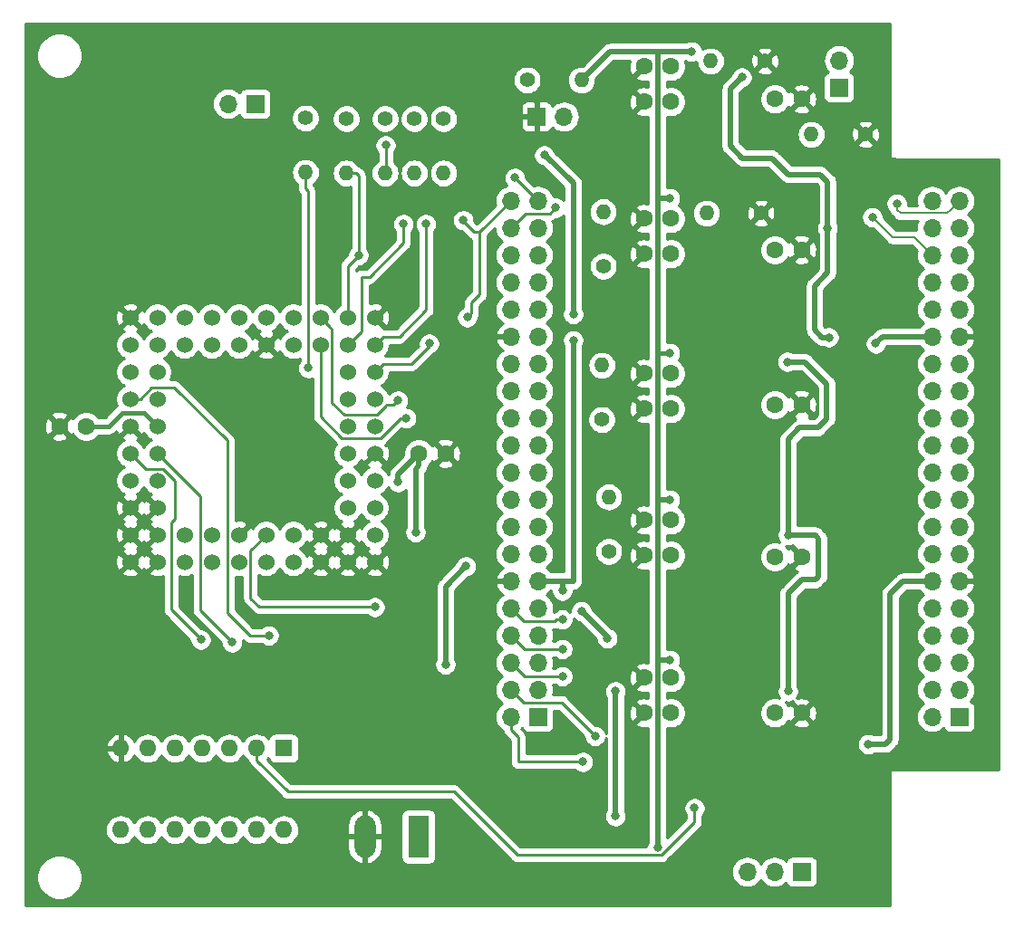
<source format=gbr>
G04 #@! TF.GenerationSoftware,KiCad,Pcbnew,(5.1.4)-1*
G04 #@! TF.CreationDate,2019-09-23T20:10:06+02:00*
G04 #@! TF.ProjectId,Konami-2_DE10Nano_adapter,4b6f6e61-6d69-42d3-925f-444531304e61,1.1*
G04 #@! TF.SameCoordinates,Original*
G04 #@! TF.FileFunction,Copper,L2,Bot*
G04 #@! TF.FilePolarity,Positive*
%FSLAX46Y46*%
G04 Gerber Fmt 4.6, Leading zero omitted, Abs format (unit mm)*
G04 Created by KiCad (PCBNEW (5.1.4)-1) date 2019-09-23 20:10:06*
%MOMM*%
%LPD*%
G04 APERTURE LIST*
%ADD10O,1.600000X1.600000*%
%ADD11R,1.600000X1.600000*%
%ADD12O,1.980000X3.960000*%
%ADD13R,1.980000X3.960000*%
%ADD14O,1.700000X1.700000*%
%ADD15R,1.700000X1.700000*%
%ADD16C,1.524000*%
%ADD17C,1.600000*%
%ADD18C,1.400000*%
%ADD19O,1.400000X1.400000*%
%ADD20C,0.800000*%
%ADD21C,0.508000*%
%ADD22C,0.406400*%
%ADD23C,0.254000*%
%ADD24C,0.203200*%
G04 APERTURE END LIST*
D10*
X189865000Y-120015000D03*
X174625000Y-112395000D03*
X187325000Y-120015000D03*
X177165000Y-112395000D03*
X184785000Y-120015000D03*
X179705000Y-112395000D03*
X182245000Y-120015000D03*
X182245000Y-112395000D03*
X179705000Y-120015000D03*
X184785000Y-112395000D03*
X177165000Y-120015000D03*
X187325000Y-112395000D03*
X174625000Y-120015000D03*
D11*
X189865000Y-112395000D03*
D12*
X197438000Y-120650000D03*
D13*
X202438000Y-120650000D03*
D14*
X211074000Y-61214000D03*
X213614000Y-61214000D03*
X211074000Y-63754000D03*
X213614000Y-63754000D03*
X211074000Y-66294000D03*
X213614000Y-66294000D03*
X211074000Y-68834000D03*
X213614000Y-68834000D03*
X211074000Y-71374000D03*
X213614000Y-71374000D03*
X211074000Y-73914000D03*
X213614000Y-73914000D03*
X211074000Y-76454000D03*
X213614000Y-76454000D03*
X211074000Y-78994000D03*
X213614000Y-78994000D03*
X211074000Y-81534000D03*
X213614000Y-81534000D03*
X211074000Y-84074000D03*
X213614000Y-84074000D03*
X211074000Y-86614000D03*
X213614000Y-86614000D03*
X211074000Y-89154000D03*
X213614000Y-89154000D03*
X211074000Y-91694000D03*
X213614000Y-91694000D03*
X211074000Y-94234000D03*
X213614000Y-94234000D03*
X211074000Y-96774000D03*
X213614000Y-96774000D03*
X211074000Y-99314000D03*
X213614000Y-99314000D03*
X211074000Y-101854000D03*
X213614000Y-101854000D03*
X211074000Y-104394000D03*
X213614000Y-104394000D03*
X211074000Y-106934000D03*
X213614000Y-106934000D03*
X211074000Y-109474000D03*
D15*
X213614000Y-109474000D03*
D14*
X241744500Y-48069500D03*
D15*
X241744500Y-50609500D03*
X187198000Y-52133500D03*
D14*
X184658000Y-52133500D03*
X233172000Y-123952000D03*
X235712000Y-123952000D03*
D15*
X238252000Y-123952000D03*
D14*
X216027000Y-53340000D03*
D15*
X213487000Y-53340000D03*
D16*
X198374000Y-72136000D03*
X195834000Y-72136000D03*
X193294000Y-72136000D03*
X190754000Y-72136000D03*
X188214000Y-72136000D03*
X185674000Y-72136000D03*
X183134000Y-72136000D03*
X180594000Y-72136000D03*
X178054000Y-72136000D03*
X175514000Y-72136000D03*
X175514000Y-74676000D03*
X175514000Y-77216000D03*
X175514000Y-79756000D03*
X175514000Y-82296000D03*
X175514000Y-84836000D03*
X175514000Y-87376000D03*
X175514000Y-89916000D03*
X175514000Y-92456000D03*
X175514000Y-94996000D03*
X178054000Y-94996000D03*
X180594000Y-94996000D03*
X183134000Y-94996000D03*
X185674000Y-94996000D03*
X188214000Y-94996000D03*
X190754000Y-94996000D03*
X193294000Y-94996000D03*
X195834000Y-94996000D03*
X198374000Y-94996000D03*
X198374000Y-92456000D03*
X198374000Y-89916000D03*
X198374000Y-87376000D03*
X198374000Y-84836000D03*
X198374000Y-82296000D03*
X198374000Y-79756000D03*
X198374000Y-77216000D03*
X198374000Y-74676000D03*
X195834000Y-74676000D03*
X193294000Y-74676000D03*
X190754000Y-74676000D03*
X188214000Y-74676000D03*
X185674000Y-74676000D03*
X183134000Y-74676000D03*
X180594000Y-74676000D03*
X178054000Y-74676000D03*
X178054000Y-77216000D03*
X178054000Y-79756000D03*
X178054000Y-82296000D03*
X178054000Y-84836000D03*
X178054000Y-87376000D03*
X178054000Y-89916000D03*
X178054000Y-92456000D03*
X180594000Y-92456000D03*
X183134000Y-92456000D03*
X185674000Y-92456000D03*
X188214000Y-92456000D03*
X190754000Y-92456000D03*
X193294000Y-92456000D03*
X195834000Y-92456000D03*
X195834000Y-89916000D03*
X195834000Y-87376000D03*
X195834000Y-84836000D03*
X195834000Y-82296000D03*
X195834000Y-79756000D03*
X195834000Y-77216000D03*
D14*
X250444000Y-61214000D03*
X252984000Y-61214000D03*
X250444000Y-63754000D03*
X252984000Y-63754000D03*
X250444000Y-66294000D03*
X252984000Y-66294000D03*
X250444000Y-68834000D03*
X252984000Y-68834000D03*
X250444000Y-71374000D03*
X252984000Y-71374000D03*
X250444000Y-73914000D03*
X252984000Y-73914000D03*
X250444000Y-76454000D03*
X252984000Y-76454000D03*
X250444000Y-78994000D03*
X252984000Y-78994000D03*
X250444000Y-81534000D03*
X252984000Y-81534000D03*
X250444000Y-84074000D03*
X252984000Y-84074000D03*
X250444000Y-86614000D03*
X252984000Y-86614000D03*
X250444000Y-89154000D03*
X252984000Y-89154000D03*
X250444000Y-91694000D03*
X252984000Y-91694000D03*
X250444000Y-94234000D03*
X252984000Y-94234000D03*
X250444000Y-96774000D03*
X252984000Y-96774000D03*
X250444000Y-99314000D03*
X252984000Y-99314000D03*
X250444000Y-101854000D03*
X252984000Y-101854000D03*
X250444000Y-104394000D03*
X252984000Y-104394000D03*
X250444000Y-106934000D03*
X252984000Y-106934000D03*
X250444000Y-109474000D03*
D15*
X252984000Y-109474000D03*
D17*
X202478000Y-84836000D03*
X204978000Y-84836000D03*
X168910000Y-82296000D03*
X171410000Y-82296000D03*
X235752000Y-51689000D03*
X238252000Y-51689000D03*
X223520000Y-51943000D03*
X226020000Y-51943000D03*
X226020000Y-48641000D03*
X223520000Y-48641000D03*
X238252000Y-65786000D03*
X235752000Y-65786000D03*
X223520000Y-66167000D03*
X226020000Y-66167000D03*
X226020000Y-62865000D03*
X223520000Y-62865000D03*
X235752000Y-80264000D03*
X238252000Y-80264000D03*
X223520000Y-80645000D03*
X226020000Y-80645000D03*
X226020000Y-77343000D03*
X223520000Y-77343000D03*
X238252000Y-94488000D03*
X235752000Y-94488000D03*
X223520000Y-94361000D03*
X226020000Y-94361000D03*
X226020000Y-91059000D03*
X223520000Y-91059000D03*
X235752000Y-109093000D03*
X238252000Y-109093000D03*
X223520000Y-109093000D03*
X226020000Y-109093000D03*
X226020000Y-105791000D03*
X223520000Y-105791000D03*
D18*
X202057000Y-53530500D03*
D19*
X202057000Y-58610500D03*
X191897000Y-58547000D03*
D18*
X191897000Y-53467000D03*
X204787500Y-53530500D03*
D19*
X204787500Y-58610500D03*
X199326500Y-58610500D03*
D18*
X199326500Y-53530500D03*
D19*
X195707000Y-58610500D03*
D18*
X195707000Y-53530500D03*
X234823000Y-48133000D03*
D19*
X229743000Y-48133000D03*
X219710000Y-62230000D03*
D18*
X219710000Y-67310000D03*
X219583000Y-81661000D03*
D19*
X219583000Y-76581000D03*
D18*
X220218000Y-93980000D03*
D19*
X220218000Y-88900000D03*
X217678000Y-49911000D03*
D18*
X212598000Y-49911000D03*
D19*
X239141000Y-54991000D03*
D18*
X244221000Y-54991000D03*
X234442000Y-62357000D03*
D19*
X229362000Y-62357000D03*
D20*
X225933000Y-104140000D03*
X225933000Y-89154000D03*
X225933000Y-75438000D03*
X225933000Y-60960000D03*
X227965000Y-47244000D03*
X202184000Y-92202000D03*
X206883000Y-95377000D03*
X204978000Y-104559010D03*
X224790000Y-121666000D03*
X214200509Y-56944491D03*
X216916000Y-74256990D03*
X216916000Y-71806000D03*
X217678000Y-99568000D03*
X215900000Y-97663000D03*
X200533000Y-87503000D03*
X220091000Y-102108000D03*
X220853000Y-107061000D03*
X220853000Y-118745000D03*
X235077000Y-60452000D03*
X229743000Y-58801000D03*
X230251000Y-87503000D03*
X233172000Y-90678000D03*
X229489000Y-105029000D03*
X233172000Y-105029000D03*
X233172000Y-119507000D03*
X229997000Y-76073000D03*
X226568000Y-116840000D03*
X232918000Y-75057000D03*
X236982000Y-107061000D03*
X236982000Y-92456000D03*
X240792000Y-73977500D03*
X245173500Y-74549000D03*
X232664000Y-49657000D03*
X232664000Y-49657000D03*
X236918500Y-76263500D03*
X240665000Y-63754000D03*
X244475000Y-112014000D03*
X217805000Y-113665000D03*
X182118000Y-102235000D03*
X185039000Y-102489000D03*
X218954067Y-111245933D03*
X188468000Y-101854000D03*
X215906067Y-105657933D03*
X215906067Y-103117933D03*
X200533000Y-79883000D03*
X201295000Y-81534000D03*
X215900000Y-100354000D03*
X198374000Y-99187000D03*
X215265000Y-61849000D03*
X244856000Y-62738000D03*
X247142000Y-61468000D03*
X228250602Y-117983000D03*
X196850000Y-66294000D03*
X211455000Y-59055000D03*
X199390000Y-56007000D03*
X201041000Y-63373000D03*
X206629000Y-63027000D03*
X203454000Y-74549999D03*
X207010000Y-72101000D03*
X203136500Y-63373000D03*
X192151000Y-76835000D03*
D21*
X224790000Y-121666000D02*
X224790000Y-121666000D01*
X224790000Y-51562000D02*
X224790000Y-51562000D01*
X224790000Y-65786000D02*
X224790000Y-65786000D01*
X224790000Y-80264000D02*
X224790000Y-80264000D01*
D22*
X174752000Y-81026000D02*
X173482000Y-82296000D01*
X176784000Y-81026000D02*
X174752000Y-81026000D01*
X178054000Y-82296000D02*
X176784000Y-81026000D01*
X171410000Y-82296000D02*
X173482000Y-82296000D01*
D21*
X225933000Y-104140000D02*
X224790000Y-104140000D01*
X224790000Y-108712000D02*
X224790000Y-104140000D01*
X225933000Y-89154000D02*
X224790000Y-89154000D01*
D22*
X225933000Y-75438000D02*
X224790000Y-75438000D01*
D21*
X225933000Y-60960000D02*
X224790000Y-60960000D01*
X224790000Y-104140000D02*
X224790000Y-47244000D01*
X220345000Y-47244000D02*
X217678000Y-49911000D01*
X224790000Y-47244000D02*
X220345000Y-47244000D01*
X227965000Y-47244000D02*
X224790000Y-47244000D01*
X202478000Y-85967370D02*
X202184000Y-86261370D01*
X202478000Y-84836000D02*
X202478000Y-85967370D01*
X202184000Y-86261370D02*
X202184000Y-92202000D01*
X206883000Y-95377000D02*
X204978000Y-97282000D01*
X204978000Y-97282000D02*
X204978000Y-104559010D01*
X224790000Y-121666000D02*
X224790000Y-108712000D01*
X216916000Y-59563000D02*
X214200509Y-56944491D01*
X216916000Y-71755000D02*
X216916000Y-59563000D01*
X216916000Y-74295000D02*
X216916000Y-96774000D01*
X216916000Y-96774000D02*
X216408000Y-96774000D01*
X215900000Y-96774000D02*
X215900000Y-97663000D01*
X215900000Y-96774000D02*
X216408000Y-96774000D01*
X213614000Y-96774000D02*
X215900000Y-96774000D01*
X200533000Y-86781000D02*
X202478000Y-84836000D01*
X200533000Y-87503000D02*
X200533000Y-86781000D01*
X217678000Y-99568000D02*
X220091000Y-101981000D01*
X220091000Y-101981000D02*
X220091000Y-102108000D01*
X220853000Y-107061000D02*
X220853000Y-118745000D01*
X236982000Y-97917000D02*
X238252000Y-96647000D01*
X236982000Y-107061000D02*
X236982000Y-97917000D01*
X238252000Y-96647000D02*
X239522000Y-96647000D01*
X239522000Y-96647000D02*
X239839500Y-96329500D01*
X239839500Y-96329500D02*
X239839500Y-92773500D01*
X239522000Y-92456000D02*
X236982000Y-92456000D01*
X239839500Y-92773500D02*
X239522000Y-92456000D01*
X236982000Y-92456000D02*
X236982000Y-83502500D01*
X236982000Y-83502500D02*
X238061500Y-82423000D01*
X238061500Y-82423000D02*
X239776000Y-82423000D01*
X239776000Y-82423000D02*
X240601500Y-81597500D01*
X240601500Y-81597500D02*
X240601500Y-78867000D01*
X250444000Y-73914000D02*
X245808500Y-73914000D01*
X245808500Y-73914000D02*
X245173500Y-74549000D01*
X232664000Y-49657000D02*
X232664000Y-49657000D01*
X232664000Y-49657000D02*
X232664000Y-49657000D01*
X240601500Y-78867000D02*
X240601500Y-78295500D01*
X240601500Y-78295500D02*
X238569500Y-76263500D01*
X238569500Y-76263500D02*
X236918500Y-76263500D01*
X231584500Y-50736500D02*
X232664000Y-49657000D01*
X231584500Y-56070500D02*
X231584500Y-50736500D01*
X240665000Y-64770000D02*
X240665000Y-67945000D01*
X236982000Y-58737500D02*
X235458000Y-57213500D01*
X239458500Y-69151500D02*
X239458500Y-73279000D01*
X240665000Y-67945000D02*
X239458500Y-69151500D01*
X239458500Y-73279000D02*
X240157000Y-73977500D01*
X232727500Y-57213500D02*
X231584500Y-56070500D01*
X240157000Y-73977500D02*
X240792000Y-73977500D01*
X235458000Y-57213500D02*
X232727500Y-57213500D01*
X240665000Y-64770000D02*
X240665000Y-63754000D01*
X240665000Y-63754000D02*
X240665000Y-59436000D01*
X239966500Y-58737500D02*
X236982000Y-58737500D01*
X240665000Y-59436000D02*
X239966500Y-58737500D01*
X247713500Y-96774000D02*
X250444000Y-96774000D01*
X246507000Y-110998000D02*
X246507000Y-97980500D01*
X246507000Y-97980500D02*
X247713500Y-96774000D01*
X246507000Y-110998000D02*
X246507000Y-111569500D01*
X246507000Y-111569500D02*
X246062500Y-112014000D01*
X246062500Y-112014000D02*
X244475000Y-112014000D01*
D23*
X211074000Y-110676081D02*
X211074000Y-109474000D01*
X211751352Y-111353433D02*
X211074000Y-110676081D01*
X211751352Y-113632882D02*
X211751352Y-111353433D01*
X217805000Y-113665000D02*
X211783470Y-113665000D01*
X211783470Y-113665000D02*
X211751352Y-113632882D01*
X178576721Y-86286999D02*
X179705000Y-87415278D01*
X175514000Y-84836000D02*
X176964999Y-86286999D01*
X176964999Y-86286999D02*
X178576721Y-86286999D01*
X179705000Y-87415278D02*
X179705000Y-90932000D01*
X179705000Y-90932000D02*
X179324000Y-91313000D01*
X179324000Y-91313000D02*
X179324000Y-99441000D01*
X179324000Y-99441000D02*
X182118000Y-102235000D01*
X182044999Y-88826999D02*
X182044999Y-99494999D01*
X178054000Y-84836000D02*
X182044999Y-88826999D01*
X182044999Y-99494999D02*
X185039000Y-102489000D01*
X211923999Y-107783999D02*
X211074000Y-106934000D01*
X212251001Y-108111001D02*
X211923999Y-107783999D01*
X215807001Y-108111001D02*
X212251001Y-108111001D01*
X218541934Y-110845934D02*
X215807001Y-108111001D01*
X218954067Y-111245933D02*
X218554068Y-110845934D01*
X218554068Y-110845934D02*
X218541934Y-110845934D01*
X213614000Y-104394000D02*
X212852000Y-104394000D01*
X177531279Y-78666999D02*
X179631999Y-78666999D01*
X175514000Y-79756000D02*
X176442278Y-79756000D01*
X176442278Y-79756000D02*
X177531279Y-78666999D01*
X184584999Y-83619999D02*
X184584999Y-99748999D01*
X179631999Y-78666999D02*
X184584999Y-83619999D01*
X184584999Y-99748999D02*
X186690000Y-101854000D01*
X186690000Y-101854000D02*
X188468000Y-101854000D01*
X212337933Y-105657933D02*
X211074000Y-104394000D01*
X215906067Y-105657933D02*
X212337933Y-105657933D01*
X212337933Y-103117933D02*
X211074000Y-101854000D01*
X215906067Y-103117933D02*
X212337933Y-103117933D01*
X194055999Y-72897999D02*
X193294000Y-72136000D01*
X194383001Y-73225001D02*
X194055999Y-72897999D01*
X194383001Y-80083001D02*
X194383001Y-73225001D01*
X195506999Y-81206999D02*
X194383001Y-80083001D01*
X198534723Y-81206999D02*
X195506999Y-81206999D01*
X199384723Y-80356999D02*
X198534723Y-81206999D01*
X199463001Y-80278721D02*
X199756279Y-80278721D01*
X199384723Y-80356999D02*
X199463001Y-80278721D01*
X199756279Y-80278721D02*
X200137279Y-80278721D01*
X200137279Y-80278721D02*
X200533000Y-79883000D01*
X193294000Y-75753630D02*
X193294000Y-74676000D01*
X193294000Y-81367722D02*
X193294000Y-75753630D01*
X195311279Y-83385001D02*
X193294000Y-81367722D01*
X198896721Y-83385001D02*
X195311279Y-83385001D01*
X200747722Y-81534000D02*
X198896721Y-83385001D01*
X201295000Y-81534000D02*
X200747722Y-81534000D01*
X215900000Y-100354000D02*
X215334315Y-100354000D01*
X215334315Y-100354000D02*
X215197314Y-100491001D01*
X211923999Y-100163999D02*
X211074000Y-99314000D01*
X212251001Y-100491001D02*
X211923999Y-100163999D01*
X215197314Y-100491001D02*
X212251001Y-100491001D01*
X186763001Y-93906999D02*
X188214000Y-92456000D01*
X186763001Y-98371001D02*
X186763001Y-93906999D01*
X198374000Y-99187000D02*
X187579000Y-99187000D01*
X187579000Y-99187000D02*
X186763001Y-98371001D01*
X211923999Y-62904001D02*
X211074000Y-63754000D01*
X212436999Y-62391001D02*
X211923999Y-62904001D01*
X214722999Y-62391001D02*
X212436999Y-62391001D01*
X215265000Y-61849000D02*
X214722999Y-62391001D01*
D24*
X244856000Y-62738000D02*
X246761000Y-64643000D01*
X248793000Y-64643000D02*
X250444000Y-66294000D01*
X246761000Y-64643000D02*
X248793000Y-64643000D01*
X252134001Y-62063999D02*
X252984000Y-61214000D01*
X251832399Y-62365601D02*
X252134001Y-62063999D01*
X247473916Y-62365601D02*
X251832399Y-62365601D01*
X247142000Y-62033685D02*
X247473916Y-62365601D01*
X247142000Y-61468000D02*
X247142000Y-62033685D01*
D23*
X187325000Y-113526370D02*
X190257630Y-116459000D01*
X187325000Y-112395000D02*
X187325000Y-113526370D01*
X190257630Y-116459000D02*
X205740000Y-116459000D01*
X228250602Y-118548685D02*
X228250602Y-117983000D01*
X228250602Y-119281360D02*
X228250602Y-118548685D01*
X225138961Y-122393001D02*
X228250602Y-119281360D01*
X211674001Y-122393001D02*
X225138961Y-122393001D01*
X205740000Y-116459000D02*
X211674001Y-122393001D01*
X195834000Y-67310000D02*
X195834000Y-72136000D01*
X196850000Y-66294000D02*
X195834000Y-67310000D01*
X196850000Y-58864500D02*
X196596000Y-58610500D01*
X196850000Y-66294000D02*
X196850000Y-58864500D01*
X196596000Y-58610500D02*
X195707000Y-58610500D01*
X213614000Y-61214000D02*
X212436999Y-60036999D01*
X212436999Y-60036999D02*
X211455000Y-59055000D01*
X199390000Y-58547000D02*
X199326500Y-58610500D01*
X199390000Y-56007000D02*
X199390000Y-58547000D01*
X195834000Y-74676000D02*
X197104000Y-73406000D01*
X197104000Y-73406000D02*
X197104000Y-68326000D01*
X197104000Y-68326000D02*
X197866000Y-68326000D01*
X201041000Y-65151000D02*
X201041000Y-63373000D01*
X197866000Y-68326000D02*
X201041000Y-65151000D01*
X208153000Y-64135000D02*
X211074000Y-61214000D01*
X208153000Y-69977000D02*
X208153000Y-64135000D01*
X198374000Y-77216000D02*
X199135999Y-76454001D01*
X199135999Y-76454001D02*
X201675999Y-76454001D01*
X208153000Y-64135000D02*
X207645000Y-64135000D01*
X207645000Y-64135000D02*
X206629000Y-63119000D01*
X206629000Y-63119000D02*
X206629000Y-63027000D01*
X201675999Y-76454001D02*
X201802999Y-76454001D01*
X201802999Y-76454001D02*
X203454000Y-74803000D01*
X203454000Y-74803000D02*
X203454000Y-74549999D01*
X207409999Y-70720001D02*
X208153000Y-69977000D01*
X207409999Y-71701001D02*
X207409999Y-70720001D01*
X207010000Y-72101000D02*
X207409999Y-71701001D01*
X200667065Y-73914001D02*
X203180980Y-71400086D01*
X198374000Y-74676000D02*
X199135999Y-73914001D01*
X199135999Y-73914001D02*
X200667065Y-73914001D01*
X203180980Y-71400086D02*
X203180980Y-63417480D01*
X203180980Y-63417480D02*
X203136500Y-63373000D01*
X192151000Y-76835000D02*
X192151000Y-60325000D01*
X191897000Y-60071000D02*
X191897000Y-58547000D01*
X192151000Y-60325000D02*
X191897000Y-60071000D01*
G36*
X246482000Y-46514418D02*
G01*
X246482001Y-46514428D01*
X246482000Y-56609581D01*
X246478807Y-56642000D01*
X246491550Y-56771383D01*
X246507000Y-56822314D01*
X246507000Y-57150000D01*
X246509440Y-57174776D01*
X246516667Y-57198601D01*
X246528403Y-57220557D01*
X246544197Y-57239803D01*
X246563443Y-57255597D01*
X246585399Y-57267333D01*
X246609224Y-57274560D01*
X246634000Y-57277000D01*
X246961686Y-57277000D01*
X247012617Y-57292450D01*
X247142000Y-57305193D01*
X247174419Y-57302000D01*
X256642001Y-57302000D01*
X256642000Y-109949581D01*
X256642000Y-109949582D01*
X256642001Y-114402000D01*
X247174419Y-114402000D01*
X247142000Y-114398807D01*
X247109581Y-114402000D01*
X247012617Y-114411550D01*
X246961686Y-114427000D01*
X246634000Y-114427000D01*
X246609224Y-114429440D01*
X246585399Y-114436667D01*
X246563443Y-114448403D01*
X246544197Y-114464197D01*
X246528403Y-114483443D01*
X246516667Y-114505399D01*
X246509440Y-114529224D01*
X246507000Y-114554000D01*
X246507000Y-114881686D01*
X246491550Y-114932617D01*
X246478807Y-115062000D01*
X246482000Y-115094419D01*
X246482001Y-122649572D01*
X246482000Y-122649582D01*
X246482001Y-127102000D01*
X165760000Y-127102000D01*
X165760000Y-124250194D01*
X166779807Y-124250194D01*
X166779807Y-124669806D01*
X166861669Y-125081354D01*
X167022248Y-125469025D01*
X167255371Y-125817919D01*
X167552081Y-126114629D01*
X167900975Y-126347752D01*
X168288646Y-126508331D01*
X168700194Y-126590193D01*
X169119806Y-126590193D01*
X169531354Y-126508331D01*
X169919025Y-126347752D01*
X170267919Y-126114629D01*
X170564629Y-125817919D01*
X170797752Y-125469025D01*
X170958331Y-125081354D01*
X171040193Y-124669806D01*
X171040193Y-124250194D01*
X170980879Y-123952000D01*
X231679815Y-123952000D01*
X231708487Y-124243111D01*
X231793401Y-124523034D01*
X231931294Y-124781014D01*
X232116866Y-125007134D01*
X232342986Y-125192706D01*
X232600966Y-125330599D01*
X232880889Y-125415513D01*
X233099050Y-125437000D01*
X233244950Y-125437000D01*
X233463111Y-125415513D01*
X233743034Y-125330599D01*
X234001014Y-125192706D01*
X234227134Y-125007134D01*
X234412706Y-124781014D01*
X234442000Y-124726209D01*
X234471294Y-124781014D01*
X234656866Y-125007134D01*
X234882986Y-125192706D01*
X235140966Y-125330599D01*
X235420889Y-125415513D01*
X235639050Y-125437000D01*
X235784950Y-125437000D01*
X236003111Y-125415513D01*
X236283034Y-125330599D01*
X236541014Y-125192706D01*
X236767134Y-125007134D01*
X236791607Y-124977313D01*
X236812498Y-125046180D01*
X236871463Y-125156494D01*
X236950815Y-125253185D01*
X237047506Y-125332537D01*
X237157820Y-125391502D01*
X237277518Y-125427812D01*
X237402000Y-125440072D01*
X239102000Y-125440072D01*
X239226482Y-125427812D01*
X239346180Y-125391502D01*
X239456494Y-125332537D01*
X239553185Y-125253185D01*
X239632537Y-125156494D01*
X239691502Y-125046180D01*
X239727812Y-124926482D01*
X239740072Y-124802000D01*
X239740072Y-123102000D01*
X239727812Y-122977518D01*
X239691502Y-122857820D01*
X239632537Y-122747506D01*
X239553185Y-122650815D01*
X239456494Y-122571463D01*
X239346180Y-122512498D01*
X239226482Y-122476188D01*
X239102000Y-122463928D01*
X237402000Y-122463928D01*
X237277518Y-122476188D01*
X237157820Y-122512498D01*
X237047506Y-122571463D01*
X236950815Y-122650815D01*
X236871463Y-122747506D01*
X236812498Y-122857820D01*
X236791607Y-122926687D01*
X236767134Y-122896866D01*
X236541014Y-122711294D01*
X236283034Y-122573401D01*
X236003111Y-122488487D01*
X235784950Y-122467000D01*
X235639050Y-122467000D01*
X235420889Y-122488487D01*
X235140966Y-122573401D01*
X234882986Y-122711294D01*
X234656866Y-122896866D01*
X234471294Y-123122986D01*
X234442000Y-123177791D01*
X234412706Y-123122986D01*
X234227134Y-122896866D01*
X234001014Y-122711294D01*
X233743034Y-122573401D01*
X233463111Y-122488487D01*
X233244950Y-122467000D01*
X233099050Y-122467000D01*
X232880889Y-122488487D01*
X232600966Y-122573401D01*
X232342986Y-122711294D01*
X232116866Y-122896866D01*
X231931294Y-123122986D01*
X231793401Y-123380966D01*
X231708487Y-123660889D01*
X231679815Y-123952000D01*
X170980879Y-123952000D01*
X170958331Y-123838646D01*
X170797752Y-123450975D01*
X170564629Y-123102081D01*
X170267919Y-122805371D01*
X169919025Y-122572248D01*
X169531354Y-122411669D01*
X169119806Y-122329807D01*
X168700194Y-122329807D01*
X168288646Y-122411669D01*
X167900975Y-122572248D01*
X167552081Y-122805371D01*
X167255371Y-123102081D01*
X167022248Y-123450975D01*
X166861669Y-123838646D01*
X166779807Y-124250194D01*
X165760000Y-124250194D01*
X165760000Y-120015000D01*
X173183057Y-120015000D01*
X173210764Y-120296309D01*
X173292818Y-120566808D01*
X173426068Y-120816101D01*
X173605392Y-121034608D01*
X173823899Y-121213932D01*
X174073192Y-121347182D01*
X174343691Y-121429236D01*
X174554508Y-121450000D01*
X174695492Y-121450000D01*
X174906309Y-121429236D01*
X175176808Y-121347182D01*
X175426101Y-121213932D01*
X175644608Y-121034608D01*
X175823932Y-120816101D01*
X175895000Y-120683142D01*
X175966068Y-120816101D01*
X176145392Y-121034608D01*
X176363899Y-121213932D01*
X176613192Y-121347182D01*
X176883691Y-121429236D01*
X177094508Y-121450000D01*
X177235492Y-121450000D01*
X177446309Y-121429236D01*
X177716808Y-121347182D01*
X177966101Y-121213932D01*
X178184608Y-121034608D01*
X178363932Y-120816101D01*
X178435000Y-120683142D01*
X178506068Y-120816101D01*
X178685392Y-121034608D01*
X178903899Y-121213932D01*
X179153192Y-121347182D01*
X179423691Y-121429236D01*
X179634508Y-121450000D01*
X179775492Y-121450000D01*
X179986309Y-121429236D01*
X180256808Y-121347182D01*
X180506101Y-121213932D01*
X180724608Y-121034608D01*
X180903932Y-120816101D01*
X180975000Y-120683142D01*
X181046068Y-120816101D01*
X181225392Y-121034608D01*
X181443899Y-121213932D01*
X181693192Y-121347182D01*
X181963691Y-121429236D01*
X182174508Y-121450000D01*
X182315492Y-121450000D01*
X182526309Y-121429236D01*
X182796808Y-121347182D01*
X183046101Y-121213932D01*
X183264608Y-121034608D01*
X183443932Y-120816101D01*
X183515000Y-120683142D01*
X183586068Y-120816101D01*
X183765392Y-121034608D01*
X183983899Y-121213932D01*
X184233192Y-121347182D01*
X184503691Y-121429236D01*
X184714508Y-121450000D01*
X184855492Y-121450000D01*
X185066309Y-121429236D01*
X185336808Y-121347182D01*
X185586101Y-121213932D01*
X185804608Y-121034608D01*
X185983932Y-120816101D01*
X186055000Y-120683142D01*
X186126068Y-120816101D01*
X186305392Y-121034608D01*
X186523899Y-121213932D01*
X186773192Y-121347182D01*
X187043691Y-121429236D01*
X187254508Y-121450000D01*
X187395492Y-121450000D01*
X187606309Y-121429236D01*
X187876808Y-121347182D01*
X188126101Y-121213932D01*
X188344608Y-121034608D01*
X188523932Y-120816101D01*
X188595000Y-120683142D01*
X188666068Y-120816101D01*
X188845392Y-121034608D01*
X189063899Y-121213932D01*
X189313192Y-121347182D01*
X189583691Y-121429236D01*
X189794508Y-121450000D01*
X189935492Y-121450000D01*
X190146309Y-121429236D01*
X190416808Y-121347182D01*
X190666101Y-121213932D01*
X190884608Y-121034608D01*
X191063932Y-120816101D01*
X191084831Y-120777000D01*
X195813000Y-120777000D01*
X195813000Y-121767000D01*
X195869000Y-122081582D01*
X195985296Y-122379194D01*
X196157419Y-122648399D01*
X196378754Y-122878852D01*
X196640795Y-123061696D01*
X196933472Y-123189905D01*
X197059135Y-123220218D01*
X197311000Y-123100740D01*
X197311000Y-120777000D01*
X197565000Y-120777000D01*
X197565000Y-123100740D01*
X197816865Y-123220218D01*
X197942528Y-123189905D01*
X198235205Y-123061696D01*
X198497246Y-122878852D01*
X198718581Y-122648399D01*
X198890704Y-122379194D01*
X199007000Y-122081582D01*
X199063000Y-121767000D01*
X199063000Y-120777000D01*
X197565000Y-120777000D01*
X197311000Y-120777000D01*
X195813000Y-120777000D01*
X191084831Y-120777000D01*
X191197182Y-120566808D01*
X191279236Y-120296309D01*
X191306943Y-120015000D01*
X191279236Y-119733691D01*
X191218358Y-119533000D01*
X195813000Y-119533000D01*
X195813000Y-120523000D01*
X197311000Y-120523000D01*
X197311000Y-118199260D01*
X197565000Y-118199260D01*
X197565000Y-120523000D01*
X199063000Y-120523000D01*
X199063000Y-119533000D01*
X199007000Y-119218418D01*
X198890704Y-118920806D01*
X198730345Y-118670000D01*
X200809928Y-118670000D01*
X200809928Y-122630000D01*
X200822188Y-122754482D01*
X200858498Y-122874180D01*
X200917463Y-122984494D01*
X200996815Y-123081185D01*
X201093506Y-123160537D01*
X201203820Y-123219502D01*
X201323518Y-123255812D01*
X201448000Y-123268072D01*
X203428000Y-123268072D01*
X203552482Y-123255812D01*
X203672180Y-123219502D01*
X203782494Y-123160537D01*
X203879185Y-123081185D01*
X203958537Y-122984494D01*
X204017502Y-122874180D01*
X204053812Y-122754482D01*
X204066072Y-122630000D01*
X204066072Y-118670000D01*
X204053812Y-118545518D01*
X204017502Y-118425820D01*
X203958537Y-118315506D01*
X203879185Y-118218815D01*
X203782494Y-118139463D01*
X203672180Y-118080498D01*
X203552482Y-118044188D01*
X203428000Y-118031928D01*
X201448000Y-118031928D01*
X201323518Y-118044188D01*
X201203820Y-118080498D01*
X201093506Y-118139463D01*
X200996815Y-118218815D01*
X200917463Y-118315506D01*
X200858498Y-118425820D01*
X200822188Y-118545518D01*
X200809928Y-118670000D01*
X198730345Y-118670000D01*
X198718581Y-118651601D01*
X198497246Y-118421148D01*
X198235205Y-118238304D01*
X197942528Y-118110095D01*
X197816865Y-118079782D01*
X197565000Y-118199260D01*
X197311000Y-118199260D01*
X197059135Y-118079782D01*
X196933472Y-118110095D01*
X196640795Y-118238304D01*
X196378754Y-118421148D01*
X196157419Y-118651601D01*
X195985296Y-118920806D01*
X195869000Y-119218418D01*
X195813000Y-119533000D01*
X191218358Y-119533000D01*
X191197182Y-119463192D01*
X191063932Y-119213899D01*
X190884608Y-118995392D01*
X190666101Y-118816068D01*
X190416808Y-118682818D01*
X190146309Y-118600764D01*
X189935492Y-118580000D01*
X189794508Y-118580000D01*
X189583691Y-118600764D01*
X189313192Y-118682818D01*
X189063899Y-118816068D01*
X188845392Y-118995392D01*
X188666068Y-119213899D01*
X188595000Y-119346858D01*
X188523932Y-119213899D01*
X188344608Y-118995392D01*
X188126101Y-118816068D01*
X187876808Y-118682818D01*
X187606309Y-118600764D01*
X187395492Y-118580000D01*
X187254508Y-118580000D01*
X187043691Y-118600764D01*
X186773192Y-118682818D01*
X186523899Y-118816068D01*
X186305392Y-118995392D01*
X186126068Y-119213899D01*
X186055000Y-119346858D01*
X185983932Y-119213899D01*
X185804608Y-118995392D01*
X185586101Y-118816068D01*
X185336808Y-118682818D01*
X185066309Y-118600764D01*
X184855492Y-118580000D01*
X184714508Y-118580000D01*
X184503691Y-118600764D01*
X184233192Y-118682818D01*
X183983899Y-118816068D01*
X183765392Y-118995392D01*
X183586068Y-119213899D01*
X183515000Y-119346858D01*
X183443932Y-119213899D01*
X183264608Y-118995392D01*
X183046101Y-118816068D01*
X182796808Y-118682818D01*
X182526309Y-118600764D01*
X182315492Y-118580000D01*
X182174508Y-118580000D01*
X181963691Y-118600764D01*
X181693192Y-118682818D01*
X181443899Y-118816068D01*
X181225392Y-118995392D01*
X181046068Y-119213899D01*
X180975000Y-119346858D01*
X180903932Y-119213899D01*
X180724608Y-118995392D01*
X180506101Y-118816068D01*
X180256808Y-118682818D01*
X179986309Y-118600764D01*
X179775492Y-118580000D01*
X179634508Y-118580000D01*
X179423691Y-118600764D01*
X179153192Y-118682818D01*
X178903899Y-118816068D01*
X178685392Y-118995392D01*
X178506068Y-119213899D01*
X178435000Y-119346858D01*
X178363932Y-119213899D01*
X178184608Y-118995392D01*
X177966101Y-118816068D01*
X177716808Y-118682818D01*
X177446309Y-118600764D01*
X177235492Y-118580000D01*
X177094508Y-118580000D01*
X176883691Y-118600764D01*
X176613192Y-118682818D01*
X176363899Y-118816068D01*
X176145392Y-118995392D01*
X175966068Y-119213899D01*
X175895000Y-119346858D01*
X175823932Y-119213899D01*
X175644608Y-118995392D01*
X175426101Y-118816068D01*
X175176808Y-118682818D01*
X174906309Y-118600764D01*
X174695492Y-118580000D01*
X174554508Y-118580000D01*
X174343691Y-118600764D01*
X174073192Y-118682818D01*
X173823899Y-118816068D01*
X173605392Y-118995392D01*
X173426068Y-119213899D01*
X173292818Y-119463192D01*
X173210764Y-119733691D01*
X173183057Y-120015000D01*
X165760000Y-120015000D01*
X165760000Y-112744040D01*
X173233091Y-112744040D01*
X173327930Y-113008881D01*
X173472615Y-113250131D01*
X173661586Y-113458519D01*
X173887580Y-113626037D01*
X174141913Y-113746246D01*
X174275961Y-113786904D01*
X174498000Y-113664915D01*
X174498000Y-112522000D01*
X173354376Y-112522000D01*
X173233091Y-112744040D01*
X165760000Y-112744040D01*
X165760000Y-112045960D01*
X173233091Y-112045960D01*
X173354376Y-112268000D01*
X174498000Y-112268000D01*
X174498000Y-111125085D01*
X174752000Y-111125085D01*
X174752000Y-112268000D01*
X174772000Y-112268000D01*
X174772000Y-112522000D01*
X174752000Y-112522000D01*
X174752000Y-113664915D01*
X174974039Y-113786904D01*
X175108087Y-113746246D01*
X175362420Y-113626037D01*
X175588414Y-113458519D01*
X175777385Y-113250131D01*
X175892421Y-113058318D01*
X175966068Y-113196101D01*
X176145392Y-113414608D01*
X176363899Y-113593932D01*
X176613192Y-113727182D01*
X176883691Y-113809236D01*
X177094508Y-113830000D01*
X177235492Y-113830000D01*
X177446309Y-113809236D01*
X177716808Y-113727182D01*
X177966101Y-113593932D01*
X178184608Y-113414608D01*
X178363932Y-113196101D01*
X178435000Y-113063142D01*
X178506068Y-113196101D01*
X178685392Y-113414608D01*
X178903899Y-113593932D01*
X179153192Y-113727182D01*
X179423691Y-113809236D01*
X179634508Y-113830000D01*
X179775492Y-113830000D01*
X179986309Y-113809236D01*
X180256808Y-113727182D01*
X180506101Y-113593932D01*
X180724608Y-113414608D01*
X180903932Y-113196101D01*
X180975000Y-113063142D01*
X181046068Y-113196101D01*
X181225392Y-113414608D01*
X181443899Y-113593932D01*
X181693192Y-113727182D01*
X181963691Y-113809236D01*
X182174508Y-113830000D01*
X182315492Y-113830000D01*
X182526309Y-113809236D01*
X182796808Y-113727182D01*
X183046101Y-113593932D01*
X183264608Y-113414608D01*
X183443932Y-113196101D01*
X183515000Y-113063142D01*
X183586068Y-113196101D01*
X183765392Y-113414608D01*
X183983899Y-113593932D01*
X184233192Y-113727182D01*
X184503691Y-113809236D01*
X184714508Y-113830000D01*
X184855492Y-113830000D01*
X185066309Y-113809236D01*
X185336808Y-113727182D01*
X185586101Y-113593932D01*
X185804608Y-113414608D01*
X185983932Y-113196101D01*
X186055000Y-113063142D01*
X186126068Y-113196101D01*
X186305392Y-113414608D01*
X186523899Y-113593932D01*
X186568306Y-113617668D01*
X186574027Y-113675748D01*
X186617599Y-113819385D01*
X186688355Y-113951762D01*
X186759721Y-114038721D01*
X186783579Y-114067792D01*
X186812649Y-114091649D01*
X189692350Y-116971351D01*
X189716208Y-117000422D01*
X189832238Y-117095645D01*
X189964615Y-117166402D01*
X190108252Y-117209974D01*
X190220204Y-117221000D01*
X190220206Y-117221000D01*
X190257629Y-117224686D01*
X190295052Y-117221000D01*
X205424370Y-117221000D01*
X211108717Y-122905347D01*
X211132579Y-122934423D01*
X211185091Y-122977518D01*
X211248608Y-123029646D01*
X211308570Y-123061696D01*
X211380986Y-123100403D01*
X211524623Y-123143975D01*
X211636575Y-123155001D01*
X211636578Y-123155001D01*
X211674001Y-123158687D01*
X211711424Y-123155001D01*
X225101538Y-123155001D01*
X225138961Y-123158687D01*
X225176384Y-123155001D01*
X225176387Y-123155001D01*
X225288339Y-123143975D01*
X225431976Y-123100403D01*
X225564353Y-123029646D01*
X225680383Y-122934423D01*
X225704245Y-122905347D01*
X228762955Y-119846638D01*
X228792024Y-119822782D01*
X228865139Y-119733691D01*
X228887247Y-119706753D01*
X228958003Y-119574376D01*
X228958004Y-119574375D01*
X229001576Y-119430738D01*
X229012602Y-119318786D01*
X229012602Y-119318783D01*
X229016288Y-119281360D01*
X229012602Y-119243937D01*
X229012602Y-118684711D01*
X229054539Y-118642774D01*
X229167807Y-118473256D01*
X229245828Y-118284898D01*
X229285602Y-118084939D01*
X229285602Y-117881061D01*
X229245828Y-117681102D01*
X229167807Y-117492744D01*
X229054539Y-117323226D01*
X228910376Y-117179063D01*
X228740858Y-117065795D01*
X228552500Y-116987774D01*
X228352541Y-116948000D01*
X228148663Y-116948000D01*
X227948704Y-116987774D01*
X227760346Y-117065795D01*
X227590828Y-117179063D01*
X227446665Y-117323226D01*
X227333397Y-117492744D01*
X227255376Y-117681102D01*
X227215602Y-117881061D01*
X227215602Y-118084939D01*
X227255376Y-118284898D01*
X227333397Y-118473256D01*
X227446665Y-118642774D01*
X227488602Y-118684711D01*
X227488602Y-118965729D01*
X225679000Y-120775332D01*
X225679000Y-111912061D01*
X243440000Y-111912061D01*
X243440000Y-112115939D01*
X243479774Y-112315898D01*
X243557795Y-112504256D01*
X243671063Y-112673774D01*
X243815226Y-112817937D01*
X243984744Y-112931205D01*
X244173102Y-113009226D01*
X244373061Y-113049000D01*
X244576939Y-113049000D01*
X244776898Y-113009226D01*
X244965256Y-112931205D01*
X245007468Y-112903000D01*
X246018840Y-112903000D01*
X246062500Y-112907300D01*
X246106160Y-112903000D01*
X246106167Y-112903000D01*
X246236774Y-112890136D01*
X246404351Y-112839303D01*
X246558791Y-112756753D01*
X246694159Y-112645659D01*
X246721999Y-112611736D01*
X247104736Y-112228999D01*
X247138659Y-112201159D01*
X247249753Y-112065791D01*
X247328368Y-111918712D01*
X247332302Y-111911353D01*
X247383136Y-111743775D01*
X247384771Y-111727175D01*
X247396000Y-111613167D01*
X247396000Y-111613160D01*
X247400300Y-111569500D01*
X247396000Y-111525840D01*
X247396000Y-98348735D01*
X248081736Y-97663000D01*
X249252523Y-97663000D01*
X249388866Y-97829134D01*
X249614986Y-98014706D01*
X249669791Y-98044000D01*
X249614986Y-98073294D01*
X249388866Y-98258866D01*
X249203294Y-98484986D01*
X249065401Y-98742966D01*
X248980487Y-99022889D01*
X248951815Y-99314000D01*
X248980487Y-99605111D01*
X249065401Y-99885034D01*
X249203294Y-100143014D01*
X249388866Y-100369134D01*
X249614986Y-100554706D01*
X249669791Y-100584000D01*
X249614986Y-100613294D01*
X249388866Y-100798866D01*
X249203294Y-101024986D01*
X249065401Y-101282966D01*
X248980487Y-101562889D01*
X248951815Y-101854000D01*
X248980487Y-102145111D01*
X249065401Y-102425034D01*
X249203294Y-102683014D01*
X249388866Y-102909134D01*
X249614986Y-103094706D01*
X249669791Y-103124000D01*
X249614986Y-103153294D01*
X249388866Y-103338866D01*
X249203294Y-103564986D01*
X249065401Y-103822966D01*
X248980487Y-104102889D01*
X248951815Y-104394000D01*
X248980487Y-104685111D01*
X249065401Y-104965034D01*
X249203294Y-105223014D01*
X249388866Y-105449134D01*
X249614986Y-105634706D01*
X249669791Y-105664000D01*
X249614986Y-105693294D01*
X249388866Y-105878866D01*
X249203294Y-106104986D01*
X249065401Y-106362966D01*
X248980487Y-106642889D01*
X248951815Y-106934000D01*
X248980487Y-107225111D01*
X249065401Y-107505034D01*
X249203294Y-107763014D01*
X249388866Y-107989134D01*
X249614986Y-108174706D01*
X249669791Y-108204000D01*
X249614986Y-108233294D01*
X249388866Y-108418866D01*
X249203294Y-108644986D01*
X249065401Y-108902966D01*
X248980487Y-109182889D01*
X248951815Y-109474000D01*
X248980487Y-109765111D01*
X249065401Y-110045034D01*
X249203294Y-110303014D01*
X249388866Y-110529134D01*
X249614986Y-110714706D01*
X249872966Y-110852599D01*
X250152889Y-110937513D01*
X250371050Y-110959000D01*
X250516950Y-110959000D01*
X250735111Y-110937513D01*
X251015034Y-110852599D01*
X251273014Y-110714706D01*
X251499134Y-110529134D01*
X251523607Y-110499313D01*
X251544498Y-110568180D01*
X251603463Y-110678494D01*
X251682815Y-110775185D01*
X251779506Y-110854537D01*
X251889820Y-110913502D01*
X252009518Y-110949812D01*
X252134000Y-110962072D01*
X253834000Y-110962072D01*
X253958482Y-110949812D01*
X254078180Y-110913502D01*
X254188494Y-110854537D01*
X254285185Y-110775185D01*
X254364537Y-110678494D01*
X254423502Y-110568180D01*
X254459812Y-110448482D01*
X254472072Y-110324000D01*
X254472072Y-108624000D01*
X254459812Y-108499518D01*
X254423502Y-108379820D01*
X254364537Y-108269506D01*
X254285185Y-108172815D01*
X254188494Y-108093463D01*
X254078180Y-108034498D01*
X254009313Y-108013607D01*
X254039134Y-107989134D01*
X254224706Y-107763014D01*
X254362599Y-107505034D01*
X254447513Y-107225111D01*
X254476185Y-106934000D01*
X254447513Y-106642889D01*
X254362599Y-106362966D01*
X254224706Y-106104986D01*
X254039134Y-105878866D01*
X253813014Y-105693294D01*
X253758209Y-105664000D01*
X253813014Y-105634706D01*
X254039134Y-105449134D01*
X254224706Y-105223014D01*
X254362599Y-104965034D01*
X254447513Y-104685111D01*
X254476185Y-104394000D01*
X254447513Y-104102889D01*
X254362599Y-103822966D01*
X254224706Y-103564986D01*
X254039134Y-103338866D01*
X253813014Y-103153294D01*
X253758209Y-103124000D01*
X253813014Y-103094706D01*
X254039134Y-102909134D01*
X254224706Y-102683014D01*
X254362599Y-102425034D01*
X254447513Y-102145111D01*
X254476185Y-101854000D01*
X254447513Y-101562889D01*
X254362599Y-101282966D01*
X254224706Y-101024986D01*
X254039134Y-100798866D01*
X253813014Y-100613294D01*
X253758209Y-100584000D01*
X253813014Y-100554706D01*
X254039134Y-100369134D01*
X254224706Y-100143014D01*
X254362599Y-99885034D01*
X254447513Y-99605111D01*
X254476185Y-99314000D01*
X254447513Y-99022889D01*
X254362599Y-98742966D01*
X254224706Y-98484986D01*
X254039134Y-98258866D01*
X253813014Y-98073294D01*
X253748477Y-98038799D01*
X253865355Y-97969178D01*
X254081588Y-97774269D01*
X254255641Y-97540920D01*
X254380825Y-97278099D01*
X254425476Y-97130890D01*
X254304155Y-96901000D01*
X253111000Y-96901000D01*
X253111000Y-96921000D01*
X252857000Y-96921000D01*
X252857000Y-96901000D01*
X252837000Y-96901000D01*
X252837000Y-96647000D01*
X252857000Y-96647000D01*
X252857000Y-96627000D01*
X253111000Y-96627000D01*
X253111000Y-96647000D01*
X254304155Y-96647000D01*
X254425476Y-96417110D01*
X254380825Y-96269901D01*
X254255641Y-96007080D01*
X254081588Y-95773731D01*
X253865355Y-95578822D01*
X253748477Y-95509201D01*
X253813014Y-95474706D01*
X254039134Y-95289134D01*
X254224706Y-95063014D01*
X254362599Y-94805034D01*
X254447513Y-94525111D01*
X254476185Y-94234000D01*
X254447513Y-93942889D01*
X254362599Y-93662966D01*
X254224706Y-93404986D01*
X254039134Y-93178866D01*
X253813014Y-92993294D01*
X253758209Y-92964000D01*
X253813014Y-92934706D01*
X254039134Y-92749134D01*
X254224706Y-92523014D01*
X254362599Y-92265034D01*
X254447513Y-91985111D01*
X254476185Y-91694000D01*
X254447513Y-91402889D01*
X254362599Y-91122966D01*
X254224706Y-90864986D01*
X254039134Y-90638866D01*
X253813014Y-90453294D01*
X253758209Y-90424000D01*
X253813014Y-90394706D01*
X254039134Y-90209134D01*
X254224706Y-89983014D01*
X254362599Y-89725034D01*
X254447513Y-89445111D01*
X254476185Y-89154000D01*
X254447513Y-88862889D01*
X254362599Y-88582966D01*
X254224706Y-88324986D01*
X254039134Y-88098866D01*
X253813014Y-87913294D01*
X253758209Y-87884000D01*
X253813014Y-87854706D01*
X254039134Y-87669134D01*
X254224706Y-87443014D01*
X254362599Y-87185034D01*
X254447513Y-86905111D01*
X254476185Y-86614000D01*
X254447513Y-86322889D01*
X254362599Y-86042966D01*
X254224706Y-85784986D01*
X254039134Y-85558866D01*
X253813014Y-85373294D01*
X253758209Y-85344000D01*
X253813014Y-85314706D01*
X254039134Y-85129134D01*
X254224706Y-84903014D01*
X254362599Y-84645034D01*
X254447513Y-84365111D01*
X254476185Y-84074000D01*
X254447513Y-83782889D01*
X254362599Y-83502966D01*
X254224706Y-83244986D01*
X254039134Y-83018866D01*
X253813014Y-82833294D01*
X253758209Y-82804000D01*
X253813014Y-82774706D01*
X254039134Y-82589134D01*
X254224706Y-82363014D01*
X254362599Y-82105034D01*
X254447513Y-81825111D01*
X254476185Y-81534000D01*
X254447513Y-81242889D01*
X254362599Y-80962966D01*
X254224706Y-80704986D01*
X254039134Y-80478866D01*
X253813014Y-80293294D01*
X253758209Y-80264000D01*
X253813014Y-80234706D01*
X254039134Y-80049134D01*
X254224706Y-79823014D01*
X254362599Y-79565034D01*
X254447513Y-79285111D01*
X254476185Y-78994000D01*
X254447513Y-78702889D01*
X254362599Y-78422966D01*
X254224706Y-78164986D01*
X254039134Y-77938866D01*
X253813014Y-77753294D01*
X253758209Y-77724000D01*
X253813014Y-77694706D01*
X254039134Y-77509134D01*
X254224706Y-77283014D01*
X254362599Y-77025034D01*
X254447513Y-76745111D01*
X254476185Y-76454000D01*
X254447513Y-76162889D01*
X254362599Y-75882966D01*
X254224706Y-75624986D01*
X254039134Y-75398866D01*
X253813014Y-75213294D01*
X253748477Y-75178799D01*
X253865355Y-75109178D01*
X254081588Y-74914269D01*
X254255641Y-74680920D01*
X254380825Y-74418099D01*
X254425476Y-74270890D01*
X254304155Y-74041000D01*
X253111000Y-74041000D01*
X253111000Y-74061000D01*
X252857000Y-74061000D01*
X252857000Y-74041000D01*
X252837000Y-74041000D01*
X252837000Y-73787000D01*
X252857000Y-73787000D01*
X252857000Y-73767000D01*
X253111000Y-73767000D01*
X253111000Y-73787000D01*
X254304155Y-73787000D01*
X254425476Y-73557110D01*
X254380825Y-73409901D01*
X254255641Y-73147080D01*
X254081588Y-72913731D01*
X253865355Y-72718822D01*
X253748477Y-72649201D01*
X253813014Y-72614706D01*
X254039134Y-72429134D01*
X254224706Y-72203014D01*
X254362599Y-71945034D01*
X254447513Y-71665111D01*
X254476185Y-71374000D01*
X254447513Y-71082889D01*
X254362599Y-70802966D01*
X254224706Y-70544986D01*
X254039134Y-70318866D01*
X253813014Y-70133294D01*
X253758209Y-70104000D01*
X253813014Y-70074706D01*
X254039134Y-69889134D01*
X254224706Y-69663014D01*
X254362599Y-69405034D01*
X254447513Y-69125111D01*
X254476185Y-68834000D01*
X254447513Y-68542889D01*
X254362599Y-68262966D01*
X254224706Y-68004986D01*
X254039134Y-67778866D01*
X253813014Y-67593294D01*
X253758209Y-67564000D01*
X253813014Y-67534706D01*
X254039134Y-67349134D01*
X254224706Y-67123014D01*
X254362599Y-66865034D01*
X254447513Y-66585111D01*
X254476185Y-66294000D01*
X254447513Y-66002889D01*
X254362599Y-65722966D01*
X254224706Y-65464986D01*
X254039134Y-65238866D01*
X253813014Y-65053294D01*
X253758209Y-65024000D01*
X253813014Y-64994706D01*
X254039134Y-64809134D01*
X254224706Y-64583014D01*
X254362599Y-64325034D01*
X254447513Y-64045111D01*
X254476185Y-63754000D01*
X254447513Y-63462889D01*
X254362599Y-63182966D01*
X254224706Y-62924986D01*
X254039134Y-62698866D01*
X253813014Y-62513294D01*
X253758209Y-62484000D01*
X253813014Y-62454706D01*
X254039134Y-62269134D01*
X254224706Y-62043014D01*
X254362599Y-61785034D01*
X254447513Y-61505111D01*
X254476185Y-61214000D01*
X254447513Y-60922889D01*
X254362599Y-60642966D01*
X254224706Y-60384986D01*
X254039134Y-60158866D01*
X253813014Y-59973294D01*
X253555034Y-59835401D01*
X253275111Y-59750487D01*
X253056950Y-59729000D01*
X252911050Y-59729000D01*
X252692889Y-59750487D01*
X252412966Y-59835401D01*
X252154986Y-59973294D01*
X251928866Y-60158866D01*
X251743294Y-60384986D01*
X251714000Y-60439791D01*
X251684706Y-60384986D01*
X251499134Y-60158866D01*
X251273014Y-59973294D01*
X251015034Y-59835401D01*
X250735111Y-59750487D01*
X250516950Y-59729000D01*
X250371050Y-59729000D01*
X250152889Y-59750487D01*
X249872966Y-59835401D01*
X249614986Y-59973294D01*
X249388866Y-60158866D01*
X249203294Y-60384986D01*
X249065401Y-60642966D01*
X248980487Y-60922889D01*
X248951815Y-61214000D01*
X248980487Y-61505111D01*
X249018069Y-61629001D01*
X248165252Y-61629001D01*
X248177000Y-61569939D01*
X248177000Y-61366061D01*
X248137226Y-61166102D01*
X248059205Y-60977744D01*
X247945937Y-60808226D01*
X247801774Y-60664063D01*
X247632256Y-60550795D01*
X247443898Y-60472774D01*
X247243939Y-60433000D01*
X247040061Y-60433000D01*
X246840102Y-60472774D01*
X246651744Y-60550795D01*
X246482226Y-60664063D01*
X246338063Y-60808226D01*
X246224795Y-60977744D01*
X246146774Y-61166102D01*
X246107000Y-61366061D01*
X246107000Y-61569939D01*
X246146774Y-61769898D01*
X246224795Y-61958256D01*
X246338063Y-62127774D01*
X246428113Y-62217824D01*
X246458178Y-62316934D01*
X246494670Y-62385205D01*
X246526576Y-62444897D01*
X246584002Y-62514870D01*
X246618626Y-62557060D01*
X246646732Y-62580126D01*
X246927470Y-62860864D01*
X246950541Y-62888976D01*
X247062703Y-62981025D01*
X247190667Y-63049423D01*
X247329517Y-63091543D01*
X247437730Y-63102201D01*
X247437739Y-63102201D01*
X247473915Y-63105764D01*
X247510091Y-63102201D01*
X249108571Y-63102201D01*
X249065401Y-63182966D01*
X248980487Y-63462889D01*
X248951815Y-63754000D01*
X248968813Y-63926588D01*
X248937399Y-63917058D01*
X248829186Y-63906400D01*
X248829183Y-63906400D01*
X248793000Y-63902836D01*
X248756817Y-63906400D01*
X247066110Y-63906400D01*
X245891000Y-62731291D01*
X245891000Y-62636061D01*
X245851226Y-62436102D01*
X245773205Y-62247744D01*
X245659937Y-62078226D01*
X245515774Y-61934063D01*
X245346256Y-61820795D01*
X245157898Y-61742774D01*
X244957939Y-61703000D01*
X244754061Y-61703000D01*
X244554102Y-61742774D01*
X244365744Y-61820795D01*
X244196226Y-61934063D01*
X244052063Y-62078226D01*
X243938795Y-62247744D01*
X243860774Y-62436102D01*
X243821000Y-62636061D01*
X243821000Y-62839939D01*
X243860774Y-63039898D01*
X243938795Y-63228256D01*
X244052063Y-63397774D01*
X244196226Y-63541937D01*
X244365744Y-63655205D01*
X244554102Y-63733226D01*
X244754061Y-63773000D01*
X244849291Y-63773000D01*
X246214557Y-65138267D01*
X246237625Y-65166375D01*
X246265731Y-65189441D01*
X246265732Y-65189442D01*
X246326119Y-65239000D01*
X246349787Y-65258424D01*
X246477751Y-65326822D01*
X246611603Y-65367426D01*
X246616601Y-65368942D01*
X246761000Y-65383164D01*
X246797186Y-65379600D01*
X248487891Y-65379600D01*
X249010905Y-65902614D01*
X248980487Y-66002889D01*
X248951815Y-66294000D01*
X248980487Y-66585111D01*
X249065401Y-66865034D01*
X249203294Y-67123014D01*
X249388866Y-67349134D01*
X249614986Y-67534706D01*
X249669791Y-67564000D01*
X249614986Y-67593294D01*
X249388866Y-67778866D01*
X249203294Y-68004986D01*
X249065401Y-68262966D01*
X248980487Y-68542889D01*
X248951815Y-68834000D01*
X248980487Y-69125111D01*
X249065401Y-69405034D01*
X249203294Y-69663014D01*
X249388866Y-69889134D01*
X249614986Y-70074706D01*
X249669791Y-70104000D01*
X249614986Y-70133294D01*
X249388866Y-70318866D01*
X249203294Y-70544986D01*
X249065401Y-70802966D01*
X248980487Y-71082889D01*
X248951815Y-71374000D01*
X248980487Y-71665111D01*
X249065401Y-71945034D01*
X249203294Y-72203014D01*
X249388866Y-72429134D01*
X249614986Y-72614706D01*
X249669791Y-72644000D01*
X249614986Y-72673294D01*
X249388866Y-72858866D01*
X249252523Y-73025000D01*
X245852160Y-73025000D01*
X245808500Y-73020700D01*
X245764840Y-73025000D01*
X245764833Y-73025000D01*
X245650825Y-73036229D01*
X245634225Y-73037864D01*
X245602865Y-73047377D01*
X245466649Y-73088697D01*
X245312209Y-73171247D01*
X245176841Y-73282341D01*
X245149005Y-73316259D01*
X244921395Y-73543870D01*
X244871602Y-73553774D01*
X244683244Y-73631795D01*
X244513726Y-73745063D01*
X244369563Y-73889226D01*
X244256295Y-74058744D01*
X244178274Y-74247102D01*
X244138500Y-74447061D01*
X244138500Y-74650939D01*
X244178274Y-74850898D01*
X244256295Y-75039256D01*
X244369563Y-75208774D01*
X244513726Y-75352937D01*
X244683244Y-75466205D01*
X244871602Y-75544226D01*
X245071561Y-75584000D01*
X245275439Y-75584000D01*
X245475398Y-75544226D01*
X245663756Y-75466205D01*
X245833274Y-75352937D01*
X245977437Y-75208774D01*
X246090705Y-75039256D01*
X246168726Y-74850898D01*
X246178253Y-74803000D01*
X249252523Y-74803000D01*
X249388866Y-74969134D01*
X249614986Y-75154706D01*
X249669791Y-75184000D01*
X249614986Y-75213294D01*
X249388866Y-75398866D01*
X249203294Y-75624986D01*
X249065401Y-75882966D01*
X248980487Y-76162889D01*
X248951815Y-76454000D01*
X248980487Y-76745111D01*
X249065401Y-77025034D01*
X249203294Y-77283014D01*
X249388866Y-77509134D01*
X249614986Y-77694706D01*
X249669791Y-77724000D01*
X249614986Y-77753294D01*
X249388866Y-77938866D01*
X249203294Y-78164986D01*
X249065401Y-78422966D01*
X248980487Y-78702889D01*
X248951815Y-78994000D01*
X248980487Y-79285111D01*
X249065401Y-79565034D01*
X249203294Y-79823014D01*
X249388866Y-80049134D01*
X249614986Y-80234706D01*
X249669791Y-80264000D01*
X249614986Y-80293294D01*
X249388866Y-80478866D01*
X249203294Y-80704986D01*
X249065401Y-80962966D01*
X248980487Y-81242889D01*
X248951815Y-81534000D01*
X248980487Y-81825111D01*
X249065401Y-82105034D01*
X249203294Y-82363014D01*
X249388866Y-82589134D01*
X249614986Y-82774706D01*
X249669791Y-82804000D01*
X249614986Y-82833294D01*
X249388866Y-83018866D01*
X249203294Y-83244986D01*
X249065401Y-83502966D01*
X248980487Y-83782889D01*
X248951815Y-84074000D01*
X248980487Y-84365111D01*
X249065401Y-84645034D01*
X249203294Y-84903014D01*
X249388866Y-85129134D01*
X249614986Y-85314706D01*
X249669791Y-85344000D01*
X249614986Y-85373294D01*
X249388866Y-85558866D01*
X249203294Y-85784986D01*
X249065401Y-86042966D01*
X248980487Y-86322889D01*
X248951815Y-86614000D01*
X248980487Y-86905111D01*
X249065401Y-87185034D01*
X249203294Y-87443014D01*
X249388866Y-87669134D01*
X249614986Y-87854706D01*
X249669791Y-87884000D01*
X249614986Y-87913294D01*
X249388866Y-88098866D01*
X249203294Y-88324986D01*
X249065401Y-88582966D01*
X248980487Y-88862889D01*
X248951815Y-89154000D01*
X248980487Y-89445111D01*
X249065401Y-89725034D01*
X249203294Y-89983014D01*
X249388866Y-90209134D01*
X249614986Y-90394706D01*
X249669791Y-90424000D01*
X249614986Y-90453294D01*
X249388866Y-90638866D01*
X249203294Y-90864986D01*
X249065401Y-91122966D01*
X248980487Y-91402889D01*
X248951815Y-91694000D01*
X248980487Y-91985111D01*
X249065401Y-92265034D01*
X249203294Y-92523014D01*
X249388866Y-92749134D01*
X249614986Y-92934706D01*
X249669791Y-92964000D01*
X249614986Y-92993294D01*
X249388866Y-93178866D01*
X249203294Y-93404986D01*
X249065401Y-93662966D01*
X248980487Y-93942889D01*
X248951815Y-94234000D01*
X248980487Y-94525111D01*
X249065401Y-94805034D01*
X249203294Y-95063014D01*
X249388866Y-95289134D01*
X249614986Y-95474706D01*
X249669791Y-95504000D01*
X249614986Y-95533294D01*
X249388866Y-95718866D01*
X249252523Y-95885000D01*
X247757160Y-95885000D01*
X247713500Y-95880700D01*
X247669840Y-95885000D01*
X247669833Y-95885000D01*
X247555825Y-95896229D01*
X247539225Y-95897864D01*
X247518177Y-95904249D01*
X247371649Y-95948697D01*
X247217209Y-96031247D01*
X247081841Y-96142341D01*
X247054005Y-96176259D01*
X245909259Y-97321006D01*
X245875342Y-97348841D01*
X245847507Y-97382758D01*
X245847505Y-97382760D01*
X245764248Y-97484209D01*
X245681698Y-97638648D01*
X245630864Y-97806226D01*
X245613700Y-97980500D01*
X245618001Y-98024170D01*
X245618000Y-110954333D01*
X245618000Y-111125000D01*
X245007468Y-111125000D01*
X244965256Y-111096795D01*
X244776898Y-111018774D01*
X244576939Y-110979000D01*
X244373061Y-110979000D01*
X244173102Y-111018774D01*
X243984744Y-111096795D01*
X243815226Y-111210063D01*
X243671063Y-111354226D01*
X243557795Y-111523744D01*
X243479774Y-111712102D01*
X243440000Y-111912061D01*
X225679000Y-111912061D01*
X225679000Y-110488284D01*
X225878665Y-110528000D01*
X226161335Y-110528000D01*
X226438574Y-110472853D01*
X226699727Y-110364680D01*
X226934759Y-110207637D01*
X227134637Y-110007759D01*
X227291680Y-109772727D01*
X227399853Y-109511574D01*
X227455000Y-109234335D01*
X227455000Y-108951665D01*
X227399853Y-108674426D01*
X227291680Y-108413273D01*
X227134637Y-108178241D01*
X226934759Y-107978363D01*
X226699727Y-107821320D01*
X226438574Y-107713147D01*
X226161335Y-107658000D01*
X225878665Y-107658000D01*
X225679000Y-107697716D01*
X225679000Y-107186284D01*
X225878665Y-107226000D01*
X226161335Y-107226000D01*
X226438574Y-107170853D01*
X226699727Y-107062680D01*
X226934759Y-106905637D01*
X227134637Y-106705759D01*
X227291680Y-106470727D01*
X227399853Y-106209574D01*
X227455000Y-105932335D01*
X227455000Y-105649665D01*
X227399853Y-105372426D01*
X227291680Y-105111273D01*
X227134637Y-104876241D01*
X226934759Y-104676363D01*
X226853576Y-104622118D01*
X226928226Y-104441898D01*
X226968000Y-104241939D01*
X226968000Y-104038061D01*
X226928226Y-103838102D01*
X226850205Y-103649744D01*
X226736937Y-103480226D01*
X226592774Y-103336063D01*
X226423256Y-103222795D01*
X226234898Y-103144774D01*
X226034939Y-103105000D01*
X225831061Y-103105000D01*
X225679000Y-103135247D01*
X225679000Y-95756284D01*
X225878665Y-95796000D01*
X226161335Y-95796000D01*
X226438574Y-95740853D01*
X226699727Y-95632680D01*
X226934759Y-95475637D01*
X227134637Y-95275759D01*
X227291680Y-95040727D01*
X227399853Y-94779574D01*
X227455000Y-94502335D01*
X227455000Y-94346665D01*
X234317000Y-94346665D01*
X234317000Y-94629335D01*
X234372147Y-94906574D01*
X234480320Y-95167727D01*
X234637363Y-95402759D01*
X234837241Y-95602637D01*
X235072273Y-95759680D01*
X235333426Y-95867853D01*
X235610665Y-95923000D01*
X235893335Y-95923000D01*
X236170574Y-95867853D01*
X236431727Y-95759680D01*
X236666759Y-95602637D01*
X236866637Y-95402759D01*
X237000692Y-95202131D01*
X237015329Y-95229514D01*
X237259298Y-95301097D01*
X238072395Y-94488000D01*
X237259298Y-93674903D01*
X237015329Y-93746486D01*
X237001676Y-93775341D01*
X236866637Y-93573241D01*
X236760642Y-93467246D01*
X236880061Y-93491000D01*
X237083939Y-93491000D01*
X237283898Y-93451226D01*
X237472256Y-93373205D01*
X237475329Y-93371152D01*
X237438903Y-93495298D01*
X238252000Y-94308395D01*
X238266143Y-94294253D01*
X238445748Y-94473858D01*
X238431605Y-94488000D01*
X238445748Y-94502143D01*
X238266143Y-94681748D01*
X238252000Y-94667605D01*
X237438903Y-95480702D01*
X237510486Y-95724671D01*
X237765996Y-95845571D01*
X237833723Y-95862548D01*
X237755709Y-95904247D01*
X237620341Y-96015341D01*
X237592506Y-96049259D01*
X236384259Y-97257506D01*
X236350342Y-97285341D01*
X236322507Y-97319258D01*
X236322505Y-97319260D01*
X236239248Y-97420709D01*
X236156698Y-97575148D01*
X236105864Y-97742726D01*
X236088700Y-97917000D01*
X236093001Y-97960670D01*
X236093000Y-106528532D01*
X236064795Y-106570744D01*
X235986774Y-106759102D01*
X235947000Y-106959061D01*
X235947000Y-107162939D01*
X235986774Y-107362898D01*
X236064795Y-107551256D01*
X236173883Y-107714517D01*
X236170574Y-107713147D01*
X235893335Y-107658000D01*
X235610665Y-107658000D01*
X235333426Y-107713147D01*
X235072273Y-107821320D01*
X234837241Y-107978363D01*
X234637363Y-108178241D01*
X234480320Y-108413273D01*
X234372147Y-108674426D01*
X234317000Y-108951665D01*
X234317000Y-109234335D01*
X234372147Y-109511574D01*
X234480320Y-109772727D01*
X234637363Y-110007759D01*
X234837241Y-110207637D01*
X235072273Y-110364680D01*
X235333426Y-110472853D01*
X235610665Y-110528000D01*
X235893335Y-110528000D01*
X236170574Y-110472853D01*
X236431727Y-110364680D01*
X236666759Y-110207637D01*
X236788694Y-110085702D01*
X237438903Y-110085702D01*
X237510486Y-110329671D01*
X237765996Y-110450571D01*
X238040184Y-110519300D01*
X238322512Y-110533217D01*
X238602130Y-110491787D01*
X238868292Y-110396603D01*
X238993514Y-110329671D01*
X239065097Y-110085702D01*
X238252000Y-109272605D01*
X237438903Y-110085702D01*
X236788694Y-110085702D01*
X236866637Y-110007759D01*
X237000692Y-109807131D01*
X237015329Y-109834514D01*
X237259298Y-109906097D01*
X238072395Y-109093000D01*
X238431605Y-109093000D01*
X239244702Y-109906097D01*
X239488671Y-109834514D01*
X239609571Y-109579004D01*
X239678300Y-109304816D01*
X239692217Y-109022488D01*
X239650787Y-108742870D01*
X239555603Y-108476708D01*
X239488671Y-108351486D01*
X239244702Y-108279903D01*
X238431605Y-109093000D01*
X238072395Y-109093000D01*
X237259298Y-108279903D01*
X237015329Y-108351486D01*
X237001676Y-108380341D01*
X236866637Y-108178241D01*
X236760642Y-108072246D01*
X236880061Y-108096000D01*
X237083939Y-108096000D01*
X237283898Y-108056226D01*
X237472256Y-107978205D01*
X237475329Y-107976152D01*
X237438903Y-108100298D01*
X238252000Y-108913395D01*
X239065097Y-108100298D01*
X238993514Y-107856329D01*
X238738004Y-107735429D01*
X238463816Y-107666700D01*
X238181488Y-107652783D01*
X237901870Y-107694213D01*
X237762744Y-107743967D01*
X237785937Y-107720774D01*
X237899205Y-107551256D01*
X237977226Y-107362898D01*
X238017000Y-107162939D01*
X238017000Y-106959061D01*
X237977226Y-106759102D01*
X237899205Y-106570744D01*
X237871000Y-106528532D01*
X237871000Y-98285235D01*
X238620236Y-97536000D01*
X239478340Y-97536000D01*
X239522000Y-97540300D01*
X239565660Y-97536000D01*
X239565667Y-97536000D01*
X239696274Y-97523136D01*
X239863851Y-97472303D01*
X240018291Y-97389753D01*
X240153659Y-97278659D01*
X240181499Y-97244736D01*
X240437237Y-96988998D01*
X240471159Y-96961159D01*
X240582253Y-96825791D01*
X240664803Y-96671351D01*
X240715636Y-96503774D01*
X240728500Y-96373167D01*
X240728500Y-96373160D01*
X240732800Y-96329500D01*
X240728500Y-96285840D01*
X240728500Y-92817160D01*
X240732800Y-92773500D01*
X240728500Y-92729840D01*
X240728500Y-92729833D01*
X240715636Y-92599226D01*
X240664803Y-92431649D01*
X240582253Y-92277209D01*
X240471159Y-92141841D01*
X240437236Y-92114001D01*
X240181499Y-91858264D01*
X240153659Y-91824341D01*
X240018291Y-91713247D01*
X239863851Y-91630697D01*
X239696274Y-91579864D01*
X239565667Y-91567000D01*
X239565660Y-91567000D01*
X239522000Y-91562700D01*
X239478340Y-91567000D01*
X237871000Y-91567000D01*
X237871000Y-83870735D01*
X238429736Y-83312000D01*
X239732340Y-83312000D01*
X239776000Y-83316300D01*
X239819660Y-83312000D01*
X239819667Y-83312000D01*
X239950274Y-83299136D01*
X240117851Y-83248303D01*
X240272291Y-83165753D01*
X240407659Y-83054659D01*
X240435499Y-83020736D01*
X241199237Y-82256998D01*
X241233159Y-82229159D01*
X241344253Y-82093791D01*
X241426803Y-81939351D01*
X241458185Y-81835898D01*
X241477636Y-81771776D01*
X241485397Y-81692977D01*
X241490500Y-81641167D01*
X241490500Y-81641161D01*
X241494800Y-81597501D01*
X241490500Y-81553841D01*
X241490500Y-78339160D01*
X241494800Y-78295500D01*
X241490500Y-78251840D01*
X241490500Y-78251833D01*
X241477636Y-78121226D01*
X241426803Y-77953649D01*
X241344253Y-77799209D01*
X241233159Y-77663841D01*
X241199242Y-77636006D01*
X239228999Y-75665764D01*
X239201159Y-75631841D01*
X239065791Y-75520747D01*
X238911351Y-75438197D01*
X238743774Y-75387364D01*
X238613167Y-75374500D01*
X238613160Y-75374500D01*
X238569500Y-75370200D01*
X238525840Y-75374500D01*
X237450968Y-75374500D01*
X237408756Y-75346295D01*
X237220398Y-75268274D01*
X237020439Y-75228500D01*
X236816561Y-75228500D01*
X236616602Y-75268274D01*
X236428244Y-75346295D01*
X236258726Y-75459563D01*
X236114563Y-75603726D01*
X236001295Y-75773244D01*
X235923274Y-75961602D01*
X235883500Y-76161561D01*
X235883500Y-76365439D01*
X235923274Y-76565398D01*
X236001295Y-76753756D01*
X236114563Y-76923274D01*
X236258726Y-77067437D01*
X236428244Y-77180705D01*
X236616602Y-77258726D01*
X236816561Y-77298500D01*
X237020439Y-77298500D01*
X237220398Y-77258726D01*
X237408756Y-77180705D01*
X237450968Y-77152500D01*
X238201265Y-77152500D01*
X239712500Y-78663736D01*
X239712500Y-78910666D01*
X239712501Y-78910676D01*
X239712500Y-81229265D01*
X239407765Y-81534000D01*
X238931159Y-81534000D01*
X238993514Y-81500671D01*
X239065097Y-81256702D01*
X238252000Y-80443605D01*
X237438903Y-81256702D01*
X237510486Y-81500671D01*
X237717720Y-81598728D01*
X237565209Y-81680247D01*
X237429841Y-81791341D01*
X237402005Y-81825259D01*
X236384259Y-82843006D01*
X236350342Y-82870841D01*
X236322507Y-82904758D01*
X236322505Y-82904760D01*
X236239248Y-83006209D01*
X236156698Y-83160648D01*
X236105864Y-83328226D01*
X236088700Y-83502500D01*
X236093001Y-83546170D01*
X236093000Y-91923532D01*
X236064795Y-91965744D01*
X235986774Y-92154102D01*
X235947000Y-92354061D01*
X235947000Y-92557939D01*
X235986774Y-92757898D01*
X236064795Y-92946256D01*
X236173883Y-93109517D01*
X236170574Y-93108147D01*
X235893335Y-93053000D01*
X235610665Y-93053000D01*
X235333426Y-93108147D01*
X235072273Y-93216320D01*
X234837241Y-93373363D01*
X234637363Y-93573241D01*
X234480320Y-93808273D01*
X234372147Y-94069426D01*
X234317000Y-94346665D01*
X227455000Y-94346665D01*
X227455000Y-94219665D01*
X227399853Y-93942426D01*
X227291680Y-93681273D01*
X227134637Y-93446241D01*
X226934759Y-93246363D01*
X226699727Y-93089320D01*
X226438574Y-92981147D01*
X226161335Y-92926000D01*
X225878665Y-92926000D01*
X225679000Y-92965716D01*
X225679000Y-92454284D01*
X225878665Y-92494000D01*
X226161335Y-92494000D01*
X226438574Y-92438853D01*
X226699727Y-92330680D01*
X226934759Y-92173637D01*
X227134637Y-91973759D01*
X227291680Y-91738727D01*
X227399853Y-91477574D01*
X227455000Y-91200335D01*
X227455000Y-90917665D01*
X227399853Y-90640426D01*
X227291680Y-90379273D01*
X227134637Y-90144241D01*
X226934759Y-89944363D01*
X226737672Y-89812674D01*
X226850205Y-89644256D01*
X226928226Y-89455898D01*
X226968000Y-89255939D01*
X226968000Y-89052061D01*
X226928226Y-88852102D01*
X226850205Y-88663744D01*
X226736937Y-88494226D01*
X226592774Y-88350063D01*
X226423256Y-88236795D01*
X226234898Y-88158774D01*
X226034939Y-88119000D01*
X225831061Y-88119000D01*
X225679000Y-88149247D01*
X225679000Y-82040284D01*
X225878665Y-82080000D01*
X226161335Y-82080000D01*
X226438574Y-82024853D01*
X226699727Y-81916680D01*
X226934759Y-81759637D01*
X227134637Y-81559759D01*
X227291680Y-81324727D01*
X227399853Y-81063574D01*
X227455000Y-80786335D01*
X227455000Y-80503665D01*
X227399853Y-80226426D01*
X227356874Y-80122665D01*
X234317000Y-80122665D01*
X234317000Y-80405335D01*
X234372147Y-80682574D01*
X234480320Y-80943727D01*
X234637363Y-81178759D01*
X234837241Y-81378637D01*
X235072273Y-81535680D01*
X235333426Y-81643853D01*
X235610665Y-81699000D01*
X235893335Y-81699000D01*
X236170574Y-81643853D01*
X236431727Y-81535680D01*
X236666759Y-81378637D01*
X236866637Y-81178759D01*
X237000692Y-80978131D01*
X237015329Y-81005514D01*
X237259298Y-81077097D01*
X238072395Y-80264000D01*
X238431605Y-80264000D01*
X239244702Y-81077097D01*
X239488671Y-81005514D01*
X239609571Y-80750004D01*
X239678300Y-80475816D01*
X239692217Y-80193488D01*
X239650787Y-79913870D01*
X239555603Y-79647708D01*
X239488671Y-79522486D01*
X239244702Y-79450903D01*
X238431605Y-80264000D01*
X238072395Y-80264000D01*
X237259298Y-79450903D01*
X237015329Y-79522486D01*
X237001676Y-79551341D01*
X236866637Y-79349241D01*
X236788694Y-79271298D01*
X237438903Y-79271298D01*
X238252000Y-80084395D01*
X239065097Y-79271298D01*
X238993514Y-79027329D01*
X238738004Y-78906429D01*
X238463816Y-78837700D01*
X238181488Y-78823783D01*
X237901870Y-78865213D01*
X237635708Y-78960397D01*
X237510486Y-79027329D01*
X237438903Y-79271298D01*
X236788694Y-79271298D01*
X236666759Y-79149363D01*
X236431727Y-78992320D01*
X236170574Y-78884147D01*
X235893335Y-78829000D01*
X235610665Y-78829000D01*
X235333426Y-78884147D01*
X235072273Y-78992320D01*
X234837241Y-79149363D01*
X234637363Y-79349241D01*
X234480320Y-79584273D01*
X234372147Y-79845426D01*
X234317000Y-80122665D01*
X227356874Y-80122665D01*
X227291680Y-79965273D01*
X227134637Y-79730241D01*
X226934759Y-79530363D01*
X226699727Y-79373320D01*
X226438574Y-79265147D01*
X226161335Y-79210000D01*
X225878665Y-79210000D01*
X225679000Y-79249716D01*
X225679000Y-78738284D01*
X225878665Y-78778000D01*
X226161335Y-78778000D01*
X226438574Y-78722853D01*
X226699727Y-78614680D01*
X226934759Y-78457637D01*
X227134637Y-78257759D01*
X227291680Y-78022727D01*
X227399853Y-77761574D01*
X227455000Y-77484335D01*
X227455000Y-77201665D01*
X227399853Y-76924426D01*
X227291680Y-76663273D01*
X227134637Y-76428241D01*
X226934759Y-76228363D01*
X226737672Y-76096674D01*
X226850205Y-75928256D01*
X226928226Y-75739898D01*
X226968000Y-75539939D01*
X226968000Y-75336061D01*
X226928226Y-75136102D01*
X226850205Y-74947744D01*
X226736937Y-74778226D01*
X226592774Y-74634063D01*
X226423256Y-74520795D01*
X226234898Y-74442774D01*
X226034939Y-74403000D01*
X225831061Y-74403000D01*
X225679000Y-74433247D01*
X225679000Y-67562284D01*
X225878665Y-67602000D01*
X226161335Y-67602000D01*
X226438574Y-67546853D01*
X226699727Y-67438680D01*
X226934759Y-67281637D01*
X227134637Y-67081759D01*
X227291680Y-66846727D01*
X227399853Y-66585574D01*
X227455000Y-66308335D01*
X227455000Y-66025665D01*
X227399853Y-65748426D01*
X227356874Y-65644665D01*
X234317000Y-65644665D01*
X234317000Y-65927335D01*
X234372147Y-66204574D01*
X234480320Y-66465727D01*
X234637363Y-66700759D01*
X234837241Y-66900637D01*
X235072273Y-67057680D01*
X235333426Y-67165853D01*
X235610665Y-67221000D01*
X235893335Y-67221000D01*
X236170574Y-67165853D01*
X236431727Y-67057680D01*
X236666759Y-66900637D01*
X236788694Y-66778702D01*
X237438903Y-66778702D01*
X237510486Y-67022671D01*
X237765996Y-67143571D01*
X238040184Y-67212300D01*
X238322512Y-67226217D01*
X238602130Y-67184787D01*
X238868292Y-67089603D01*
X238993514Y-67022671D01*
X239065097Y-66778702D01*
X238252000Y-65965605D01*
X237438903Y-66778702D01*
X236788694Y-66778702D01*
X236866637Y-66700759D01*
X237000692Y-66500131D01*
X237015329Y-66527514D01*
X237259298Y-66599097D01*
X238072395Y-65786000D01*
X238431605Y-65786000D01*
X239244702Y-66599097D01*
X239488671Y-66527514D01*
X239609571Y-66272004D01*
X239678300Y-65997816D01*
X239692217Y-65715488D01*
X239650787Y-65435870D01*
X239555603Y-65169708D01*
X239488671Y-65044486D01*
X239244702Y-64972903D01*
X238431605Y-65786000D01*
X238072395Y-65786000D01*
X237259298Y-64972903D01*
X237015329Y-65044486D01*
X237001676Y-65073341D01*
X236866637Y-64871241D01*
X236788694Y-64793298D01*
X237438903Y-64793298D01*
X238252000Y-65606395D01*
X239065097Y-64793298D01*
X238993514Y-64549329D01*
X238738004Y-64428429D01*
X238463816Y-64359700D01*
X238181488Y-64345783D01*
X237901870Y-64387213D01*
X237635708Y-64482397D01*
X237510486Y-64549329D01*
X237438903Y-64793298D01*
X236788694Y-64793298D01*
X236666759Y-64671363D01*
X236431727Y-64514320D01*
X236170574Y-64406147D01*
X235893335Y-64351000D01*
X235610665Y-64351000D01*
X235333426Y-64406147D01*
X235072273Y-64514320D01*
X234837241Y-64671363D01*
X234637363Y-64871241D01*
X234480320Y-65106273D01*
X234372147Y-65367426D01*
X234317000Y-65644665D01*
X227356874Y-65644665D01*
X227291680Y-65487273D01*
X227134637Y-65252241D01*
X226934759Y-65052363D01*
X226699727Y-64895320D01*
X226438574Y-64787147D01*
X226161335Y-64732000D01*
X225878665Y-64732000D01*
X225679000Y-64771716D01*
X225679000Y-64260284D01*
X225878665Y-64300000D01*
X226161335Y-64300000D01*
X226438574Y-64244853D01*
X226699727Y-64136680D01*
X226934759Y-63979637D01*
X227134637Y-63779759D01*
X227291680Y-63544727D01*
X227399853Y-63283574D01*
X227455000Y-63006335D01*
X227455000Y-62723665D01*
X227399853Y-62446426D01*
X227362812Y-62357000D01*
X228020541Y-62357000D01*
X228046317Y-62618706D01*
X228122653Y-62870354D01*
X228246618Y-63102275D01*
X228413445Y-63305555D01*
X228616725Y-63472382D01*
X228848646Y-63596347D01*
X229100294Y-63672683D01*
X229296421Y-63692000D01*
X229427579Y-63692000D01*
X229623706Y-63672683D01*
X229875354Y-63596347D01*
X230107275Y-63472382D01*
X230310555Y-63305555D01*
X230332947Y-63278269D01*
X233700336Y-63278269D01*
X233759797Y-63512037D01*
X233998242Y-63622934D01*
X234253740Y-63685183D01*
X234516473Y-63696390D01*
X234776344Y-63656125D01*
X235023366Y-63565935D01*
X235124203Y-63512037D01*
X235183664Y-63278269D01*
X234442000Y-62536605D01*
X233700336Y-63278269D01*
X230332947Y-63278269D01*
X230477382Y-63102275D01*
X230601347Y-62870354D01*
X230677683Y-62618706D01*
X230696123Y-62431473D01*
X233102610Y-62431473D01*
X233142875Y-62691344D01*
X233233065Y-62938366D01*
X233286963Y-63039203D01*
X233520731Y-63098664D01*
X234262395Y-62357000D01*
X234621605Y-62357000D01*
X235363269Y-63098664D01*
X235597037Y-63039203D01*
X235707934Y-62800758D01*
X235770183Y-62545260D01*
X235781390Y-62282527D01*
X235741125Y-62022656D01*
X235650935Y-61775634D01*
X235597037Y-61674797D01*
X235363269Y-61615336D01*
X234621605Y-62357000D01*
X234262395Y-62357000D01*
X233520731Y-61615336D01*
X233286963Y-61674797D01*
X233176066Y-61913242D01*
X233113817Y-62168740D01*
X233102610Y-62431473D01*
X230696123Y-62431473D01*
X230703459Y-62357000D01*
X230677683Y-62095294D01*
X230601347Y-61843646D01*
X230477382Y-61611725D01*
X230332948Y-61435731D01*
X233700336Y-61435731D01*
X234442000Y-62177395D01*
X235183664Y-61435731D01*
X235124203Y-61201963D01*
X234885758Y-61091066D01*
X234630260Y-61028817D01*
X234367527Y-61017610D01*
X234107656Y-61057875D01*
X233860634Y-61148065D01*
X233759797Y-61201963D01*
X233700336Y-61435731D01*
X230332948Y-61435731D01*
X230310555Y-61408445D01*
X230107275Y-61241618D01*
X229875354Y-61117653D01*
X229623706Y-61041317D01*
X229427579Y-61022000D01*
X229296421Y-61022000D01*
X229100294Y-61041317D01*
X228848646Y-61117653D01*
X228616725Y-61241618D01*
X228413445Y-61408445D01*
X228246618Y-61611725D01*
X228122653Y-61843646D01*
X228046317Y-62095294D01*
X228020541Y-62357000D01*
X227362812Y-62357000D01*
X227291680Y-62185273D01*
X227134637Y-61950241D01*
X226934759Y-61750363D01*
X226737672Y-61618674D01*
X226850205Y-61450256D01*
X226928226Y-61261898D01*
X226968000Y-61061939D01*
X226968000Y-60858061D01*
X226928226Y-60658102D01*
X226850205Y-60469744D01*
X226736937Y-60300226D01*
X226592774Y-60156063D01*
X226423256Y-60042795D01*
X226234898Y-59964774D01*
X226034939Y-59925000D01*
X225831061Y-59925000D01*
X225679000Y-59955247D01*
X225679000Y-53338284D01*
X225878665Y-53378000D01*
X226161335Y-53378000D01*
X226438574Y-53322853D01*
X226699727Y-53214680D01*
X226934759Y-53057637D01*
X227134637Y-52857759D01*
X227291680Y-52622727D01*
X227399853Y-52361574D01*
X227455000Y-52084335D01*
X227455000Y-51801665D01*
X227399853Y-51524426D01*
X227291680Y-51263273D01*
X227134637Y-51028241D01*
X226934759Y-50828363D01*
X226797276Y-50736500D01*
X230691200Y-50736500D01*
X230695501Y-50780170D01*
X230695500Y-56026840D01*
X230691200Y-56070500D01*
X230695500Y-56114160D01*
X230695500Y-56114166D01*
X230708364Y-56244773D01*
X230759197Y-56412350D01*
X230841747Y-56566790D01*
X230952841Y-56702159D01*
X230986764Y-56729999D01*
X232068004Y-57811240D01*
X232095841Y-57845159D01*
X232231209Y-57956253D01*
X232385649Y-58038803D01*
X232451558Y-58058796D01*
X232553224Y-58089636D01*
X232586424Y-58092906D01*
X232683833Y-58102500D01*
X232683839Y-58102500D01*
X232727499Y-58106800D01*
X232771159Y-58102500D01*
X235089765Y-58102500D01*
X236322504Y-59335240D01*
X236350341Y-59369159D01*
X236485709Y-59480253D01*
X236640149Y-59562803D01*
X236706058Y-59582796D01*
X236807724Y-59613636D01*
X236840924Y-59616906D01*
X236938333Y-59626500D01*
X236938339Y-59626500D01*
X236981999Y-59630800D01*
X237025659Y-59626500D01*
X239598265Y-59626500D01*
X239776001Y-59804237D01*
X239776000Y-63221532D01*
X239747795Y-63263744D01*
X239669774Y-63452102D01*
X239630000Y-63652061D01*
X239630000Y-63855939D01*
X239669774Y-64055898D01*
X239747795Y-64244256D01*
X239776000Y-64286469D01*
X239776000Y-64726334D01*
X239776001Y-67576763D01*
X238860764Y-68492001D01*
X238826841Y-68519841D01*
X238715747Y-68655210D01*
X238633197Y-68809650D01*
X238582364Y-68977227D01*
X238569500Y-69107834D01*
X238569500Y-69107840D01*
X238565200Y-69151500D01*
X238569500Y-69195160D01*
X238569501Y-73235330D01*
X238565200Y-73279000D01*
X238582364Y-73453274D01*
X238633198Y-73620852D01*
X238715748Y-73775291D01*
X238798038Y-73875561D01*
X238826842Y-73910659D01*
X238860759Y-73938494D01*
X239497505Y-74575241D01*
X239525341Y-74609159D01*
X239660709Y-74720253D01*
X239815149Y-74802803D01*
X239881058Y-74822796D01*
X239982724Y-74853636D01*
X240015924Y-74856906D01*
X240113333Y-74866500D01*
X240113339Y-74866500D01*
X240156999Y-74870800D01*
X240200659Y-74866500D01*
X240259532Y-74866500D01*
X240301744Y-74894705D01*
X240490102Y-74972726D01*
X240690061Y-75012500D01*
X240893939Y-75012500D01*
X241093898Y-74972726D01*
X241282256Y-74894705D01*
X241451774Y-74781437D01*
X241595937Y-74637274D01*
X241709205Y-74467756D01*
X241787226Y-74279398D01*
X241827000Y-74079439D01*
X241827000Y-73875561D01*
X241787226Y-73675602D01*
X241709205Y-73487244D01*
X241595937Y-73317726D01*
X241451774Y-73173563D01*
X241282256Y-73060295D01*
X241093898Y-72982274D01*
X240893939Y-72942500D01*
X240690061Y-72942500D01*
X240490102Y-72982274D01*
X240439832Y-73003097D01*
X240347500Y-72910765D01*
X240347500Y-69519735D01*
X241262741Y-68604495D01*
X241296659Y-68576659D01*
X241343289Y-68519841D01*
X241407752Y-68441292D01*
X241425148Y-68408747D01*
X241490303Y-68286851D01*
X241541136Y-68119274D01*
X241554000Y-67988667D01*
X241554000Y-67988660D01*
X241558300Y-67945000D01*
X241554000Y-67901340D01*
X241554000Y-64286468D01*
X241582205Y-64244256D01*
X241660226Y-64055898D01*
X241700000Y-63855939D01*
X241700000Y-63652061D01*
X241660226Y-63452102D01*
X241582205Y-63263744D01*
X241554000Y-63221532D01*
X241554000Y-59479659D01*
X241558300Y-59435999D01*
X241554000Y-59392339D01*
X241554000Y-59392333D01*
X241541136Y-59261726D01*
X241541136Y-59261724D01*
X241490302Y-59094147D01*
X241472239Y-59060354D01*
X241407753Y-58939709D01*
X241296659Y-58804341D01*
X241262741Y-58776505D01*
X240625998Y-58139763D01*
X240598159Y-58105841D01*
X240462791Y-57994747D01*
X240308351Y-57912197D01*
X240140774Y-57861364D01*
X240010167Y-57848500D01*
X240010160Y-57848500D01*
X239966500Y-57844200D01*
X239922840Y-57848500D01*
X237350236Y-57848500D01*
X236117499Y-56615764D01*
X236089659Y-56581841D01*
X235954291Y-56470747D01*
X235799851Y-56388197D01*
X235632274Y-56337364D01*
X235501667Y-56324500D01*
X235501660Y-56324500D01*
X235458000Y-56320200D01*
X235414340Y-56324500D01*
X233095736Y-56324500D01*
X232473500Y-55702265D01*
X232473500Y-54991000D01*
X237799541Y-54991000D01*
X237825317Y-55252706D01*
X237901653Y-55504354D01*
X238025618Y-55736275D01*
X238192445Y-55939555D01*
X238395725Y-56106382D01*
X238627646Y-56230347D01*
X238879294Y-56306683D01*
X239075421Y-56326000D01*
X239206579Y-56326000D01*
X239402706Y-56306683D01*
X239654354Y-56230347D01*
X239886275Y-56106382D01*
X240089555Y-55939555D01*
X240111947Y-55912269D01*
X243479336Y-55912269D01*
X243538797Y-56146037D01*
X243777242Y-56256934D01*
X244032740Y-56319183D01*
X244295473Y-56330390D01*
X244555344Y-56290125D01*
X244802366Y-56199935D01*
X244903203Y-56146037D01*
X244962664Y-55912269D01*
X244221000Y-55170605D01*
X243479336Y-55912269D01*
X240111947Y-55912269D01*
X240256382Y-55736275D01*
X240380347Y-55504354D01*
X240456683Y-55252706D01*
X240475123Y-55065473D01*
X242881610Y-55065473D01*
X242921875Y-55325344D01*
X243012065Y-55572366D01*
X243065963Y-55673203D01*
X243299731Y-55732664D01*
X244041395Y-54991000D01*
X244400605Y-54991000D01*
X245142269Y-55732664D01*
X245376037Y-55673203D01*
X245486934Y-55434758D01*
X245549183Y-55179260D01*
X245560390Y-54916527D01*
X245520125Y-54656656D01*
X245429935Y-54409634D01*
X245376037Y-54308797D01*
X245142269Y-54249336D01*
X244400605Y-54991000D01*
X244041395Y-54991000D01*
X243299731Y-54249336D01*
X243065963Y-54308797D01*
X242955066Y-54547242D01*
X242892817Y-54802740D01*
X242881610Y-55065473D01*
X240475123Y-55065473D01*
X240482459Y-54991000D01*
X240456683Y-54729294D01*
X240380347Y-54477646D01*
X240256382Y-54245725D01*
X240111948Y-54069731D01*
X243479336Y-54069731D01*
X244221000Y-54811395D01*
X244962664Y-54069731D01*
X244903203Y-53835963D01*
X244664758Y-53725066D01*
X244409260Y-53662817D01*
X244146527Y-53651610D01*
X243886656Y-53691875D01*
X243639634Y-53782065D01*
X243538797Y-53835963D01*
X243479336Y-54069731D01*
X240111948Y-54069731D01*
X240089555Y-54042445D01*
X239886275Y-53875618D01*
X239654354Y-53751653D01*
X239402706Y-53675317D01*
X239206579Y-53656000D01*
X239075421Y-53656000D01*
X238879294Y-53675317D01*
X238627646Y-53751653D01*
X238395725Y-53875618D01*
X238192445Y-54042445D01*
X238025618Y-54245725D01*
X237901653Y-54477646D01*
X237825317Y-54729294D01*
X237799541Y-54991000D01*
X232473500Y-54991000D01*
X232473500Y-51547665D01*
X234317000Y-51547665D01*
X234317000Y-51830335D01*
X234372147Y-52107574D01*
X234480320Y-52368727D01*
X234637363Y-52603759D01*
X234837241Y-52803637D01*
X235072273Y-52960680D01*
X235333426Y-53068853D01*
X235610665Y-53124000D01*
X235893335Y-53124000D01*
X236170574Y-53068853D01*
X236431727Y-52960680D01*
X236666759Y-52803637D01*
X236788694Y-52681702D01*
X237438903Y-52681702D01*
X237510486Y-52925671D01*
X237765996Y-53046571D01*
X238040184Y-53115300D01*
X238322512Y-53129217D01*
X238602130Y-53087787D01*
X238868292Y-52992603D01*
X238993514Y-52925671D01*
X239065097Y-52681702D01*
X238252000Y-51868605D01*
X237438903Y-52681702D01*
X236788694Y-52681702D01*
X236866637Y-52603759D01*
X237000692Y-52403131D01*
X237015329Y-52430514D01*
X237259298Y-52502097D01*
X238072395Y-51689000D01*
X238431605Y-51689000D01*
X239244702Y-52502097D01*
X239488671Y-52430514D01*
X239609571Y-52175004D01*
X239678300Y-51900816D01*
X239692217Y-51618488D01*
X239650787Y-51338870D01*
X239555603Y-51072708D01*
X239488671Y-50947486D01*
X239244702Y-50875903D01*
X238431605Y-51689000D01*
X238072395Y-51689000D01*
X237259298Y-50875903D01*
X237015329Y-50947486D01*
X237001676Y-50976341D01*
X236866637Y-50774241D01*
X236788694Y-50696298D01*
X237438903Y-50696298D01*
X238252000Y-51509395D01*
X239065097Y-50696298D01*
X238993514Y-50452329D01*
X238738004Y-50331429D01*
X238463816Y-50262700D01*
X238181488Y-50248783D01*
X237901870Y-50290213D01*
X237635708Y-50385397D01*
X237510486Y-50452329D01*
X237438903Y-50696298D01*
X236788694Y-50696298D01*
X236666759Y-50574363D01*
X236431727Y-50417320D01*
X236170574Y-50309147D01*
X235893335Y-50254000D01*
X235610665Y-50254000D01*
X235333426Y-50309147D01*
X235072273Y-50417320D01*
X234837241Y-50574363D01*
X234637363Y-50774241D01*
X234480320Y-51009273D01*
X234372147Y-51270426D01*
X234317000Y-51547665D01*
X232473500Y-51547665D01*
X232473500Y-51104735D01*
X232916105Y-50662130D01*
X232965898Y-50652226D01*
X233154256Y-50574205D01*
X233323774Y-50460937D01*
X233467937Y-50316774D01*
X233581205Y-50147256D01*
X233659226Y-49958898D01*
X233699000Y-49758939D01*
X233699000Y-49555061D01*
X233659226Y-49355102D01*
X233581205Y-49166744D01*
X233506052Y-49054269D01*
X234081336Y-49054269D01*
X234140797Y-49288037D01*
X234379242Y-49398934D01*
X234634740Y-49461183D01*
X234897473Y-49472390D01*
X235157344Y-49432125D01*
X235404366Y-49341935D01*
X235505203Y-49288037D01*
X235564664Y-49054269D01*
X234823000Y-48312605D01*
X234081336Y-49054269D01*
X233506052Y-49054269D01*
X233467937Y-48997226D01*
X233323774Y-48853063D01*
X233154256Y-48739795D01*
X232965898Y-48661774D01*
X232765939Y-48622000D01*
X232562061Y-48622000D01*
X232362102Y-48661774D01*
X232173744Y-48739795D01*
X232004226Y-48853063D01*
X231860063Y-48997226D01*
X231746795Y-49166744D01*
X231668774Y-49355102D01*
X231658870Y-49404895D01*
X230986759Y-50077006D01*
X230952842Y-50104841D01*
X230925007Y-50138758D01*
X230925005Y-50138760D01*
X230841748Y-50240209D01*
X230759198Y-50394648D01*
X230708364Y-50562226D01*
X230691200Y-50736500D01*
X226797276Y-50736500D01*
X226699727Y-50671320D01*
X226438574Y-50563147D01*
X226161335Y-50508000D01*
X225878665Y-50508000D01*
X225679000Y-50547716D01*
X225679000Y-50036284D01*
X225878665Y-50076000D01*
X226161335Y-50076000D01*
X226438574Y-50020853D01*
X226699727Y-49912680D01*
X226934759Y-49755637D01*
X227134637Y-49555759D01*
X227291680Y-49320727D01*
X227399853Y-49059574D01*
X227455000Y-48782335D01*
X227455000Y-48499665D01*
X227399853Y-48222426D01*
X227362812Y-48133000D01*
X227432532Y-48133000D01*
X227474744Y-48161205D01*
X227663102Y-48239226D01*
X227863061Y-48279000D01*
X228066939Y-48279000D01*
X228266898Y-48239226D01*
X228406316Y-48181477D01*
X228427317Y-48394706D01*
X228503653Y-48646354D01*
X228627618Y-48878275D01*
X228794445Y-49081555D01*
X228997725Y-49248382D01*
X229229646Y-49372347D01*
X229481294Y-49448683D01*
X229677421Y-49468000D01*
X229808579Y-49468000D01*
X230004706Y-49448683D01*
X230256354Y-49372347D01*
X230488275Y-49248382D01*
X230691555Y-49081555D01*
X230858382Y-48878275D01*
X230982347Y-48646354D01*
X231058683Y-48394706D01*
X231077123Y-48207473D01*
X233483610Y-48207473D01*
X233523875Y-48467344D01*
X233614065Y-48714366D01*
X233667963Y-48815203D01*
X233901731Y-48874664D01*
X234643395Y-48133000D01*
X235002605Y-48133000D01*
X235744269Y-48874664D01*
X235978037Y-48815203D01*
X236088934Y-48576758D01*
X236151183Y-48321260D01*
X236161921Y-48069500D01*
X240252315Y-48069500D01*
X240280987Y-48360611D01*
X240365901Y-48640534D01*
X240503794Y-48898514D01*
X240689366Y-49124634D01*
X240719187Y-49149107D01*
X240650320Y-49169998D01*
X240540006Y-49228963D01*
X240443315Y-49308315D01*
X240363963Y-49405006D01*
X240304998Y-49515320D01*
X240268688Y-49635018D01*
X240256428Y-49759500D01*
X240256428Y-51459500D01*
X240268688Y-51583982D01*
X240304998Y-51703680D01*
X240363963Y-51813994D01*
X240443315Y-51910685D01*
X240540006Y-51990037D01*
X240650320Y-52049002D01*
X240770018Y-52085312D01*
X240894500Y-52097572D01*
X242594500Y-52097572D01*
X242718982Y-52085312D01*
X242838680Y-52049002D01*
X242948994Y-51990037D01*
X243045685Y-51910685D01*
X243125037Y-51813994D01*
X243184002Y-51703680D01*
X243220312Y-51583982D01*
X243232572Y-51459500D01*
X243232572Y-49759500D01*
X243220312Y-49635018D01*
X243184002Y-49515320D01*
X243125037Y-49405006D01*
X243045685Y-49308315D01*
X242948994Y-49228963D01*
X242838680Y-49169998D01*
X242769813Y-49149107D01*
X242799634Y-49124634D01*
X242985206Y-48898514D01*
X243123099Y-48640534D01*
X243208013Y-48360611D01*
X243236685Y-48069500D01*
X243208013Y-47778389D01*
X243123099Y-47498466D01*
X242985206Y-47240486D01*
X242799634Y-47014366D01*
X242573514Y-46828794D01*
X242315534Y-46690901D01*
X242035611Y-46605987D01*
X241817450Y-46584500D01*
X241671550Y-46584500D01*
X241453389Y-46605987D01*
X241173466Y-46690901D01*
X240915486Y-46828794D01*
X240689366Y-47014366D01*
X240503794Y-47240486D01*
X240365901Y-47498466D01*
X240280987Y-47778389D01*
X240252315Y-48069500D01*
X236161921Y-48069500D01*
X236162390Y-48058527D01*
X236122125Y-47798656D01*
X236031935Y-47551634D01*
X235978037Y-47450797D01*
X235744269Y-47391336D01*
X235002605Y-48133000D01*
X234643395Y-48133000D01*
X233901731Y-47391336D01*
X233667963Y-47450797D01*
X233557066Y-47689242D01*
X233494817Y-47944740D01*
X233483610Y-48207473D01*
X231077123Y-48207473D01*
X231084459Y-48133000D01*
X231058683Y-47871294D01*
X230982347Y-47619646D01*
X230858382Y-47387725D01*
X230713948Y-47211731D01*
X234081336Y-47211731D01*
X234823000Y-47953395D01*
X235564664Y-47211731D01*
X235505203Y-46977963D01*
X235266758Y-46867066D01*
X235011260Y-46804817D01*
X234748527Y-46793610D01*
X234488656Y-46833875D01*
X234241634Y-46924065D01*
X234140797Y-46977963D01*
X234081336Y-47211731D01*
X230713948Y-47211731D01*
X230691555Y-47184445D01*
X230488275Y-47017618D01*
X230256354Y-46893653D01*
X230004706Y-46817317D01*
X229808579Y-46798000D01*
X229677421Y-46798000D01*
X229481294Y-46817317D01*
X229229646Y-46893653D01*
X228997725Y-47017618D01*
X228978401Y-47033476D01*
X228960226Y-46942102D01*
X228882205Y-46753744D01*
X228768937Y-46584226D01*
X228624774Y-46440063D01*
X228455256Y-46326795D01*
X228266898Y-46248774D01*
X228066939Y-46209000D01*
X227863061Y-46209000D01*
X227663102Y-46248774D01*
X227474744Y-46326795D01*
X227432532Y-46355000D01*
X224833667Y-46355000D01*
X224790000Y-46350699D01*
X224746333Y-46355000D01*
X220388668Y-46355000D01*
X220345000Y-46350699D01*
X220170725Y-46367864D01*
X220119892Y-46383284D01*
X220003149Y-46418697D01*
X219848709Y-46501247D01*
X219713341Y-46612341D01*
X219685506Y-46646258D01*
X217754672Y-48577093D01*
X217743579Y-48576000D01*
X217612421Y-48576000D01*
X217416294Y-48595317D01*
X217164646Y-48671653D01*
X216932725Y-48795618D01*
X216729445Y-48962445D01*
X216562618Y-49165725D01*
X216438653Y-49397646D01*
X216362317Y-49649294D01*
X216336541Y-49911000D01*
X216362317Y-50172706D01*
X216438653Y-50424354D01*
X216562618Y-50656275D01*
X216729445Y-50859555D01*
X216932725Y-51026382D01*
X217164646Y-51150347D01*
X217416294Y-51226683D01*
X217612421Y-51246000D01*
X217743579Y-51246000D01*
X217939706Y-51226683D01*
X218191354Y-51150347D01*
X218423275Y-51026382D01*
X218626555Y-50859555D01*
X218793382Y-50656275D01*
X218917347Y-50424354D01*
X218993683Y-50172706D01*
X219019459Y-49911000D01*
X219011907Y-49834328D01*
X220713236Y-48133000D01*
X222172837Y-48133000D01*
X222162429Y-48154996D01*
X222093700Y-48429184D01*
X222079783Y-48711512D01*
X222121213Y-48991130D01*
X222216397Y-49257292D01*
X222283329Y-49382514D01*
X222527298Y-49454097D01*
X223340395Y-48641000D01*
X223326253Y-48626858D01*
X223505858Y-48447253D01*
X223520000Y-48461395D01*
X223534143Y-48447253D01*
X223713748Y-48626858D01*
X223699605Y-48641000D01*
X223713748Y-48655143D01*
X223534143Y-48834748D01*
X223520000Y-48820605D01*
X222706903Y-49633702D01*
X222778486Y-49877671D01*
X223033996Y-49998571D01*
X223308184Y-50067300D01*
X223590512Y-50081217D01*
X223870130Y-50039787D01*
X223901001Y-50028747D01*
X223901001Y-50559109D01*
X223731816Y-50516700D01*
X223449488Y-50502783D01*
X223169870Y-50544213D01*
X222903708Y-50639397D01*
X222778486Y-50706329D01*
X222706903Y-50950298D01*
X223520000Y-51763395D01*
X223534143Y-51749253D01*
X223713748Y-51928858D01*
X223699605Y-51943000D01*
X223713748Y-51957143D01*
X223534143Y-52136748D01*
X223520000Y-52122605D01*
X222706903Y-52935702D01*
X222778486Y-53179671D01*
X223033996Y-53300571D01*
X223308184Y-53369300D01*
X223590512Y-53383217D01*
X223870130Y-53341787D01*
X223901001Y-53330747D01*
X223901001Y-60916325D01*
X223896699Y-60960000D01*
X223901001Y-61003675D01*
X223901001Y-61481108D01*
X223731816Y-61438700D01*
X223449488Y-61424783D01*
X223169870Y-61466213D01*
X222903708Y-61561397D01*
X222778486Y-61628329D01*
X222706903Y-61872298D01*
X223520000Y-62685395D01*
X223534143Y-62671253D01*
X223713748Y-62850858D01*
X223699605Y-62865000D01*
X223713748Y-62879143D01*
X223534143Y-63058748D01*
X223520000Y-63044605D01*
X222706903Y-63857702D01*
X222778486Y-64101671D01*
X223033996Y-64222571D01*
X223308184Y-64291300D01*
X223590512Y-64305217D01*
X223870130Y-64263787D01*
X223901001Y-64252747D01*
X223901001Y-64783108D01*
X223731816Y-64740700D01*
X223449488Y-64726783D01*
X223169870Y-64768213D01*
X222903708Y-64863397D01*
X222778486Y-64930329D01*
X222706903Y-65174298D01*
X223520000Y-65987395D01*
X223534143Y-65973253D01*
X223713748Y-66152858D01*
X223699605Y-66167000D01*
X223713748Y-66181143D01*
X223534143Y-66360748D01*
X223520000Y-66346605D01*
X222706903Y-67159702D01*
X222778486Y-67403671D01*
X223033996Y-67524571D01*
X223308184Y-67593300D01*
X223590512Y-67607217D01*
X223870130Y-67565787D01*
X223901001Y-67554747D01*
X223901000Y-75959108D01*
X223731816Y-75916700D01*
X223449488Y-75902783D01*
X223169870Y-75944213D01*
X222903708Y-76039397D01*
X222778486Y-76106329D01*
X222706903Y-76350298D01*
X223520000Y-77163395D01*
X223534143Y-77149253D01*
X223713748Y-77328858D01*
X223699605Y-77343000D01*
X223713748Y-77357143D01*
X223534143Y-77536748D01*
X223520000Y-77522605D01*
X222706903Y-78335702D01*
X222778486Y-78579671D01*
X223033996Y-78700571D01*
X223308184Y-78769300D01*
X223590512Y-78783217D01*
X223870130Y-78741787D01*
X223901000Y-78730747D01*
X223901000Y-79261108D01*
X223731816Y-79218700D01*
X223449488Y-79204783D01*
X223169870Y-79246213D01*
X222903708Y-79341397D01*
X222778486Y-79408329D01*
X222706903Y-79652298D01*
X223520000Y-80465395D01*
X223534143Y-80451253D01*
X223713748Y-80630858D01*
X223699605Y-80645000D01*
X223713748Y-80659143D01*
X223534143Y-80838748D01*
X223520000Y-80824605D01*
X222706903Y-81637702D01*
X222778486Y-81881671D01*
X223033996Y-82002571D01*
X223308184Y-82071300D01*
X223590512Y-82085217D01*
X223870130Y-82043787D01*
X223901000Y-82032747D01*
X223901000Y-89110330D01*
X223896699Y-89154000D01*
X223901000Y-89197670D01*
X223901000Y-89675108D01*
X223731816Y-89632700D01*
X223449488Y-89618783D01*
X223169870Y-89660213D01*
X222903708Y-89755397D01*
X222778486Y-89822329D01*
X222706903Y-90066298D01*
X223520000Y-90879395D01*
X223534143Y-90865253D01*
X223713748Y-91044858D01*
X223699605Y-91059000D01*
X223713748Y-91073143D01*
X223534143Y-91252748D01*
X223520000Y-91238605D01*
X222706903Y-92051702D01*
X222778486Y-92295671D01*
X223033996Y-92416571D01*
X223308184Y-92485300D01*
X223590512Y-92499217D01*
X223870130Y-92457787D01*
X223901000Y-92446747D01*
X223901000Y-92977108D01*
X223731816Y-92934700D01*
X223449488Y-92920783D01*
X223169870Y-92962213D01*
X222903708Y-93057397D01*
X222778486Y-93124329D01*
X222706903Y-93368298D01*
X223520000Y-94181395D01*
X223534143Y-94167253D01*
X223713748Y-94346858D01*
X223699605Y-94361000D01*
X223713748Y-94375143D01*
X223534143Y-94554748D01*
X223520000Y-94540605D01*
X222706903Y-95353702D01*
X222778486Y-95597671D01*
X223033996Y-95718571D01*
X223308184Y-95787300D01*
X223590512Y-95801217D01*
X223870130Y-95759787D01*
X223901000Y-95748747D01*
X223901000Y-104096332D01*
X223896699Y-104140000D01*
X223901001Y-104183677D01*
X223901001Y-104407109D01*
X223731816Y-104364700D01*
X223449488Y-104350783D01*
X223169870Y-104392213D01*
X222903708Y-104487397D01*
X222778486Y-104554329D01*
X222706903Y-104798298D01*
X223520000Y-105611395D01*
X223534143Y-105597253D01*
X223713748Y-105776858D01*
X223699605Y-105791000D01*
X223713748Y-105805143D01*
X223534143Y-105984748D01*
X223520000Y-105970605D01*
X222706903Y-106783702D01*
X222778486Y-107027671D01*
X223033996Y-107148571D01*
X223308184Y-107217300D01*
X223590512Y-107231217D01*
X223870130Y-107189787D01*
X223901000Y-107178747D01*
X223901000Y-107709108D01*
X223731816Y-107666700D01*
X223449488Y-107652783D01*
X223169870Y-107694213D01*
X222903708Y-107789397D01*
X222778486Y-107856329D01*
X222706903Y-108100298D01*
X223520000Y-108913395D01*
X223534143Y-108899253D01*
X223713748Y-109078858D01*
X223699605Y-109093000D01*
X223713748Y-109107143D01*
X223534143Y-109286748D01*
X223520000Y-109272605D01*
X222706903Y-110085702D01*
X222778486Y-110329671D01*
X223033996Y-110450571D01*
X223308184Y-110519300D01*
X223590512Y-110533217D01*
X223870130Y-110491787D01*
X223901001Y-110480747D01*
X223901000Y-121133532D01*
X223872795Y-121175744D01*
X223794774Y-121364102D01*
X223755000Y-121564061D01*
X223755000Y-121631001D01*
X211989631Y-121631001D01*
X206305284Y-115946654D01*
X206281422Y-115917578D01*
X206165392Y-115822355D01*
X206033015Y-115751598D01*
X205889378Y-115708026D01*
X205777426Y-115697000D01*
X205777423Y-115697000D01*
X205740000Y-115693314D01*
X205702577Y-115697000D01*
X190573261Y-115697000D01*
X188315092Y-113438831D01*
X188344608Y-113414608D01*
X188437419Y-113301518D01*
X188439188Y-113319482D01*
X188475498Y-113439180D01*
X188534463Y-113549494D01*
X188613815Y-113646185D01*
X188710506Y-113725537D01*
X188820820Y-113784502D01*
X188940518Y-113820812D01*
X189065000Y-113833072D01*
X190665000Y-113833072D01*
X190789482Y-113820812D01*
X190909180Y-113784502D01*
X191019494Y-113725537D01*
X191116185Y-113646185D01*
X191195537Y-113549494D01*
X191254502Y-113439180D01*
X191290812Y-113319482D01*
X191303072Y-113195000D01*
X191303072Y-111595000D01*
X191290812Y-111470518D01*
X191254502Y-111350820D01*
X191195537Y-111240506D01*
X191116185Y-111143815D01*
X191019494Y-111064463D01*
X190909180Y-111005498D01*
X190789482Y-110969188D01*
X190665000Y-110956928D01*
X189065000Y-110956928D01*
X188940518Y-110969188D01*
X188820820Y-111005498D01*
X188710506Y-111064463D01*
X188613815Y-111143815D01*
X188534463Y-111240506D01*
X188475498Y-111350820D01*
X188439188Y-111470518D01*
X188437419Y-111488482D01*
X188344608Y-111375392D01*
X188126101Y-111196068D01*
X187876808Y-111062818D01*
X187606309Y-110980764D01*
X187395492Y-110960000D01*
X187254508Y-110960000D01*
X187043691Y-110980764D01*
X186773192Y-111062818D01*
X186523899Y-111196068D01*
X186305392Y-111375392D01*
X186126068Y-111593899D01*
X186055000Y-111726858D01*
X185983932Y-111593899D01*
X185804608Y-111375392D01*
X185586101Y-111196068D01*
X185336808Y-111062818D01*
X185066309Y-110980764D01*
X184855492Y-110960000D01*
X184714508Y-110960000D01*
X184503691Y-110980764D01*
X184233192Y-111062818D01*
X183983899Y-111196068D01*
X183765392Y-111375392D01*
X183586068Y-111593899D01*
X183515000Y-111726858D01*
X183443932Y-111593899D01*
X183264608Y-111375392D01*
X183046101Y-111196068D01*
X182796808Y-111062818D01*
X182526309Y-110980764D01*
X182315492Y-110960000D01*
X182174508Y-110960000D01*
X181963691Y-110980764D01*
X181693192Y-111062818D01*
X181443899Y-111196068D01*
X181225392Y-111375392D01*
X181046068Y-111593899D01*
X180975000Y-111726858D01*
X180903932Y-111593899D01*
X180724608Y-111375392D01*
X180506101Y-111196068D01*
X180256808Y-111062818D01*
X179986309Y-110980764D01*
X179775492Y-110960000D01*
X179634508Y-110960000D01*
X179423691Y-110980764D01*
X179153192Y-111062818D01*
X178903899Y-111196068D01*
X178685392Y-111375392D01*
X178506068Y-111593899D01*
X178435000Y-111726858D01*
X178363932Y-111593899D01*
X178184608Y-111375392D01*
X177966101Y-111196068D01*
X177716808Y-111062818D01*
X177446309Y-110980764D01*
X177235492Y-110960000D01*
X177094508Y-110960000D01*
X176883691Y-110980764D01*
X176613192Y-111062818D01*
X176363899Y-111196068D01*
X176145392Y-111375392D01*
X175966068Y-111593899D01*
X175892421Y-111731682D01*
X175777385Y-111539869D01*
X175588414Y-111331481D01*
X175362420Y-111163963D01*
X175108087Y-111043754D01*
X174974039Y-111003096D01*
X174752000Y-111125085D01*
X174498000Y-111125085D01*
X174275961Y-111003096D01*
X174141913Y-111043754D01*
X173887580Y-111163963D01*
X173661586Y-111331481D01*
X173472615Y-111539869D01*
X173327930Y-111781119D01*
X173233091Y-112045960D01*
X165760000Y-112045960D01*
X165760000Y-104457071D01*
X203943000Y-104457071D01*
X203943000Y-104660949D01*
X203982774Y-104860908D01*
X204060795Y-105049266D01*
X204174063Y-105218784D01*
X204318226Y-105362947D01*
X204487744Y-105476215D01*
X204676102Y-105554236D01*
X204876061Y-105594010D01*
X205079939Y-105594010D01*
X205279898Y-105554236D01*
X205468256Y-105476215D01*
X205637774Y-105362947D01*
X205781937Y-105218784D01*
X205895205Y-105049266D01*
X205973226Y-104860908D01*
X206013000Y-104660949D01*
X206013000Y-104457071D01*
X205973226Y-104257112D01*
X205895205Y-104068754D01*
X205867000Y-104026542D01*
X205867000Y-97650235D01*
X207135106Y-96382130D01*
X207184898Y-96372226D01*
X207373256Y-96294205D01*
X207542774Y-96180937D01*
X207686937Y-96036774D01*
X207800205Y-95867256D01*
X207878226Y-95678898D01*
X207918000Y-95478939D01*
X207918000Y-95275061D01*
X207878226Y-95075102D01*
X207800205Y-94886744D01*
X207686937Y-94717226D01*
X207542774Y-94573063D01*
X207373256Y-94459795D01*
X207184898Y-94381774D01*
X206984939Y-94342000D01*
X206781061Y-94342000D01*
X206581102Y-94381774D01*
X206392744Y-94459795D01*
X206223226Y-94573063D01*
X206079063Y-94717226D01*
X205965795Y-94886744D01*
X205887774Y-95075102D01*
X205877870Y-95124894D01*
X204380264Y-96622501D01*
X204346341Y-96650341D01*
X204235247Y-96785710D01*
X204152697Y-96940150D01*
X204127353Y-97023699D01*
X204106727Y-97091697D01*
X204101864Y-97107727D01*
X204089000Y-97238334D01*
X204089000Y-97238340D01*
X204084700Y-97282000D01*
X204089000Y-97325660D01*
X204089001Y-104026541D01*
X204060795Y-104068754D01*
X203982774Y-104257112D01*
X203943000Y-104457071D01*
X165760000Y-104457071D01*
X165760000Y-95961565D01*
X174728040Y-95961565D01*
X174795020Y-96201656D01*
X175044048Y-96318756D01*
X175311135Y-96385023D01*
X175586017Y-96397910D01*
X175858133Y-96356922D01*
X176117023Y-96263636D01*
X176232980Y-96201656D01*
X176299960Y-95961565D01*
X175514000Y-95175605D01*
X174728040Y-95961565D01*
X165760000Y-95961565D01*
X165760000Y-95068017D01*
X174112090Y-95068017D01*
X174153078Y-95340133D01*
X174246364Y-95599023D01*
X174308344Y-95714980D01*
X174548435Y-95781960D01*
X175334395Y-94996000D01*
X175693605Y-94996000D01*
X176479565Y-95781960D01*
X176719656Y-95714980D01*
X176781079Y-95584356D01*
X176786364Y-95599023D01*
X176848344Y-95714980D01*
X177088435Y-95781960D01*
X177874395Y-94996000D01*
X177088435Y-94210040D01*
X176848344Y-94277020D01*
X176786921Y-94407644D01*
X176781636Y-94392977D01*
X176719656Y-94277020D01*
X176479565Y-94210040D01*
X175693605Y-94996000D01*
X175334395Y-94996000D01*
X174548435Y-94210040D01*
X174308344Y-94277020D01*
X174191244Y-94526048D01*
X174124977Y-94793135D01*
X174112090Y-95068017D01*
X165760000Y-95068017D01*
X165760000Y-93421565D01*
X174728040Y-93421565D01*
X174795020Y-93661656D01*
X174925644Y-93723079D01*
X174910977Y-93728364D01*
X174795020Y-93790344D01*
X174728040Y-94030435D01*
X175514000Y-94816395D01*
X176299960Y-94030435D01*
X176232980Y-93790344D01*
X176102356Y-93728921D01*
X176117023Y-93723636D01*
X176232980Y-93661656D01*
X176299960Y-93421565D01*
X175514000Y-92635605D01*
X174728040Y-93421565D01*
X165760000Y-93421565D01*
X165760000Y-92528017D01*
X174112090Y-92528017D01*
X174153078Y-92800133D01*
X174246364Y-93059023D01*
X174308344Y-93174980D01*
X174548435Y-93241960D01*
X175334395Y-92456000D01*
X175693605Y-92456000D01*
X176479565Y-93241960D01*
X176719656Y-93174980D01*
X176781079Y-93044356D01*
X176786364Y-93059023D01*
X176848344Y-93174980D01*
X177088435Y-93241960D01*
X177874395Y-92456000D01*
X177088435Y-91670040D01*
X176848344Y-91737020D01*
X176786921Y-91867644D01*
X176781636Y-91852977D01*
X176719656Y-91737020D01*
X176479565Y-91670040D01*
X175693605Y-92456000D01*
X175334395Y-92456000D01*
X174548435Y-91670040D01*
X174308344Y-91737020D01*
X174191244Y-91986048D01*
X174124977Y-92253135D01*
X174112090Y-92528017D01*
X165760000Y-92528017D01*
X165760000Y-90881565D01*
X174728040Y-90881565D01*
X174795020Y-91121656D01*
X174925644Y-91183079D01*
X174910977Y-91188364D01*
X174795020Y-91250344D01*
X174728040Y-91490435D01*
X175514000Y-92276395D01*
X176299960Y-91490435D01*
X176232980Y-91250344D01*
X176102356Y-91188921D01*
X176117023Y-91183636D01*
X176232980Y-91121656D01*
X176299960Y-90881565D01*
X175514000Y-90095605D01*
X174728040Y-90881565D01*
X165760000Y-90881565D01*
X165760000Y-89988017D01*
X174112090Y-89988017D01*
X174153078Y-90260133D01*
X174246364Y-90519023D01*
X174308344Y-90634980D01*
X174548435Y-90701960D01*
X175334395Y-89916000D01*
X175693605Y-89916000D01*
X176479565Y-90701960D01*
X176719656Y-90634980D01*
X176781079Y-90504356D01*
X176786364Y-90519023D01*
X176848344Y-90634980D01*
X177088435Y-90701960D01*
X177874395Y-89916000D01*
X177088435Y-89130040D01*
X176848344Y-89197020D01*
X176786921Y-89327644D01*
X176781636Y-89312977D01*
X176719656Y-89197020D01*
X176479565Y-89130040D01*
X175693605Y-89916000D01*
X175334395Y-89916000D01*
X174548435Y-89130040D01*
X174308344Y-89197020D01*
X174191244Y-89446048D01*
X174124977Y-89713135D01*
X174112090Y-89988017D01*
X165760000Y-89988017D01*
X165760000Y-83288702D01*
X168096903Y-83288702D01*
X168168486Y-83532671D01*
X168423996Y-83653571D01*
X168698184Y-83722300D01*
X168980512Y-83736217D01*
X169260130Y-83694787D01*
X169526292Y-83599603D01*
X169651514Y-83532671D01*
X169723097Y-83288702D01*
X168910000Y-82475605D01*
X168096903Y-83288702D01*
X165760000Y-83288702D01*
X165760000Y-82366512D01*
X167469783Y-82366512D01*
X167511213Y-82646130D01*
X167606397Y-82912292D01*
X167673329Y-83037514D01*
X167917298Y-83109097D01*
X168730395Y-82296000D01*
X169089605Y-82296000D01*
X169902702Y-83109097D01*
X170146671Y-83037514D01*
X170160324Y-83008659D01*
X170295363Y-83210759D01*
X170495241Y-83410637D01*
X170730273Y-83567680D01*
X170991426Y-83675853D01*
X171268665Y-83731000D01*
X171551335Y-83731000D01*
X171828574Y-83675853D01*
X172089727Y-83567680D01*
X172324759Y-83410637D01*
X172524637Y-83210759D01*
X172575792Y-83134200D01*
X173440837Y-83134200D01*
X173482000Y-83138254D01*
X173523163Y-83134200D01*
X173523170Y-83134200D01*
X173646316Y-83122071D01*
X173804317Y-83074142D01*
X173949932Y-82996309D01*
X174077564Y-82891564D01*
X174103811Y-82859582D01*
X174198157Y-82765236D01*
X174246364Y-82899023D01*
X174308344Y-83014980D01*
X174548435Y-83081960D01*
X175334395Y-82296000D01*
X175320253Y-82281858D01*
X175499858Y-82102253D01*
X175514000Y-82116395D01*
X175528143Y-82102253D01*
X175707748Y-82281858D01*
X175693605Y-82296000D01*
X176479565Y-83081960D01*
X176719656Y-83014980D01*
X176783485Y-82879240D01*
X176815995Y-82957727D01*
X176968880Y-83186535D01*
X177163465Y-83381120D01*
X177392273Y-83534005D01*
X177469515Y-83566000D01*
X177392273Y-83597995D01*
X177163465Y-83750880D01*
X176968880Y-83945465D01*
X176815995Y-84174273D01*
X176784000Y-84251515D01*
X176752005Y-84174273D01*
X176599120Y-83945465D01*
X176404535Y-83750880D01*
X176175727Y-83597995D01*
X176104057Y-83568308D01*
X176117023Y-83563636D01*
X176232980Y-83501656D01*
X176299960Y-83261565D01*
X175514000Y-82475605D01*
X174728040Y-83261565D01*
X174795020Y-83501656D01*
X174930760Y-83565485D01*
X174852273Y-83597995D01*
X174623465Y-83750880D01*
X174428880Y-83945465D01*
X174275995Y-84174273D01*
X174170686Y-84428510D01*
X174117000Y-84698408D01*
X174117000Y-84973592D01*
X174170686Y-85243490D01*
X174275995Y-85497727D01*
X174428880Y-85726535D01*
X174623465Y-85921120D01*
X174852273Y-86074005D01*
X174929515Y-86106000D01*
X174852273Y-86137995D01*
X174623465Y-86290880D01*
X174428880Y-86485465D01*
X174275995Y-86714273D01*
X174170686Y-86968510D01*
X174117000Y-87238408D01*
X174117000Y-87513592D01*
X174170686Y-87783490D01*
X174275995Y-88037727D01*
X174428880Y-88266535D01*
X174623465Y-88461120D01*
X174852273Y-88614005D01*
X174923943Y-88643692D01*
X174910977Y-88648364D01*
X174795020Y-88710344D01*
X174728040Y-88950435D01*
X175514000Y-89736395D01*
X176299960Y-88950435D01*
X176232980Y-88710344D01*
X176097240Y-88646515D01*
X176175727Y-88614005D01*
X176404535Y-88461120D01*
X176599120Y-88266535D01*
X176752005Y-88037727D01*
X176784000Y-87960485D01*
X176815995Y-88037727D01*
X176968880Y-88266535D01*
X177163465Y-88461120D01*
X177392273Y-88614005D01*
X177463943Y-88643692D01*
X177450977Y-88648364D01*
X177335020Y-88710344D01*
X177268040Y-88950435D01*
X178054000Y-89736395D01*
X178068143Y-89722253D01*
X178247748Y-89901858D01*
X178233605Y-89916000D01*
X178247748Y-89930143D01*
X178068143Y-90109748D01*
X178054000Y-90095605D01*
X177268040Y-90881565D01*
X177335020Y-91121656D01*
X177465644Y-91183079D01*
X177450977Y-91188364D01*
X177335020Y-91250344D01*
X177268040Y-91490435D01*
X178054000Y-92276395D01*
X178068143Y-92262253D01*
X178247748Y-92441858D01*
X178233605Y-92456000D01*
X178247748Y-92470143D01*
X178068143Y-92649748D01*
X178054000Y-92635605D01*
X177268040Y-93421565D01*
X177335020Y-93661656D01*
X177465644Y-93723079D01*
X177450977Y-93728364D01*
X177335020Y-93790344D01*
X177268040Y-94030435D01*
X178054000Y-94816395D01*
X178068143Y-94802253D01*
X178247748Y-94981858D01*
X178233605Y-94996000D01*
X178247748Y-95010143D01*
X178068143Y-95189748D01*
X178054000Y-95175605D01*
X177268040Y-95961565D01*
X177335020Y-96201656D01*
X177584048Y-96318756D01*
X177851135Y-96385023D01*
X178126017Y-96397910D01*
X178398133Y-96356922D01*
X178562001Y-96297875D01*
X178562001Y-99403567D01*
X178558314Y-99441000D01*
X178573027Y-99590378D01*
X178616599Y-99734015D01*
X178687355Y-99866392D01*
X178758175Y-99952686D01*
X178782579Y-99982422D01*
X178811649Y-100006279D01*
X181083000Y-102277630D01*
X181083000Y-102336939D01*
X181122774Y-102536898D01*
X181200795Y-102725256D01*
X181314063Y-102894774D01*
X181458226Y-103038937D01*
X181627744Y-103152205D01*
X181816102Y-103230226D01*
X182016061Y-103270000D01*
X182219939Y-103270000D01*
X182419898Y-103230226D01*
X182608256Y-103152205D01*
X182777774Y-103038937D01*
X182921937Y-102894774D01*
X183035205Y-102725256D01*
X183113226Y-102536898D01*
X183153000Y-102336939D01*
X183153000Y-102133061D01*
X183113226Y-101933102D01*
X183035205Y-101744744D01*
X182921937Y-101575226D01*
X182777774Y-101431063D01*
X182608256Y-101317795D01*
X182419898Y-101239774D01*
X182219939Y-101200000D01*
X182160630Y-101200000D01*
X180086000Y-99125370D01*
X180086000Y-96297681D01*
X180186510Y-96339314D01*
X180456408Y-96393000D01*
X180731592Y-96393000D01*
X181001490Y-96339314D01*
X181255727Y-96234005D01*
X181283000Y-96215782D01*
X181283000Y-99457566D01*
X181279313Y-99494999D01*
X181294026Y-99644377D01*
X181337598Y-99788014D01*
X181408354Y-99920391D01*
X181459262Y-99982422D01*
X181503578Y-100036421D01*
X181532648Y-100060278D01*
X184004000Y-102531631D01*
X184004000Y-102590939D01*
X184043774Y-102790898D01*
X184121795Y-102979256D01*
X184235063Y-103148774D01*
X184379226Y-103292937D01*
X184548744Y-103406205D01*
X184737102Y-103484226D01*
X184937061Y-103524000D01*
X185140939Y-103524000D01*
X185340898Y-103484226D01*
X185529256Y-103406205D01*
X185698774Y-103292937D01*
X185842937Y-103148774D01*
X185956205Y-102979256D01*
X186034226Y-102790898D01*
X186074000Y-102590939D01*
X186074000Y-102387061D01*
X186056264Y-102297895D01*
X186124720Y-102366351D01*
X186148578Y-102395422D01*
X186177648Y-102419279D01*
X186264607Y-102490645D01*
X186307879Y-102513774D01*
X186396985Y-102561402D01*
X186540622Y-102604974D01*
X186652574Y-102616000D01*
X186652577Y-102616000D01*
X186690000Y-102619686D01*
X186727423Y-102616000D01*
X187766289Y-102616000D01*
X187808226Y-102657937D01*
X187977744Y-102771205D01*
X188166102Y-102849226D01*
X188366061Y-102889000D01*
X188569939Y-102889000D01*
X188769898Y-102849226D01*
X188958256Y-102771205D01*
X189127774Y-102657937D01*
X189271937Y-102513774D01*
X189385205Y-102344256D01*
X189463226Y-102155898D01*
X189503000Y-101955939D01*
X189503000Y-101752061D01*
X189463226Y-101552102D01*
X189385205Y-101363744D01*
X189271937Y-101194226D01*
X189127774Y-101050063D01*
X188958256Y-100936795D01*
X188769898Y-100858774D01*
X188569939Y-100819000D01*
X188366061Y-100819000D01*
X188166102Y-100858774D01*
X187977744Y-100936795D01*
X187808226Y-101050063D01*
X187766289Y-101092000D01*
X187005631Y-101092000D01*
X185346999Y-99433369D01*
X185346999Y-96355324D01*
X185536408Y-96393000D01*
X185811592Y-96393000D01*
X186001001Y-96355324D01*
X186001001Y-98333578D01*
X185997315Y-98371001D01*
X186001001Y-98408424D01*
X186001001Y-98408426D01*
X186012027Y-98520378D01*
X186055599Y-98664015D01*
X186087262Y-98723252D01*
X186126356Y-98796393D01*
X186150037Y-98825248D01*
X186221579Y-98912423D01*
X186250654Y-98936285D01*
X187013720Y-99699351D01*
X187037578Y-99728422D01*
X187066648Y-99752279D01*
X187153607Y-99823645D01*
X187196879Y-99846774D01*
X187285985Y-99894402D01*
X187429622Y-99937974D01*
X187541574Y-99949000D01*
X187541577Y-99949000D01*
X187579000Y-99952686D01*
X187616423Y-99949000D01*
X197672289Y-99949000D01*
X197714226Y-99990937D01*
X197883744Y-100104205D01*
X198072102Y-100182226D01*
X198272061Y-100222000D01*
X198475939Y-100222000D01*
X198675898Y-100182226D01*
X198864256Y-100104205D01*
X199033774Y-99990937D01*
X199177937Y-99846774D01*
X199291205Y-99677256D01*
X199369226Y-99488898D01*
X199409000Y-99288939D01*
X199409000Y-99085061D01*
X199369226Y-98885102D01*
X199291205Y-98696744D01*
X199177937Y-98527226D01*
X199033774Y-98383063D01*
X198864256Y-98269795D01*
X198675898Y-98191774D01*
X198475939Y-98152000D01*
X198272061Y-98152000D01*
X198072102Y-98191774D01*
X197883744Y-98269795D01*
X197714226Y-98383063D01*
X197672289Y-98425000D01*
X187894631Y-98425000D01*
X187525001Y-98055371D01*
X187525001Y-96215782D01*
X187552273Y-96234005D01*
X187806510Y-96339314D01*
X188076408Y-96393000D01*
X188351592Y-96393000D01*
X188621490Y-96339314D01*
X188875727Y-96234005D01*
X189104535Y-96081120D01*
X189299120Y-95886535D01*
X189452005Y-95657727D01*
X189484000Y-95580485D01*
X189515995Y-95657727D01*
X189668880Y-95886535D01*
X189863465Y-96081120D01*
X190092273Y-96234005D01*
X190346510Y-96339314D01*
X190616408Y-96393000D01*
X190891592Y-96393000D01*
X191161490Y-96339314D01*
X191415727Y-96234005D01*
X191644535Y-96081120D01*
X191764090Y-95961565D01*
X192508040Y-95961565D01*
X192575020Y-96201656D01*
X192824048Y-96318756D01*
X193091135Y-96385023D01*
X193366017Y-96397910D01*
X193638133Y-96356922D01*
X193897023Y-96263636D01*
X194012980Y-96201656D01*
X194079960Y-95961565D01*
X195048040Y-95961565D01*
X195115020Y-96201656D01*
X195364048Y-96318756D01*
X195631135Y-96385023D01*
X195906017Y-96397910D01*
X196178133Y-96356922D01*
X196437023Y-96263636D01*
X196552980Y-96201656D01*
X196619960Y-95961565D01*
X197588040Y-95961565D01*
X197655020Y-96201656D01*
X197904048Y-96318756D01*
X198171135Y-96385023D01*
X198446017Y-96397910D01*
X198718133Y-96356922D01*
X198977023Y-96263636D01*
X199092980Y-96201656D01*
X199159960Y-95961565D01*
X198374000Y-95175605D01*
X197588040Y-95961565D01*
X196619960Y-95961565D01*
X195834000Y-95175605D01*
X195048040Y-95961565D01*
X194079960Y-95961565D01*
X193294000Y-95175605D01*
X192508040Y-95961565D01*
X191764090Y-95961565D01*
X191839120Y-95886535D01*
X191992005Y-95657727D01*
X192021692Y-95586057D01*
X192026364Y-95599023D01*
X192088344Y-95714980D01*
X192328435Y-95781960D01*
X193114395Y-94996000D01*
X193473605Y-94996000D01*
X194259565Y-95781960D01*
X194499656Y-95714980D01*
X194561079Y-95584356D01*
X194566364Y-95599023D01*
X194628344Y-95714980D01*
X194868435Y-95781960D01*
X195654395Y-94996000D01*
X196013605Y-94996000D01*
X196799565Y-95781960D01*
X197039656Y-95714980D01*
X197101079Y-95584356D01*
X197106364Y-95599023D01*
X197168344Y-95714980D01*
X197408435Y-95781960D01*
X198194395Y-94996000D01*
X198553605Y-94996000D01*
X199339565Y-95781960D01*
X199579656Y-95714980D01*
X199696756Y-95465952D01*
X199763023Y-95198865D01*
X199775910Y-94923983D01*
X199734922Y-94651867D01*
X199641636Y-94392977D01*
X199579656Y-94277020D01*
X199339565Y-94210040D01*
X198553605Y-94996000D01*
X198194395Y-94996000D01*
X197408435Y-94210040D01*
X197168344Y-94277020D01*
X197106921Y-94407644D01*
X197101636Y-94392977D01*
X197039656Y-94277020D01*
X196799565Y-94210040D01*
X196013605Y-94996000D01*
X195654395Y-94996000D01*
X194868435Y-94210040D01*
X194628344Y-94277020D01*
X194566921Y-94407644D01*
X194561636Y-94392977D01*
X194499656Y-94277020D01*
X194259565Y-94210040D01*
X193473605Y-94996000D01*
X193114395Y-94996000D01*
X192328435Y-94210040D01*
X192088344Y-94277020D01*
X192024515Y-94412760D01*
X191992005Y-94334273D01*
X191839120Y-94105465D01*
X191644535Y-93910880D01*
X191415727Y-93757995D01*
X191338485Y-93726000D01*
X191415727Y-93694005D01*
X191644535Y-93541120D01*
X191764090Y-93421565D01*
X192508040Y-93421565D01*
X192575020Y-93661656D01*
X192705644Y-93723079D01*
X192690977Y-93728364D01*
X192575020Y-93790344D01*
X192508040Y-94030435D01*
X193294000Y-94816395D01*
X194079960Y-94030435D01*
X194012980Y-93790344D01*
X193882356Y-93728921D01*
X193897023Y-93723636D01*
X194012980Y-93661656D01*
X194079960Y-93421565D01*
X195048040Y-93421565D01*
X195115020Y-93661656D01*
X195245644Y-93723079D01*
X195230977Y-93728364D01*
X195115020Y-93790344D01*
X195048040Y-94030435D01*
X195834000Y-94816395D01*
X196619960Y-94030435D01*
X196552980Y-93790344D01*
X196422356Y-93728921D01*
X196437023Y-93723636D01*
X196552980Y-93661656D01*
X196619960Y-93421565D01*
X195834000Y-92635605D01*
X195048040Y-93421565D01*
X194079960Y-93421565D01*
X193294000Y-92635605D01*
X192508040Y-93421565D01*
X191764090Y-93421565D01*
X191839120Y-93346535D01*
X191992005Y-93117727D01*
X192021692Y-93046057D01*
X192026364Y-93059023D01*
X192088344Y-93174980D01*
X192328435Y-93241960D01*
X193114395Y-92456000D01*
X193473605Y-92456000D01*
X194259565Y-93241960D01*
X194499656Y-93174980D01*
X194561079Y-93044356D01*
X194566364Y-93059023D01*
X194628344Y-93174980D01*
X194868435Y-93241960D01*
X195654395Y-92456000D01*
X194868435Y-91670040D01*
X194628344Y-91737020D01*
X194566921Y-91867644D01*
X194561636Y-91852977D01*
X194499656Y-91737020D01*
X194259565Y-91670040D01*
X193473605Y-92456000D01*
X193114395Y-92456000D01*
X192328435Y-91670040D01*
X192088344Y-91737020D01*
X192024515Y-91872760D01*
X191992005Y-91794273D01*
X191839120Y-91565465D01*
X191764090Y-91490435D01*
X192508040Y-91490435D01*
X193294000Y-92276395D01*
X194079960Y-91490435D01*
X194012980Y-91250344D01*
X193763952Y-91133244D01*
X193496865Y-91066977D01*
X193221983Y-91054090D01*
X192949867Y-91095078D01*
X192690977Y-91188364D01*
X192575020Y-91250344D01*
X192508040Y-91490435D01*
X191764090Y-91490435D01*
X191644535Y-91370880D01*
X191415727Y-91217995D01*
X191161490Y-91112686D01*
X190891592Y-91059000D01*
X190616408Y-91059000D01*
X190346510Y-91112686D01*
X190092273Y-91217995D01*
X189863465Y-91370880D01*
X189668880Y-91565465D01*
X189515995Y-91794273D01*
X189484000Y-91871515D01*
X189452005Y-91794273D01*
X189299120Y-91565465D01*
X189104535Y-91370880D01*
X188875727Y-91217995D01*
X188621490Y-91112686D01*
X188351592Y-91059000D01*
X188076408Y-91059000D01*
X187806510Y-91112686D01*
X187552273Y-91217995D01*
X187323465Y-91370880D01*
X187128880Y-91565465D01*
X186975995Y-91794273D01*
X186946308Y-91865943D01*
X186941636Y-91852977D01*
X186879656Y-91737020D01*
X186639565Y-91670040D01*
X185853605Y-92456000D01*
X185867748Y-92470143D01*
X185688143Y-92649748D01*
X185674000Y-92635605D01*
X185659858Y-92649748D01*
X185480253Y-92470143D01*
X185494395Y-92456000D01*
X185480253Y-92441858D01*
X185659858Y-92262253D01*
X185674000Y-92276395D01*
X186459960Y-91490435D01*
X186392980Y-91250344D01*
X186143952Y-91133244D01*
X185876865Y-91066977D01*
X185601983Y-91054090D01*
X185346999Y-91092497D01*
X185346999Y-83657422D01*
X185350685Y-83619999D01*
X185346999Y-83582573D01*
X185335973Y-83470621D01*
X185292401Y-83326984D01*
X185243567Y-83235622D01*
X185221644Y-83194606D01*
X185150278Y-83107647D01*
X185126421Y-83078577D01*
X185097352Y-83054721D01*
X180197283Y-78154653D01*
X180173421Y-78125577D01*
X180057391Y-78030354D01*
X179925014Y-77959597D01*
X179781377Y-77916025D01*
X179669425Y-77904999D01*
X179669422Y-77904999D01*
X179631999Y-77901313D01*
X179594576Y-77904999D01*
X179273782Y-77904999D01*
X179292005Y-77877727D01*
X179397314Y-77623490D01*
X179451000Y-77353592D01*
X179451000Y-77078408D01*
X179397314Y-76808510D01*
X179292005Y-76554273D01*
X179139120Y-76325465D01*
X178944535Y-76130880D01*
X178715727Y-75977995D01*
X178638485Y-75946000D01*
X178715727Y-75914005D01*
X178944535Y-75761120D01*
X179139120Y-75566535D01*
X179292005Y-75337727D01*
X179324000Y-75260485D01*
X179355995Y-75337727D01*
X179508880Y-75566535D01*
X179703465Y-75761120D01*
X179932273Y-75914005D01*
X180186510Y-76019314D01*
X180456408Y-76073000D01*
X180731592Y-76073000D01*
X181001490Y-76019314D01*
X181255727Y-75914005D01*
X181484535Y-75761120D01*
X181679120Y-75566535D01*
X181832005Y-75337727D01*
X181864000Y-75260485D01*
X181895995Y-75337727D01*
X182048880Y-75566535D01*
X182243465Y-75761120D01*
X182472273Y-75914005D01*
X182726510Y-76019314D01*
X182996408Y-76073000D01*
X183271592Y-76073000D01*
X183541490Y-76019314D01*
X183795727Y-75914005D01*
X184024535Y-75761120D01*
X184219120Y-75566535D01*
X184372005Y-75337727D01*
X184404000Y-75260485D01*
X184435995Y-75337727D01*
X184588880Y-75566535D01*
X184783465Y-75761120D01*
X185012273Y-75914005D01*
X185266510Y-76019314D01*
X185536408Y-76073000D01*
X185811592Y-76073000D01*
X186081490Y-76019314D01*
X186335727Y-75914005D01*
X186564535Y-75761120D01*
X186684090Y-75641565D01*
X187428040Y-75641565D01*
X187495020Y-75881656D01*
X187744048Y-75998756D01*
X188011135Y-76065023D01*
X188286017Y-76077910D01*
X188558133Y-76036922D01*
X188817023Y-75943636D01*
X188932980Y-75881656D01*
X188999960Y-75641565D01*
X188214000Y-74855605D01*
X187428040Y-75641565D01*
X186684090Y-75641565D01*
X186759120Y-75566535D01*
X186912005Y-75337727D01*
X186941692Y-75266057D01*
X186946364Y-75279023D01*
X187008344Y-75394980D01*
X187248435Y-75461960D01*
X188034395Y-74676000D01*
X187248435Y-73890040D01*
X187008344Y-73957020D01*
X186944515Y-74092760D01*
X186912005Y-74014273D01*
X186759120Y-73785465D01*
X186564535Y-73590880D01*
X186335727Y-73437995D01*
X186258485Y-73406000D01*
X186335727Y-73374005D01*
X186564535Y-73221120D01*
X186759120Y-73026535D01*
X186912005Y-72797727D01*
X186944000Y-72720485D01*
X186975995Y-72797727D01*
X187128880Y-73026535D01*
X187323465Y-73221120D01*
X187552273Y-73374005D01*
X187623943Y-73403692D01*
X187610977Y-73408364D01*
X187495020Y-73470344D01*
X187428040Y-73710435D01*
X188214000Y-74496395D01*
X188999960Y-73710435D01*
X188932980Y-73470344D01*
X188797240Y-73406515D01*
X188875727Y-73374005D01*
X189104535Y-73221120D01*
X189299120Y-73026535D01*
X189452005Y-72797727D01*
X189484000Y-72720485D01*
X189515995Y-72797727D01*
X189668880Y-73026535D01*
X189863465Y-73221120D01*
X190092273Y-73374005D01*
X190169515Y-73406000D01*
X190092273Y-73437995D01*
X189863465Y-73590880D01*
X189668880Y-73785465D01*
X189515995Y-74014273D01*
X189486308Y-74085943D01*
X189481636Y-74072977D01*
X189419656Y-73957020D01*
X189179565Y-73890040D01*
X188393605Y-74676000D01*
X189179565Y-75461960D01*
X189419656Y-75394980D01*
X189483485Y-75259240D01*
X189515995Y-75337727D01*
X189668880Y-75566535D01*
X189863465Y-75761120D01*
X190092273Y-75914005D01*
X190346510Y-76019314D01*
X190616408Y-76073000D01*
X190891592Y-76073000D01*
X191161490Y-76019314D01*
X191389000Y-75925076D01*
X191389000Y-76133289D01*
X191347063Y-76175226D01*
X191233795Y-76344744D01*
X191155774Y-76533102D01*
X191116000Y-76733061D01*
X191116000Y-76936939D01*
X191155774Y-77136898D01*
X191233795Y-77325256D01*
X191347063Y-77494774D01*
X191491226Y-77638937D01*
X191660744Y-77752205D01*
X191849102Y-77830226D01*
X192049061Y-77870000D01*
X192252939Y-77870000D01*
X192452898Y-77830226D01*
X192532001Y-77797460D01*
X192532000Y-81330299D01*
X192528314Y-81367722D01*
X192532000Y-81405145D01*
X192532000Y-81405147D01*
X192543026Y-81517099D01*
X192586598Y-81660736D01*
X192603831Y-81692977D01*
X192657355Y-81793114D01*
X192685177Y-81827015D01*
X192752578Y-81909144D01*
X192781654Y-81933006D01*
X194746000Y-83897353D01*
X194768985Y-83925360D01*
X194748880Y-83945465D01*
X194595995Y-84174273D01*
X194490686Y-84428510D01*
X194437000Y-84698408D01*
X194437000Y-84973592D01*
X194490686Y-85243490D01*
X194595995Y-85497727D01*
X194748880Y-85726535D01*
X194943465Y-85921120D01*
X195172273Y-86074005D01*
X195249515Y-86106000D01*
X195172273Y-86137995D01*
X194943465Y-86290880D01*
X194748880Y-86485465D01*
X194595995Y-86714273D01*
X194490686Y-86968510D01*
X194437000Y-87238408D01*
X194437000Y-87513592D01*
X194490686Y-87783490D01*
X194595995Y-88037727D01*
X194748880Y-88266535D01*
X194943465Y-88461120D01*
X195172273Y-88614005D01*
X195249515Y-88646000D01*
X195172273Y-88677995D01*
X194943465Y-88830880D01*
X194748880Y-89025465D01*
X194595995Y-89254273D01*
X194490686Y-89508510D01*
X194437000Y-89778408D01*
X194437000Y-90053592D01*
X194490686Y-90323490D01*
X194595995Y-90577727D01*
X194748880Y-90806535D01*
X194943465Y-91001120D01*
X195172273Y-91154005D01*
X195243943Y-91183692D01*
X195230977Y-91188364D01*
X195115020Y-91250344D01*
X195048040Y-91490435D01*
X195834000Y-92276395D01*
X196619960Y-91490435D01*
X196552980Y-91250344D01*
X196417240Y-91186515D01*
X196495727Y-91154005D01*
X196724535Y-91001120D01*
X196919120Y-90806535D01*
X197072005Y-90577727D01*
X197104000Y-90500485D01*
X197135995Y-90577727D01*
X197288880Y-90806535D01*
X197483465Y-91001120D01*
X197712273Y-91154005D01*
X197789515Y-91186000D01*
X197712273Y-91217995D01*
X197483465Y-91370880D01*
X197288880Y-91565465D01*
X197135995Y-91794273D01*
X197106308Y-91865943D01*
X197101636Y-91852977D01*
X197039656Y-91737020D01*
X196799565Y-91670040D01*
X196013605Y-92456000D01*
X196799565Y-93241960D01*
X197039656Y-93174980D01*
X197103485Y-93039240D01*
X197135995Y-93117727D01*
X197288880Y-93346535D01*
X197483465Y-93541120D01*
X197712273Y-93694005D01*
X197783943Y-93723692D01*
X197770977Y-93728364D01*
X197655020Y-93790344D01*
X197588040Y-94030435D01*
X198374000Y-94816395D01*
X199159960Y-94030435D01*
X199092980Y-93790344D01*
X198957240Y-93726515D01*
X199035727Y-93694005D01*
X199264535Y-93541120D01*
X199459120Y-93346535D01*
X199612005Y-93117727D01*
X199717314Y-92863490D01*
X199771000Y-92593592D01*
X199771000Y-92318408D01*
X199717314Y-92048510D01*
X199612005Y-91794273D01*
X199459120Y-91565465D01*
X199264535Y-91370880D01*
X199035727Y-91217995D01*
X198958485Y-91186000D01*
X199035727Y-91154005D01*
X199264535Y-91001120D01*
X199459120Y-90806535D01*
X199612005Y-90577727D01*
X199717314Y-90323490D01*
X199771000Y-90053592D01*
X199771000Y-89778408D01*
X199717314Y-89508510D01*
X199612005Y-89254273D01*
X199459120Y-89025465D01*
X199264535Y-88830880D01*
X199035727Y-88677995D01*
X198958485Y-88646000D01*
X199035727Y-88614005D01*
X199264535Y-88461120D01*
X199459120Y-88266535D01*
X199612005Y-88037727D01*
X199624827Y-88006773D01*
X199729063Y-88162774D01*
X199873226Y-88306937D01*
X200042744Y-88420205D01*
X200231102Y-88498226D01*
X200431061Y-88538000D01*
X200634939Y-88538000D01*
X200834898Y-88498226D01*
X201023256Y-88420205D01*
X201192774Y-88306937D01*
X201295000Y-88204711D01*
X201295001Y-91669531D01*
X201266795Y-91711744D01*
X201188774Y-91900102D01*
X201149000Y-92100061D01*
X201149000Y-92303939D01*
X201188774Y-92503898D01*
X201266795Y-92692256D01*
X201380063Y-92861774D01*
X201524226Y-93005937D01*
X201693744Y-93119205D01*
X201882102Y-93197226D01*
X202082061Y-93237000D01*
X202285939Y-93237000D01*
X202485898Y-93197226D01*
X202674256Y-93119205D01*
X202843774Y-93005937D01*
X202987937Y-92861774D01*
X203101205Y-92692256D01*
X203179226Y-92503898D01*
X203219000Y-92303939D01*
X203219000Y-92100061D01*
X203179226Y-91900102D01*
X203101205Y-91711744D01*
X203073000Y-91669532D01*
X203073000Y-86629605D01*
X203075736Y-86626869D01*
X203109659Y-86599029D01*
X203220753Y-86463661D01*
X203303303Y-86309221D01*
X203354136Y-86141644D01*
X203367000Y-86011037D01*
X203367000Y-86011030D01*
X203371300Y-85967370D01*
X203371079Y-85965123D01*
X203392759Y-85950637D01*
X203514694Y-85828702D01*
X204164903Y-85828702D01*
X204236486Y-86072671D01*
X204491996Y-86193571D01*
X204766184Y-86262300D01*
X205048512Y-86276217D01*
X205328130Y-86234787D01*
X205594292Y-86139603D01*
X205719514Y-86072671D01*
X205791097Y-85828702D01*
X204978000Y-85015605D01*
X204164903Y-85828702D01*
X203514694Y-85828702D01*
X203592637Y-85750759D01*
X203726692Y-85550131D01*
X203741329Y-85577514D01*
X203985298Y-85649097D01*
X204798395Y-84836000D01*
X205157605Y-84836000D01*
X205970702Y-85649097D01*
X206214671Y-85577514D01*
X206335571Y-85322004D01*
X206404300Y-85047816D01*
X206418217Y-84765488D01*
X206376787Y-84485870D01*
X206281603Y-84219708D01*
X206214671Y-84094486D01*
X205970702Y-84022903D01*
X205157605Y-84836000D01*
X204798395Y-84836000D01*
X203985298Y-84022903D01*
X203741329Y-84094486D01*
X203727676Y-84123341D01*
X203592637Y-83921241D01*
X203514694Y-83843298D01*
X204164903Y-83843298D01*
X204978000Y-84656395D01*
X205791097Y-83843298D01*
X205719514Y-83599329D01*
X205464004Y-83478429D01*
X205189816Y-83409700D01*
X204907488Y-83395783D01*
X204627870Y-83437213D01*
X204361708Y-83532397D01*
X204236486Y-83599329D01*
X204164903Y-83843298D01*
X203514694Y-83843298D01*
X203392759Y-83721363D01*
X203157727Y-83564320D01*
X202896574Y-83456147D01*
X202619335Y-83401000D01*
X202336665Y-83401000D01*
X202059426Y-83456147D01*
X201798273Y-83564320D01*
X201563241Y-83721363D01*
X201363363Y-83921241D01*
X201206320Y-84156273D01*
X201098147Y-84417426D01*
X201043000Y-84694665D01*
X201043000Y-84977335D01*
X201049044Y-85007721D01*
X199935259Y-86121506D01*
X199901342Y-86149341D01*
X199873507Y-86183258D01*
X199873505Y-86183260D01*
X199790248Y-86284709D01*
X199707698Y-86439148D01*
X199707698Y-86439149D01*
X199656864Y-86606726D01*
X199644000Y-86737333D01*
X199644000Y-86737340D01*
X199639700Y-86781000D01*
X199639717Y-86781176D01*
X199612005Y-86714273D01*
X199459120Y-86485465D01*
X199264535Y-86290880D01*
X199035727Y-86137995D01*
X198964057Y-86108308D01*
X198977023Y-86103636D01*
X199092980Y-86041656D01*
X199159960Y-85801565D01*
X198374000Y-85015605D01*
X197588040Y-85801565D01*
X197655020Y-86041656D01*
X197790760Y-86105485D01*
X197712273Y-86137995D01*
X197483465Y-86290880D01*
X197288880Y-86485465D01*
X197135995Y-86714273D01*
X197104000Y-86791515D01*
X197072005Y-86714273D01*
X196919120Y-86485465D01*
X196724535Y-86290880D01*
X196495727Y-86137995D01*
X196418485Y-86106000D01*
X196495727Y-86074005D01*
X196724535Y-85921120D01*
X196919120Y-85726535D01*
X197072005Y-85497727D01*
X197101692Y-85426057D01*
X197106364Y-85439023D01*
X197168344Y-85554980D01*
X197408435Y-85621960D01*
X198194395Y-84836000D01*
X198180253Y-84821858D01*
X198359858Y-84642253D01*
X198374000Y-84656395D01*
X198388143Y-84642253D01*
X198567748Y-84821858D01*
X198553605Y-84836000D01*
X199339565Y-85621960D01*
X199579656Y-85554980D01*
X199696756Y-85305952D01*
X199763023Y-85038865D01*
X199775910Y-84763983D01*
X199734922Y-84491867D01*
X199641636Y-84232977D01*
X199579656Y-84117020D01*
X199339567Y-84050041D01*
X199455977Y-83933631D01*
X199442933Y-83920587D01*
X199462005Y-83897347D01*
X200877861Y-82481491D01*
X200993102Y-82529226D01*
X201193061Y-82569000D01*
X201396939Y-82569000D01*
X201596898Y-82529226D01*
X201785256Y-82451205D01*
X201954774Y-82337937D01*
X202098937Y-82193774D01*
X202212205Y-82024256D01*
X202290226Y-81835898D01*
X202330000Y-81635939D01*
X202330000Y-81432061D01*
X202290226Y-81232102D01*
X202212205Y-81043744D01*
X202098937Y-80874226D01*
X201954774Y-80730063D01*
X201785256Y-80616795D01*
X201596898Y-80538774D01*
X201396939Y-80499000D01*
X201366186Y-80499000D01*
X201450205Y-80373256D01*
X201528226Y-80184898D01*
X201568000Y-79984939D01*
X201568000Y-79781061D01*
X201528226Y-79581102D01*
X201450205Y-79392744D01*
X201336937Y-79223226D01*
X201192774Y-79079063D01*
X201023256Y-78965795D01*
X200834898Y-78887774D01*
X200634939Y-78848000D01*
X200431061Y-78848000D01*
X200231102Y-78887774D01*
X200042744Y-78965795D01*
X199873226Y-79079063D01*
X199729063Y-79223226D01*
X199689775Y-79282025D01*
X199612005Y-79094273D01*
X199459120Y-78865465D01*
X199264535Y-78670880D01*
X199035727Y-78517995D01*
X198958485Y-78486000D01*
X199035727Y-78454005D01*
X199264535Y-78301120D01*
X199459120Y-78106535D01*
X199612005Y-77877727D01*
X199717314Y-77623490D01*
X199771000Y-77353592D01*
X199771000Y-77216001D01*
X201765576Y-77216001D01*
X201802999Y-77219687D01*
X201840422Y-77216001D01*
X201840425Y-77216001D01*
X201952377Y-77204975D01*
X202096014Y-77161403D01*
X202228391Y-77090646D01*
X202344421Y-76995423D01*
X202368283Y-76966347D01*
X203813100Y-75521531D01*
X203944256Y-75467204D01*
X204113774Y-75353936D01*
X204257937Y-75209773D01*
X204371205Y-75040255D01*
X204449226Y-74851897D01*
X204489000Y-74651938D01*
X204489000Y-74448060D01*
X204449226Y-74248101D01*
X204371205Y-74059743D01*
X204257937Y-73890225D01*
X204113774Y-73746062D01*
X203944256Y-73632794D01*
X203755898Y-73554773D01*
X203555939Y-73514999D01*
X203352061Y-73514999D01*
X203152102Y-73554773D01*
X202963744Y-73632794D01*
X202794226Y-73746062D01*
X202650063Y-73890225D01*
X202536795Y-74059743D01*
X202458774Y-74248101D01*
X202419000Y-74448060D01*
X202419000Y-74651938D01*
X202436990Y-74742380D01*
X201487369Y-75692001D01*
X199333654Y-75692001D01*
X199459120Y-75566535D01*
X199612005Y-75337727D01*
X199717314Y-75083490D01*
X199771000Y-74813592D01*
X199771000Y-74676001D01*
X200629642Y-74676001D01*
X200667065Y-74679687D01*
X200704488Y-74676001D01*
X200704491Y-74676001D01*
X200816443Y-74664975D01*
X200960080Y-74621403D01*
X201092457Y-74550646D01*
X201208487Y-74455423D01*
X201232349Y-74426347D01*
X203693327Y-71965369D01*
X203722402Y-71941508D01*
X203797189Y-71850380D01*
X203817625Y-71825479D01*
X203879024Y-71710608D01*
X203888382Y-71693101D01*
X203931954Y-71549464D01*
X203942980Y-71437512D01*
X203942980Y-71437509D01*
X203946666Y-71400086D01*
X203942980Y-71362663D01*
X203942980Y-64028968D01*
X204053705Y-63863256D01*
X204131726Y-63674898D01*
X204171500Y-63474939D01*
X204171500Y-63271061D01*
X204131726Y-63071102D01*
X204071234Y-62925061D01*
X205594000Y-62925061D01*
X205594000Y-63128939D01*
X205633774Y-63328898D01*
X205711795Y-63517256D01*
X205825063Y-63686774D01*
X205969226Y-63830937D01*
X206138744Y-63944205D01*
X206327102Y-64022226D01*
X206486252Y-64053883D01*
X207079721Y-64647351D01*
X207103578Y-64676422D01*
X207132648Y-64700279D01*
X207219607Y-64771645D01*
X207289494Y-64809000D01*
X207351985Y-64842402D01*
X207391001Y-64854237D01*
X207391000Y-69661369D01*
X206897648Y-70154722D01*
X206868578Y-70178579D01*
X206844721Y-70207649D01*
X206844720Y-70207650D01*
X206773354Y-70294609D01*
X206702598Y-70426986D01*
X206659026Y-70570623D01*
X206644313Y-70720001D01*
X206648000Y-70757434D01*
X206648000Y-71130669D01*
X206519744Y-71183795D01*
X206350226Y-71297063D01*
X206206063Y-71441226D01*
X206092795Y-71610744D01*
X206014774Y-71799102D01*
X205975000Y-71999061D01*
X205975000Y-72202939D01*
X206014774Y-72402898D01*
X206092795Y-72591256D01*
X206206063Y-72760774D01*
X206350226Y-72904937D01*
X206519744Y-73018205D01*
X206708102Y-73096226D01*
X206908061Y-73136000D01*
X207111939Y-73136000D01*
X207311898Y-73096226D01*
X207500256Y-73018205D01*
X207669774Y-72904937D01*
X207813937Y-72760774D01*
X207927205Y-72591256D01*
X208005226Y-72402898D01*
X208045000Y-72202939D01*
X208045000Y-72128396D01*
X208046644Y-72126393D01*
X208117401Y-71994016D01*
X208160973Y-71850379D01*
X208171999Y-71738427D01*
X208171999Y-71738425D01*
X208175685Y-71701002D01*
X208171999Y-71663579D01*
X208171999Y-71035631D01*
X208665353Y-70542278D01*
X208694422Y-70518422D01*
X208789645Y-70402392D01*
X208860402Y-70270015D01*
X208903974Y-70126378D01*
X208915000Y-70014426D01*
X208915000Y-70014424D01*
X208918686Y-69977001D01*
X208915000Y-69939578D01*
X208915000Y-64450630D01*
X209584488Y-63781142D01*
X209610487Y-64045111D01*
X209695401Y-64325034D01*
X209833294Y-64583014D01*
X210018866Y-64809134D01*
X210244986Y-64994706D01*
X210299791Y-65024000D01*
X210244986Y-65053294D01*
X210018866Y-65238866D01*
X209833294Y-65464986D01*
X209695401Y-65722966D01*
X209610487Y-66002889D01*
X209581815Y-66294000D01*
X209610487Y-66585111D01*
X209695401Y-66865034D01*
X209833294Y-67123014D01*
X210018866Y-67349134D01*
X210244986Y-67534706D01*
X210299791Y-67564000D01*
X210244986Y-67593294D01*
X210018866Y-67778866D01*
X209833294Y-68004986D01*
X209695401Y-68262966D01*
X209610487Y-68542889D01*
X209581815Y-68834000D01*
X209610487Y-69125111D01*
X209695401Y-69405034D01*
X209833294Y-69663014D01*
X210018866Y-69889134D01*
X210244986Y-70074706D01*
X210299791Y-70104000D01*
X210244986Y-70133294D01*
X210018866Y-70318866D01*
X209833294Y-70544986D01*
X209695401Y-70802966D01*
X209610487Y-71082889D01*
X209581815Y-71374000D01*
X209610487Y-71665111D01*
X209695401Y-71945034D01*
X209833294Y-72203014D01*
X210018866Y-72429134D01*
X210244986Y-72614706D01*
X210309523Y-72649201D01*
X210192645Y-72718822D01*
X209976412Y-72913731D01*
X209802359Y-73147080D01*
X209677175Y-73409901D01*
X209632524Y-73557110D01*
X209753845Y-73787000D01*
X210947000Y-73787000D01*
X210947000Y-73767000D01*
X211201000Y-73767000D01*
X211201000Y-73787000D01*
X211221000Y-73787000D01*
X211221000Y-74041000D01*
X211201000Y-74041000D01*
X211201000Y-74061000D01*
X210947000Y-74061000D01*
X210947000Y-74041000D01*
X209753845Y-74041000D01*
X209632524Y-74270890D01*
X209677175Y-74418099D01*
X209802359Y-74680920D01*
X209976412Y-74914269D01*
X210192645Y-75109178D01*
X210309523Y-75178799D01*
X210244986Y-75213294D01*
X210018866Y-75398866D01*
X209833294Y-75624986D01*
X209695401Y-75882966D01*
X209610487Y-76162889D01*
X209581815Y-76454000D01*
X209610487Y-76745111D01*
X209695401Y-77025034D01*
X209833294Y-77283014D01*
X210018866Y-77509134D01*
X210244986Y-77694706D01*
X210299791Y-77724000D01*
X210244986Y-77753294D01*
X210018866Y-77938866D01*
X209833294Y-78164986D01*
X209695401Y-78422966D01*
X209610487Y-78702889D01*
X209581815Y-78994000D01*
X209610487Y-79285111D01*
X209695401Y-79565034D01*
X209833294Y-79823014D01*
X210018866Y-80049134D01*
X210244986Y-80234706D01*
X210299791Y-80264000D01*
X210244986Y-80293294D01*
X210018866Y-80478866D01*
X209833294Y-80704986D01*
X209695401Y-80962966D01*
X209610487Y-81242889D01*
X209581815Y-81534000D01*
X209610487Y-81825111D01*
X209695401Y-82105034D01*
X209833294Y-82363014D01*
X210018866Y-82589134D01*
X210244986Y-82774706D01*
X210299791Y-82804000D01*
X210244986Y-82833294D01*
X210018866Y-83018866D01*
X209833294Y-83244986D01*
X209695401Y-83502966D01*
X209610487Y-83782889D01*
X209581815Y-84074000D01*
X209610487Y-84365111D01*
X209695401Y-84645034D01*
X209833294Y-84903014D01*
X210018866Y-85129134D01*
X210244986Y-85314706D01*
X210299791Y-85344000D01*
X210244986Y-85373294D01*
X210018866Y-85558866D01*
X209833294Y-85784986D01*
X209695401Y-86042966D01*
X209610487Y-86322889D01*
X209581815Y-86614000D01*
X209610487Y-86905111D01*
X209695401Y-87185034D01*
X209833294Y-87443014D01*
X210018866Y-87669134D01*
X210244986Y-87854706D01*
X210299791Y-87884000D01*
X210244986Y-87913294D01*
X210018866Y-88098866D01*
X209833294Y-88324986D01*
X209695401Y-88582966D01*
X209610487Y-88862889D01*
X209581815Y-89154000D01*
X209610487Y-89445111D01*
X209695401Y-89725034D01*
X209833294Y-89983014D01*
X210018866Y-90209134D01*
X210244986Y-90394706D01*
X210299791Y-90424000D01*
X210244986Y-90453294D01*
X210018866Y-90638866D01*
X209833294Y-90864986D01*
X209695401Y-91122966D01*
X209610487Y-91402889D01*
X209581815Y-91694000D01*
X209610487Y-91985111D01*
X209695401Y-92265034D01*
X209833294Y-92523014D01*
X210018866Y-92749134D01*
X210244986Y-92934706D01*
X210299791Y-92964000D01*
X210244986Y-92993294D01*
X210018866Y-93178866D01*
X209833294Y-93404986D01*
X209695401Y-93662966D01*
X209610487Y-93942889D01*
X209581815Y-94234000D01*
X209610487Y-94525111D01*
X209695401Y-94805034D01*
X209833294Y-95063014D01*
X210018866Y-95289134D01*
X210244986Y-95474706D01*
X210309523Y-95509201D01*
X210192645Y-95578822D01*
X209976412Y-95773731D01*
X209802359Y-96007080D01*
X209677175Y-96269901D01*
X209632524Y-96417110D01*
X209753845Y-96647000D01*
X210947000Y-96647000D01*
X210947000Y-96627000D01*
X211201000Y-96627000D01*
X211201000Y-96647000D01*
X211221000Y-96647000D01*
X211221000Y-96901000D01*
X211201000Y-96901000D01*
X211201000Y-96921000D01*
X210947000Y-96921000D01*
X210947000Y-96901000D01*
X209753845Y-96901000D01*
X209632524Y-97130890D01*
X209677175Y-97278099D01*
X209802359Y-97540920D01*
X209976412Y-97774269D01*
X210192645Y-97969178D01*
X210309523Y-98038799D01*
X210244986Y-98073294D01*
X210018866Y-98258866D01*
X209833294Y-98484986D01*
X209695401Y-98742966D01*
X209610487Y-99022889D01*
X209581815Y-99314000D01*
X209610487Y-99605111D01*
X209695401Y-99885034D01*
X209833294Y-100143014D01*
X210018866Y-100369134D01*
X210244986Y-100554706D01*
X210299791Y-100584000D01*
X210244986Y-100613294D01*
X210018866Y-100798866D01*
X209833294Y-101024986D01*
X209695401Y-101282966D01*
X209610487Y-101562889D01*
X209581815Y-101854000D01*
X209610487Y-102145111D01*
X209695401Y-102425034D01*
X209833294Y-102683014D01*
X210018866Y-102909134D01*
X210244986Y-103094706D01*
X210299791Y-103124000D01*
X210244986Y-103153294D01*
X210018866Y-103338866D01*
X209833294Y-103564986D01*
X209695401Y-103822966D01*
X209610487Y-104102889D01*
X209581815Y-104394000D01*
X209610487Y-104685111D01*
X209695401Y-104965034D01*
X209833294Y-105223014D01*
X210018866Y-105449134D01*
X210244986Y-105634706D01*
X210299791Y-105664000D01*
X210244986Y-105693294D01*
X210018866Y-105878866D01*
X209833294Y-106104986D01*
X209695401Y-106362966D01*
X209610487Y-106642889D01*
X209581815Y-106934000D01*
X209610487Y-107225111D01*
X209695401Y-107505034D01*
X209833294Y-107763014D01*
X210018866Y-107989134D01*
X210244986Y-108174706D01*
X210299791Y-108204000D01*
X210244986Y-108233294D01*
X210018866Y-108418866D01*
X209833294Y-108644986D01*
X209695401Y-108902966D01*
X209610487Y-109182889D01*
X209581815Y-109474000D01*
X209610487Y-109765111D01*
X209695401Y-110045034D01*
X209833294Y-110303014D01*
X210018866Y-110529134D01*
X210244986Y-110714706D01*
X210315849Y-110752583D01*
X210323026Y-110825458D01*
X210366598Y-110969095D01*
X210384772Y-111003096D01*
X210437355Y-111101473D01*
X210472251Y-111143994D01*
X210532578Y-111217503D01*
X210561653Y-111241364D01*
X210989353Y-111669065D01*
X210989352Y-113595458D01*
X210985666Y-113632882D01*
X210989352Y-113670305D01*
X210989352Y-113670307D01*
X211000378Y-113782259D01*
X211043950Y-113925896D01*
X211043951Y-113925897D01*
X211114707Y-114058274D01*
X211141066Y-114090392D01*
X211209930Y-114174304D01*
X211227571Y-114188781D01*
X211242048Y-114206422D01*
X211358078Y-114301645D01*
X211490455Y-114372402D01*
X211634092Y-114415974D01*
X211746044Y-114427000D01*
X211746047Y-114427000D01*
X211783470Y-114430686D01*
X211820893Y-114427000D01*
X217103289Y-114427000D01*
X217145226Y-114468937D01*
X217314744Y-114582205D01*
X217503102Y-114660226D01*
X217703061Y-114700000D01*
X217906939Y-114700000D01*
X218106898Y-114660226D01*
X218295256Y-114582205D01*
X218464774Y-114468937D01*
X218608937Y-114324774D01*
X218722205Y-114155256D01*
X218800226Y-113966898D01*
X218840000Y-113766939D01*
X218840000Y-113563061D01*
X218800226Y-113363102D01*
X218722205Y-113174744D01*
X218608937Y-113005226D01*
X218464774Y-112861063D01*
X218295256Y-112747795D01*
X218106898Y-112669774D01*
X217906939Y-112630000D01*
X217703061Y-112630000D01*
X217503102Y-112669774D01*
X217314744Y-112747795D01*
X217145226Y-112861063D01*
X217103289Y-112903000D01*
X212513352Y-112903000D01*
X212513352Y-111390855D01*
X212517038Y-111353432D01*
X212508951Y-111271326D01*
X212502326Y-111204055D01*
X212458754Y-111060418D01*
X212387997Y-110928041D01*
X212292774Y-110812011D01*
X212263703Y-110788153D01*
X212060780Y-110585231D01*
X212129134Y-110529134D01*
X212153607Y-110499313D01*
X212174498Y-110568180D01*
X212233463Y-110678494D01*
X212312815Y-110775185D01*
X212409506Y-110854537D01*
X212519820Y-110913502D01*
X212639518Y-110949812D01*
X212764000Y-110962072D01*
X214464000Y-110962072D01*
X214588482Y-110949812D01*
X214708180Y-110913502D01*
X214818494Y-110854537D01*
X214915185Y-110775185D01*
X214994537Y-110678494D01*
X215053502Y-110568180D01*
X215089812Y-110448482D01*
X215102072Y-110324000D01*
X215102072Y-108873001D01*
X215491371Y-108873001D01*
X217919067Y-111300698D01*
X217919067Y-111347872D01*
X217958841Y-111547831D01*
X218036862Y-111736189D01*
X218150130Y-111905707D01*
X218294293Y-112049870D01*
X218463811Y-112163138D01*
X218652169Y-112241159D01*
X218852128Y-112280933D01*
X219056006Y-112280933D01*
X219255965Y-112241159D01*
X219444323Y-112163138D01*
X219613841Y-112049870D01*
X219758004Y-111905707D01*
X219871272Y-111736189D01*
X219949293Y-111547831D01*
X219964000Y-111473891D01*
X219964001Y-118212531D01*
X219935795Y-118254744D01*
X219857774Y-118443102D01*
X219818000Y-118643061D01*
X219818000Y-118846939D01*
X219857774Y-119046898D01*
X219935795Y-119235256D01*
X220049063Y-119404774D01*
X220193226Y-119548937D01*
X220362744Y-119662205D01*
X220551102Y-119740226D01*
X220751061Y-119780000D01*
X220954939Y-119780000D01*
X221154898Y-119740226D01*
X221343256Y-119662205D01*
X221512774Y-119548937D01*
X221656937Y-119404774D01*
X221770205Y-119235256D01*
X221848226Y-119046898D01*
X221888000Y-118846939D01*
X221888000Y-118643061D01*
X221848226Y-118443102D01*
X221770205Y-118254744D01*
X221742000Y-118212532D01*
X221742000Y-109163512D01*
X222079783Y-109163512D01*
X222121213Y-109443130D01*
X222216397Y-109709292D01*
X222283329Y-109834514D01*
X222527298Y-109906097D01*
X223340395Y-109093000D01*
X222527298Y-108279903D01*
X222283329Y-108351486D01*
X222162429Y-108606996D01*
X222093700Y-108881184D01*
X222079783Y-109163512D01*
X221742000Y-109163512D01*
X221742000Y-107593468D01*
X221770205Y-107551256D01*
X221848226Y-107362898D01*
X221888000Y-107162939D01*
X221888000Y-106959061D01*
X221848226Y-106759102D01*
X221770205Y-106570744D01*
X221656937Y-106401226D01*
X221512774Y-106257063D01*
X221343256Y-106143795D01*
X221154898Y-106065774D01*
X220954939Y-106026000D01*
X220751061Y-106026000D01*
X220551102Y-106065774D01*
X220362744Y-106143795D01*
X220193226Y-106257063D01*
X220049063Y-106401226D01*
X219935795Y-106570744D01*
X219857774Y-106759102D01*
X219818000Y-106959061D01*
X219818000Y-107162939D01*
X219857774Y-107362898D01*
X219935795Y-107551256D01*
X219964000Y-107593468D01*
X219964000Y-111017974D01*
X219949293Y-110944035D01*
X219871272Y-110755677D01*
X219758004Y-110586159D01*
X219613841Y-110441996D01*
X219444323Y-110328728D01*
X219255965Y-110250707D01*
X219056006Y-110210933D01*
X218984564Y-110210933D01*
X216372285Y-107598655D01*
X216348423Y-107569579D01*
X216232393Y-107474356D01*
X216100016Y-107403599D01*
X215956379Y-107360027D01*
X215844427Y-107349001D01*
X215844424Y-107349001D01*
X215807001Y-107345315D01*
X215769578Y-107349001D01*
X215039931Y-107349001D01*
X215077513Y-107225111D01*
X215106185Y-106934000D01*
X215077513Y-106642889D01*
X215009880Y-106419933D01*
X215204356Y-106419933D01*
X215246293Y-106461870D01*
X215415811Y-106575138D01*
X215604169Y-106653159D01*
X215804128Y-106692933D01*
X216008006Y-106692933D01*
X216207965Y-106653159D01*
X216396323Y-106575138D01*
X216565841Y-106461870D01*
X216710004Y-106317707D01*
X216823272Y-106148189D01*
X216901293Y-105959831D01*
X216920849Y-105861512D01*
X222079783Y-105861512D01*
X222121213Y-106141130D01*
X222216397Y-106407292D01*
X222283329Y-106532514D01*
X222527298Y-106604097D01*
X223340395Y-105791000D01*
X222527298Y-104977903D01*
X222283329Y-105049486D01*
X222162429Y-105304996D01*
X222093700Y-105579184D01*
X222079783Y-105861512D01*
X216920849Y-105861512D01*
X216941067Y-105759872D01*
X216941067Y-105555994D01*
X216901293Y-105356035D01*
X216823272Y-105167677D01*
X216710004Y-104998159D01*
X216565841Y-104853996D01*
X216396323Y-104740728D01*
X216207965Y-104662707D01*
X216008006Y-104622933D01*
X215804128Y-104622933D01*
X215604169Y-104662707D01*
X215415811Y-104740728D01*
X215246293Y-104853996D01*
X215204356Y-104895933D01*
X215013561Y-104895933D01*
X215077513Y-104685111D01*
X215106185Y-104394000D01*
X215077513Y-104102889D01*
X215009880Y-103879933D01*
X215204356Y-103879933D01*
X215246293Y-103921870D01*
X215415811Y-104035138D01*
X215604169Y-104113159D01*
X215804128Y-104152933D01*
X216008006Y-104152933D01*
X216207965Y-104113159D01*
X216396323Y-104035138D01*
X216565841Y-103921870D01*
X216710004Y-103777707D01*
X216823272Y-103608189D01*
X216901293Y-103419831D01*
X216941067Y-103219872D01*
X216941067Y-103015994D01*
X216901293Y-102816035D01*
X216823272Y-102627677D01*
X216710004Y-102458159D01*
X216565841Y-102313996D01*
X216396323Y-102200728D01*
X216207965Y-102122707D01*
X216008006Y-102082933D01*
X215804128Y-102082933D01*
X215604169Y-102122707D01*
X215415811Y-102200728D01*
X215246293Y-102313996D01*
X215204356Y-102355933D01*
X215013561Y-102355933D01*
X215077513Y-102145111D01*
X215106185Y-101854000D01*
X215077513Y-101562889D01*
X214992599Y-101282966D01*
X214976582Y-101253001D01*
X215159891Y-101253001D01*
X215197314Y-101256687D01*
X215234737Y-101253001D01*
X215234740Y-101253001D01*
X215346692Y-101241975D01*
X215359970Y-101237947D01*
X215409744Y-101271205D01*
X215598102Y-101349226D01*
X215798061Y-101389000D01*
X216001939Y-101389000D01*
X216201898Y-101349226D01*
X216390256Y-101271205D01*
X216559774Y-101157937D01*
X216703937Y-101013774D01*
X216817205Y-100844256D01*
X216895226Y-100655898D01*
X216935000Y-100455939D01*
X216935000Y-100288711D01*
X217018226Y-100371937D01*
X217187744Y-100485205D01*
X217376102Y-100563226D01*
X217425895Y-100573130D01*
X219056000Y-102203235D01*
X219056000Y-102209939D01*
X219095774Y-102409898D01*
X219173795Y-102598256D01*
X219287063Y-102767774D01*
X219431226Y-102911937D01*
X219600744Y-103025205D01*
X219789102Y-103103226D01*
X219989061Y-103143000D01*
X220192939Y-103143000D01*
X220392898Y-103103226D01*
X220581256Y-103025205D01*
X220750774Y-102911937D01*
X220894937Y-102767774D01*
X221008205Y-102598256D01*
X221086226Y-102409898D01*
X221126000Y-102209939D01*
X221126000Y-102006061D01*
X221086226Y-101806102D01*
X221008205Y-101617744D01*
X220894937Y-101448226D01*
X220750774Y-101304063D01*
X220581256Y-101190795D01*
X220541607Y-101174372D01*
X218683130Y-99315895D01*
X218673226Y-99266102D01*
X218595205Y-99077744D01*
X218481937Y-98908226D01*
X218337774Y-98764063D01*
X218168256Y-98650795D01*
X217979898Y-98572774D01*
X217779939Y-98533000D01*
X217576061Y-98533000D01*
X217376102Y-98572774D01*
X217187744Y-98650795D01*
X217018226Y-98764063D01*
X216874063Y-98908226D01*
X216760795Y-99077744D01*
X216682774Y-99266102D01*
X216643000Y-99466061D01*
X216643000Y-99633289D01*
X216559774Y-99550063D01*
X216390256Y-99436795D01*
X216201898Y-99358774D01*
X216001939Y-99319000D01*
X215798061Y-99319000D01*
X215598102Y-99358774D01*
X215409744Y-99436795D01*
X215240226Y-99550063D01*
X215187517Y-99602772D01*
X215184937Y-99603026D01*
X215067323Y-99638704D01*
X215077513Y-99605111D01*
X215106185Y-99314000D01*
X215077513Y-99022889D01*
X214992599Y-98742966D01*
X214854706Y-98484986D01*
X214669134Y-98258866D01*
X214443014Y-98073294D01*
X214388209Y-98044000D01*
X214443014Y-98014706D01*
X214669134Y-97829134D01*
X214805477Y-97663000D01*
X214865000Y-97663000D01*
X214865000Y-97764939D01*
X214904774Y-97964898D01*
X214982795Y-98153256D01*
X215096063Y-98322774D01*
X215240226Y-98466937D01*
X215409744Y-98580205D01*
X215598102Y-98658226D01*
X215798061Y-98698000D01*
X216001939Y-98698000D01*
X216201898Y-98658226D01*
X216390256Y-98580205D01*
X216559774Y-98466937D01*
X216703937Y-98322774D01*
X216817205Y-98153256D01*
X216895226Y-97964898D01*
X216935000Y-97764939D01*
X216935000Y-97665430D01*
X216959667Y-97663000D01*
X217090274Y-97650136D01*
X217257851Y-97599303D01*
X217412291Y-97516753D01*
X217547659Y-97405659D01*
X217658753Y-97270291D01*
X217741303Y-97115851D01*
X217792136Y-96948274D01*
X217809301Y-96774000D01*
X217805000Y-96730333D01*
X217805000Y-93848514D01*
X218883000Y-93848514D01*
X218883000Y-94111486D01*
X218934304Y-94369405D01*
X219034939Y-94612359D01*
X219181038Y-94831013D01*
X219366987Y-95016962D01*
X219585641Y-95163061D01*
X219828595Y-95263696D01*
X220086514Y-95315000D01*
X220349486Y-95315000D01*
X220607405Y-95263696D01*
X220850359Y-95163061D01*
X221069013Y-95016962D01*
X221254962Y-94831013D01*
X221401061Y-94612359D01*
X221475970Y-94431512D01*
X222079783Y-94431512D01*
X222121213Y-94711130D01*
X222216397Y-94977292D01*
X222283329Y-95102514D01*
X222527298Y-95174097D01*
X223340395Y-94361000D01*
X222527298Y-93547903D01*
X222283329Y-93619486D01*
X222162429Y-93874996D01*
X222093700Y-94149184D01*
X222079783Y-94431512D01*
X221475970Y-94431512D01*
X221501696Y-94369405D01*
X221553000Y-94111486D01*
X221553000Y-93848514D01*
X221501696Y-93590595D01*
X221401061Y-93347641D01*
X221254962Y-93128987D01*
X221069013Y-92943038D01*
X220850359Y-92796939D01*
X220607405Y-92696304D01*
X220349486Y-92645000D01*
X220086514Y-92645000D01*
X219828595Y-92696304D01*
X219585641Y-92796939D01*
X219366987Y-92943038D01*
X219181038Y-93128987D01*
X219034939Y-93347641D01*
X218934304Y-93590595D01*
X218883000Y-93848514D01*
X217805000Y-93848514D01*
X217805000Y-91129512D01*
X222079783Y-91129512D01*
X222121213Y-91409130D01*
X222216397Y-91675292D01*
X222283329Y-91800514D01*
X222527298Y-91872097D01*
X223340395Y-91059000D01*
X222527298Y-90245903D01*
X222283329Y-90317486D01*
X222162429Y-90572996D01*
X222093700Y-90847184D01*
X222079783Y-91129512D01*
X217805000Y-91129512D01*
X217805000Y-88900000D01*
X218876541Y-88900000D01*
X218902317Y-89161706D01*
X218978653Y-89413354D01*
X219102618Y-89645275D01*
X219269445Y-89848555D01*
X219472725Y-90015382D01*
X219704646Y-90139347D01*
X219956294Y-90215683D01*
X220152421Y-90235000D01*
X220283579Y-90235000D01*
X220479706Y-90215683D01*
X220731354Y-90139347D01*
X220963275Y-90015382D01*
X221166555Y-89848555D01*
X221333382Y-89645275D01*
X221457347Y-89413354D01*
X221533683Y-89161706D01*
X221559459Y-88900000D01*
X221533683Y-88638294D01*
X221457347Y-88386646D01*
X221333382Y-88154725D01*
X221166555Y-87951445D01*
X220963275Y-87784618D01*
X220731354Y-87660653D01*
X220479706Y-87584317D01*
X220283579Y-87565000D01*
X220152421Y-87565000D01*
X219956294Y-87584317D01*
X219704646Y-87660653D01*
X219472725Y-87784618D01*
X219269445Y-87951445D01*
X219102618Y-88154725D01*
X218978653Y-88386646D01*
X218902317Y-88638294D01*
X218876541Y-88900000D01*
X217805000Y-88900000D01*
X217805000Y-81529514D01*
X218248000Y-81529514D01*
X218248000Y-81792486D01*
X218299304Y-82050405D01*
X218399939Y-82293359D01*
X218546038Y-82512013D01*
X218731987Y-82697962D01*
X218950641Y-82844061D01*
X219193595Y-82944696D01*
X219451514Y-82996000D01*
X219714486Y-82996000D01*
X219972405Y-82944696D01*
X220215359Y-82844061D01*
X220434013Y-82697962D01*
X220619962Y-82512013D01*
X220766061Y-82293359D01*
X220866696Y-82050405D01*
X220918000Y-81792486D01*
X220918000Y-81529514D01*
X220866696Y-81271595D01*
X220766061Y-81028641D01*
X220619962Y-80809987D01*
X220525487Y-80715512D01*
X222079783Y-80715512D01*
X222121213Y-80995130D01*
X222216397Y-81261292D01*
X222283329Y-81386514D01*
X222527298Y-81458097D01*
X223340395Y-80645000D01*
X222527298Y-79831903D01*
X222283329Y-79903486D01*
X222162429Y-80158996D01*
X222093700Y-80433184D01*
X222079783Y-80715512D01*
X220525487Y-80715512D01*
X220434013Y-80624038D01*
X220215359Y-80477939D01*
X219972405Y-80377304D01*
X219714486Y-80326000D01*
X219451514Y-80326000D01*
X219193595Y-80377304D01*
X218950641Y-80477939D01*
X218731987Y-80624038D01*
X218546038Y-80809987D01*
X218399939Y-81028641D01*
X218299304Y-81271595D01*
X218248000Y-81529514D01*
X217805000Y-81529514D01*
X217805000Y-76581000D01*
X218241541Y-76581000D01*
X218267317Y-76842706D01*
X218343653Y-77094354D01*
X218467618Y-77326275D01*
X218634445Y-77529555D01*
X218837725Y-77696382D01*
X219069646Y-77820347D01*
X219321294Y-77896683D01*
X219517421Y-77916000D01*
X219648579Y-77916000D01*
X219844706Y-77896683D01*
X220096354Y-77820347D01*
X220328275Y-77696382D01*
X220531555Y-77529555D01*
X220626788Y-77413512D01*
X222079783Y-77413512D01*
X222121213Y-77693130D01*
X222216397Y-77959292D01*
X222283329Y-78084514D01*
X222527298Y-78156097D01*
X223340395Y-77343000D01*
X222527298Y-76529903D01*
X222283329Y-76601486D01*
X222162429Y-76856996D01*
X222093700Y-77131184D01*
X222079783Y-77413512D01*
X220626788Y-77413512D01*
X220698382Y-77326275D01*
X220822347Y-77094354D01*
X220898683Y-76842706D01*
X220924459Y-76581000D01*
X220898683Y-76319294D01*
X220822347Y-76067646D01*
X220698382Y-75835725D01*
X220531555Y-75632445D01*
X220328275Y-75465618D01*
X220096354Y-75341653D01*
X219844706Y-75265317D01*
X219648579Y-75246000D01*
X219517421Y-75246000D01*
X219321294Y-75265317D01*
X219069646Y-75341653D01*
X218837725Y-75465618D01*
X218634445Y-75632445D01*
X218467618Y-75835725D01*
X218343653Y-76067646D01*
X218267317Y-76319294D01*
X218241541Y-76581000D01*
X217805000Y-76581000D01*
X217805000Y-74789458D01*
X217833205Y-74747246D01*
X217911226Y-74558888D01*
X217951000Y-74358929D01*
X217951000Y-74155051D01*
X217911226Y-73955092D01*
X217833205Y-73766734D01*
X217719937Y-73597216D01*
X217575774Y-73453053D01*
X217406256Y-73339785D01*
X217217898Y-73261764D01*
X217017939Y-73221990D01*
X216814061Y-73221990D01*
X216614102Y-73261764D01*
X216425744Y-73339785D01*
X216256226Y-73453053D01*
X216112063Y-73597216D01*
X215998795Y-73766734D01*
X215920774Y-73955092D01*
X215881000Y-74155051D01*
X215881000Y-74358929D01*
X215920774Y-74558888D01*
X215998795Y-74747246D01*
X216027000Y-74789458D01*
X216027001Y-95885000D01*
X215943667Y-95885000D01*
X215900000Y-95880699D01*
X215856333Y-95885000D01*
X214805477Y-95885000D01*
X214669134Y-95718866D01*
X214443014Y-95533294D01*
X214388209Y-95504000D01*
X214443014Y-95474706D01*
X214669134Y-95289134D01*
X214854706Y-95063014D01*
X214992599Y-94805034D01*
X215077513Y-94525111D01*
X215106185Y-94234000D01*
X215077513Y-93942889D01*
X214992599Y-93662966D01*
X214854706Y-93404986D01*
X214669134Y-93178866D01*
X214443014Y-92993294D01*
X214388209Y-92964000D01*
X214443014Y-92934706D01*
X214669134Y-92749134D01*
X214854706Y-92523014D01*
X214992599Y-92265034D01*
X215077513Y-91985111D01*
X215106185Y-91694000D01*
X215077513Y-91402889D01*
X214992599Y-91122966D01*
X214854706Y-90864986D01*
X214669134Y-90638866D01*
X214443014Y-90453294D01*
X214388209Y-90424000D01*
X214443014Y-90394706D01*
X214669134Y-90209134D01*
X214854706Y-89983014D01*
X214992599Y-89725034D01*
X215077513Y-89445111D01*
X215106185Y-89154000D01*
X215077513Y-88862889D01*
X214992599Y-88582966D01*
X214854706Y-88324986D01*
X214669134Y-88098866D01*
X214443014Y-87913294D01*
X214388209Y-87884000D01*
X214443014Y-87854706D01*
X214669134Y-87669134D01*
X214854706Y-87443014D01*
X214992599Y-87185034D01*
X215077513Y-86905111D01*
X215106185Y-86614000D01*
X215077513Y-86322889D01*
X214992599Y-86042966D01*
X214854706Y-85784986D01*
X214669134Y-85558866D01*
X214443014Y-85373294D01*
X214388209Y-85344000D01*
X214443014Y-85314706D01*
X214669134Y-85129134D01*
X214854706Y-84903014D01*
X214992599Y-84645034D01*
X215077513Y-84365111D01*
X215106185Y-84074000D01*
X215077513Y-83782889D01*
X214992599Y-83502966D01*
X214854706Y-83244986D01*
X214669134Y-83018866D01*
X214443014Y-82833294D01*
X214388209Y-82804000D01*
X214443014Y-82774706D01*
X214669134Y-82589134D01*
X214854706Y-82363014D01*
X214992599Y-82105034D01*
X215077513Y-81825111D01*
X215106185Y-81534000D01*
X215077513Y-81242889D01*
X214992599Y-80962966D01*
X214854706Y-80704986D01*
X214669134Y-80478866D01*
X214443014Y-80293294D01*
X214388209Y-80264000D01*
X214443014Y-80234706D01*
X214669134Y-80049134D01*
X214854706Y-79823014D01*
X214992599Y-79565034D01*
X215077513Y-79285111D01*
X215106185Y-78994000D01*
X215077513Y-78702889D01*
X214992599Y-78422966D01*
X214854706Y-78164986D01*
X214669134Y-77938866D01*
X214443014Y-77753294D01*
X214388209Y-77724000D01*
X214443014Y-77694706D01*
X214669134Y-77509134D01*
X214854706Y-77283014D01*
X214992599Y-77025034D01*
X215077513Y-76745111D01*
X215106185Y-76454000D01*
X215077513Y-76162889D01*
X214992599Y-75882966D01*
X214854706Y-75624986D01*
X214669134Y-75398866D01*
X214443014Y-75213294D01*
X214388209Y-75184000D01*
X214443014Y-75154706D01*
X214669134Y-74969134D01*
X214854706Y-74743014D01*
X214992599Y-74485034D01*
X215077513Y-74205111D01*
X215106185Y-73914000D01*
X215077513Y-73622889D01*
X214992599Y-73342966D01*
X214854706Y-73084986D01*
X214669134Y-72858866D01*
X214443014Y-72673294D01*
X214388209Y-72644000D01*
X214443014Y-72614706D01*
X214669134Y-72429134D01*
X214854706Y-72203014D01*
X214992599Y-71945034D01*
X215077513Y-71665111D01*
X215106185Y-71374000D01*
X215077513Y-71082889D01*
X214992599Y-70802966D01*
X214854706Y-70544986D01*
X214669134Y-70318866D01*
X214443014Y-70133294D01*
X214388209Y-70104000D01*
X214443014Y-70074706D01*
X214669134Y-69889134D01*
X214854706Y-69663014D01*
X214992599Y-69405034D01*
X215077513Y-69125111D01*
X215106185Y-68834000D01*
X215077513Y-68542889D01*
X214992599Y-68262966D01*
X214854706Y-68004986D01*
X214669134Y-67778866D01*
X214443014Y-67593294D01*
X214388209Y-67564000D01*
X214443014Y-67534706D01*
X214669134Y-67349134D01*
X214854706Y-67123014D01*
X214992599Y-66865034D01*
X215077513Y-66585111D01*
X215106185Y-66294000D01*
X215077513Y-66002889D01*
X214992599Y-65722966D01*
X214854706Y-65464986D01*
X214669134Y-65238866D01*
X214443014Y-65053294D01*
X214388209Y-65024000D01*
X214443014Y-64994706D01*
X214669134Y-64809134D01*
X214854706Y-64583014D01*
X214992599Y-64325034D01*
X215077513Y-64045111D01*
X215106185Y-63754000D01*
X215077513Y-63462889D01*
X214992599Y-63182966D01*
X214956972Y-63116313D01*
X215016014Y-63098403D01*
X215148391Y-63027646D01*
X215264421Y-62932423D01*
X215288282Y-62903348D01*
X215307630Y-62884000D01*
X215366939Y-62884000D01*
X215566898Y-62844226D01*
X215755256Y-62766205D01*
X215924774Y-62652937D01*
X216027001Y-62550710D01*
X216027000Y-71273532D01*
X215998795Y-71315744D01*
X215920774Y-71504102D01*
X215881000Y-71704061D01*
X215881000Y-71907939D01*
X215920774Y-72107898D01*
X215998795Y-72296256D01*
X216112063Y-72465774D01*
X216256226Y-72609937D01*
X216425744Y-72723205D01*
X216614102Y-72801226D01*
X216814061Y-72841000D01*
X217017939Y-72841000D01*
X217217898Y-72801226D01*
X217406256Y-72723205D01*
X217575774Y-72609937D01*
X217719937Y-72465774D01*
X217833205Y-72296256D01*
X217911226Y-72107898D01*
X217951000Y-71907939D01*
X217951000Y-71704061D01*
X217911226Y-71504102D01*
X217833205Y-71315744D01*
X217805000Y-71273532D01*
X217805000Y-67178514D01*
X218375000Y-67178514D01*
X218375000Y-67441486D01*
X218426304Y-67699405D01*
X218526939Y-67942359D01*
X218673038Y-68161013D01*
X218858987Y-68346962D01*
X219077641Y-68493061D01*
X219320595Y-68593696D01*
X219578514Y-68645000D01*
X219841486Y-68645000D01*
X220099405Y-68593696D01*
X220342359Y-68493061D01*
X220561013Y-68346962D01*
X220746962Y-68161013D01*
X220893061Y-67942359D01*
X220993696Y-67699405D01*
X221045000Y-67441486D01*
X221045000Y-67178514D01*
X220993696Y-66920595D01*
X220893061Y-66677641D01*
X220746962Y-66458987D01*
X220561013Y-66273038D01*
X220507845Y-66237512D01*
X222079783Y-66237512D01*
X222121213Y-66517130D01*
X222216397Y-66783292D01*
X222283329Y-66908514D01*
X222527298Y-66980097D01*
X223340395Y-66167000D01*
X222527298Y-65353903D01*
X222283329Y-65425486D01*
X222162429Y-65680996D01*
X222093700Y-65955184D01*
X222079783Y-66237512D01*
X220507845Y-66237512D01*
X220342359Y-66126939D01*
X220099405Y-66026304D01*
X219841486Y-65975000D01*
X219578514Y-65975000D01*
X219320595Y-66026304D01*
X219077641Y-66126939D01*
X218858987Y-66273038D01*
X218673038Y-66458987D01*
X218526939Y-66677641D01*
X218426304Y-66920595D01*
X218375000Y-67178514D01*
X217805000Y-67178514D01*
X217805000Y-62230000D01*
X218368541Y-62230000D01*
X218394317Y-62491706D01*
X218470653Y-62743354D01*
X218594618Y-62975275D01*
X218761445Y-63178555D01*
X218964725Y-63345382D01*
X219196646Y-63469347D01*
X219448294Y-63545683D01*
X219644421Y-63565000D01*
X219775579Y-63565000D01*
X219971706Y-63545683D01*
X220223354Y-63469347D01*
X220455275Y-63345382D01*
X220658555Y-63178555D01*
X220825382Y-62975275D01*
X220846635Y-62935512D01*
X222079783Y-62935512D01*
X222121213Y-63215130D01*
X222216397Y-63481292D01*
X222283329Y-63606514D01*
X222527298Y-63678097D01*
X223340395Y-62865000D01*
X222527298Y-62051903D01*
X222283329Y-62123486D01*
X222162429Y-62378996D01*
X222093700Y-62653184D01*
X222079783Y-62935512D01*
X220846635Y-62935512D01*
X220949347Y-62743354D01*
X221025683Y-62491706D01*
X221051459Y-62230000D01*
X221025683Y-61968294D01*
X220949347Y-61716646D01*
X220825382Y-61484725D01*
X220658555Y-61281445D01*
X220455275Y-61114618D01*
X220223354Y-60990653D01*
X219971706Y-60914317D01*
X219775579Y-60895000D01*
X219644421Y-60895000D01*
X219448294Y-60914317D01*
X219196646Y-60990653D01*
X218964725Y-61114618D01*
X218761445Y-61281445D01*
X218594618Y-61484725D01*
X218470653Y-61716646D01*
X218394317Y-61968294D01*
X218368541Y-62230000D01*
X217805000Y-62230000D01*
X217805000Y-59598564D01*
X217809153Y-59546760D01*
X217799927Y-59467823D01*
X217792136Y-59388726D01*
X217789770Y-59380925D01*
X217788823Y-59372826D01*
X217764376Y-59297213D01*
X217741303Y-59221149D01*
X217737458Y-59213956D01*
X217734951Y-59206201D01*
X217696232Y-59136827D01*
X217658753Y-59066709D01*
X217653579Y-59060404D01*
X217649607Y-59053288D01*
X217598098Y-58992800D01*
X217547659Y-58931341D01*
X217507478Y-58898365D01*
X215202280Y-56675495D01*
X215195735Y-56642593D01*
X215117714Y-56454235D01*
X215004446Y-56284717D01*
X214860283Y-56140554D01*
X214690765Y-56027286D01*
X214502407Y-55949265D01*
X214302448Y-55909491D01*
X214098570Y-55909491D01*
X213898611Y-55949265D01*
X213710253Y-56027286D01*
X213540735Y-56140554D01*
X213396572Y-56284717D01*
X213283304Y-56454235D01*
X213205283Y-56642593D01*
X213165509Y-56842552D01*
X213165509Y-57046430D01*
X213205283Y-57246389D01*
X213283304Y-57434747D01*
X213396572Y-57604265D01*
X213540735Y-57748428D01*
X213710253Y-57861696D01*
X213898611Y-57939717D01*
X213965708Y-57953063D01*
X216027001Y-59940740D01*
X216027001Y-61147290D01*
X215924774Y-61045063D01*
X215755256Y-60931795D01*
X215566898Y-60853774D01*
X215366939Y-60814000D01*
X215163061Y-60814000D01*
X215051230Y-60836244D01*
X214992599Y-60642966D01*
X214854706Y-60384986D01*
X214669134Y-60158866D01*
X214443014Y-59973294D01*
X214185034Y-59835401D01*
X213905111Y-59750487D01*
X213686950Y-59729000D01*
X213541050Y-59729000D01*
X213322889Y-59750487D01*
X213250175Y-59772545D01*
X213002282Y-59524652D01*
X213002278Y-59524647D01*
X212490000Y-59012369D01*
X212490000Y-58953061D01*
X212450226Y-58753102D01*
X212372205Y-58564744D01*
X212258937Y-58395226D01*
X212114774Y-58251063D01*
X211945256Y-58137795D01*
X211756898Y-58059774D01*
X211556939Y-58020000D01*
X211353061Y-58020000D01*
X211153102Y-58059774D01*
X210964744Y-58137795D01*
X210795226Y-58251063D01*
X210651063Y-58395226D01*
X210537795Y-58564744D01*
X210459774Y-58753102D01*
X210420000Y-58953061D01*
X210420000Y-59156939D01*
X210459774Y-59356898D01*
X210537795Y-59545256D01*
X210651063Y-59714774D01*
X210709146Y-59772857D01*
X210502966Y-59835401D01*
X210244986Y-59973294D01*
X210018866Y-60158866D01*
X209833294Y-60384986D01*
X209695401Y-60642966D01*
X209610487Y-60922889D01*
X209581815Y-61214000D01*
X209610487Y-61505111D01*
X209632545Y-61577825D01*
X207899000Y-63311370D01*
X207664000Y-63076370D01*
X207664000Y-62925061D01*
X207624226Y-62725102D01*
X207546205Y-62536744D01*
X207432937Y-62367226D01*
X207288774Y-62223063D01*
X207119256Y-62109795D01*
X206930898Y-62031774D01*
X206730939Y-61992000D01*
X206527061Y-61992000D01*
X206327102Y-62031774D01*
X206138744Y-62109795D01*
X205969226Y-62223063D01*
X205825063Y-62367226D01*
X205711795Y-62536744D01*
X205633774Y-62725102D01*
X205594000Y-62925061D01*
X204071234Y-62925061D01*
X204053705Y-62882744D01*
X203940437Y-62713226D01*
X203796274Y-62569063D01*
X203626756Y-62455795D01*
X203438398Y-62377774D01*
X203238439Y-62338000D01*
X203034561Y-62338000D01*
X202834602Y-62377774D01*
X202646244Y-62455795D01*
X202476726Y-62569063D01*
X202332563Y-62713226D01*
X202219295Y-62882744D01*
X202141274Y-63071102D01*
X202101500Y-63271061D01*
X202101500Y-63474939D01*
X202141274Y-63674898D01*
X202219295Y-63863256D01*
X202332563Y-64032774D01*
X202418981Y-64119192D01*
X202418980Y-71084456D01*
X200351435Y-73152001D01*
X199173421Y-73152001D01*
X199146626Y-73149362D01*
X199159960Y-73101565D01*
X198374000Y-72315605D01*
X198359858Y-72329748D01*
X198180253Y-72150143D01*
X198194395Y-72136000D01*
X198553605Y-72136000D01*
X199339565Y-72921960D01*
X199579656Y-72854980D01*
X199696756Y-72605952D01*
X199763023Y-72338865D01*
X199775910Y-72063983D01*
X199734922Y-71791867D01*
X199641636Y-71532977D01*
X199579656Y-71417020D01*
X199339565Y-71350040D01*
X198553605Y-72136000D01*
X198194395Y-72136000D01*
X198180253Y-72121858D01*
X198359858Y-71942253D01*
X198374000Y-71956395D01*
X199159960Y-71170435D01*
X199092980Y-70930344D01*
X198843952Y-70813244D01*
X198576865Y-70746977D01*
X198301983Y-70734090D01*
X198029867Y-70775078D01*
X197866000Y-70834124D01*
X197866000Y-69091686D01*
X197903423Y-69088000D01*
X197903426Y-69088000D01*
X198015378Y-69076974D01*
X198159015Y-69033402D01*
X198291392Y-68962645D01*
X198407422Y-68867422D01*
X198431284Y-68838346D01*
X201553353Y-65716278D01*
X201582422Y-65692422D01*
X201677645Y-65576392D01*
X201748402Y-65444015D01*
X201791974Y-65300378D01*
X201803000Y-65188426D01*
X201803000Y-65188424D01*
X201806686Y-65151001D01*
X201803000Y-65113578D01*
X201803000Y-64074711D01*
X201844937Y-64032774D01*
X201958205Y-63863256D01*
X202036226Y-63674898D01*
X202076000Y-63474939D01*
X202076000Y-63271061D01*
X202036226Y-63071102D01*
X201958205Y-62882744D01*
X201844937Y-62713226D01*
X201700774Y-62569063D01*
X201531256Y-62455795D01*
X201342898Y-62377774D01*
X201142939Y-62338000D01*
X200939061Y-62338000D01*
X200739102Y-62377774D01*
X200550744Y-62455795D01*
X200381226Y-62569063D01*
X200237063Y-62713226D01*
X200123795Y-62882744D01*
X200045774Y-63071102D01*
X200006000Y-63271061D01*
X200006000Y-63474939D01*
X200045774Y-63674898D01*
X200123795Y-63863256D01*
X200237063Y-64032774D01*
X200279001Y-64074712D01*
X200279000Y-64835369D01*
X197550370Y-67564000D01*
X197141426Y-67564000D01*
X197104000Y-67560314D01*
X197066575Y-67564000D01*
X197066574Y-67564000D01*
X196954622Y-67575026D01*
X196810985Y-67618598D01*
X196678608Y-67689355D01*
X196596000Y-67757149D01*
X196596000Y-67625630D01*
X196892631Y-67329000D01*
X196951939Y-67329000D01*
X197151898Y-67289226D01*
X197340256Y-67211205D01*
X197509774Y-67097937D01*
X197653937Y-66953774D01*
X197767205Y-66784256D01*
X197845226Y-66595898D01*
X197885000Y-66395939D01*
X197885000Y-66192061D01*
X197845226Y-65992102D01*
X197767205Y-65803744D01*
X197653937Y-65634226D01*
X197612000Y-65592289D01*
X197612000Y-58901922D01*
X197615686Y-58864499D01*
X197612000Y-58827074D01*
X197600974Y-58715122D01*
X197569238Y-58610500D01*
X197985041Y-58610500D01*
X198010817Y-58872206D01*
X198087153Y-59123854D01*
X198211118Y-59355775D01*
X198377945Y-59559055D01*
X198581225Y-59725882D01*
X198813146Y-59849847D01*
X199064794Y-59926183D01*
X199260921Y-59945500D01*
X199392079Y-59945500D01*
X199588206Y-59926183D01*
X199839854Y-59849847D01*
X200071775Y-59725882D01*
X200275055Y-59559055D01*
X200441882Y-59355775D01*
X200565847Y-59123854D01*
X200642183Y-58872206D01*
X200667959Y-58610500D01*
X200715541Y-58610500D01*
X200741317Y-58872206D01*
X200817653Y-59123854D01*
X200941618Y-59355775D01*
X201108445Y-59559055D01*
X201311725Y-59725882D01*
X201543646Y-59849847D01*
X201795294Y-59926183D01*
X201991421Y-59945500D01*
X202122579Y-59945500D01*
X202318706Y-59926183D01*
X202570354Y-59849847D01*
X202802275Y-59725882D01*
X203005555Y-59559055D01*
X203172382Y-59355775D01*
X203296347Y-59123854D01*
X203372683Y-58872206D01*
X203398459Y-58610500D01*
X203446041Y-58610500D01*
X203471817Y-58872206D01*
X203548153Y-59123854D01*
X203672118Y-59355775D01*
X203838945Y-59559055D01*
X204042225Y-59725882D01*
X204274146Y-59849847D01*
X204525794Y-59926183D01*
X204721921Y-59945500D01*
X204853079Y-59945500D01*
X205049206Y-59926183D01*
X205300854Y-59849847D01*
X205532775Y-59725882D01*
X205736055Y-59559055D01*
X205902882Y-59355775D01*
X206026847Y-59123854D01*
X206103183Y-58872206D01*
X206128959Y-58610500D01*
X206103183Y-58348794D01*
X206026847Y-58097146D01*
X205902882Y-57865225D01*
X205736055Y-57661945D01*
X205532775Y-57495118D01*
X205300854Y-57371153D01*
X205049206Y-57294817D01*
X204853079Y-57275500D01*
X204721921Y-57275500D01*
X204525794Y-57294817D01*
X204274146Y-57371153D01*
X204042225Y-57495118D01*
X203838945Y-57661945D01*
X203672118Y-57865225D01*
X203548153Y-58097146D01*
X203471817Y-58348794D01*
X203446041Y-58610500D01*
X203398459Y-58610500D01*
X203372683Y-58348794D01*
X203296347Y-58097146D01*
X203172382Y-57865225D01*
X203005555Y-57661945D01*
X202802275Y-57495118D01*
X202570354Y-57371153D01*
X202318706Y-57294817D01*
X202122579Y-57275500D01*
X201991421Y-57275500D01*
X201795294Y-57294817D01*
X201543646Y-57371153D01*
X201311725Y-57495118D01*
X201108445Y-57661945D01*
X200941618Y-57865225D01*
X200817653Y-58097146D01*
X200741317Y-58348794D01*
X200715541Y-58610500D01*
X200667959Y-58610500D01*
X200642183Y-58348794D01*
X200565847Y-58097146D01*
X200441882Y-57865225D01*
X200275055Y-57661945D01*
X200152000Y-57560957D01*
X200152000Y-56708711D01*
X200193937Y-56666774D01*
X200307205Y-56497256D01*
X200385226Y-56308898D01*
X200425000Y-56108939D01*
X200425000Y-55905061D01*
X200385226Y-55705102D01*
X200307205Y-55516744D01*
X200193937Y-55347226D01*
X200049774Y-55203063D01*
X199880256Y-55089795D01*
X199691898Y-55011774D01*
X199491939Y-54972000D01*
X199288061Y-54972000D01*
X199088102Y-55011774D01*
X198899744Y-55089795D01*
X198730226Y-55203063D01*
X198586063Y-55347226D01*
X198472795Y-55516744D01*
X198394774Y-55705102D01*
X198355000Y-55905061D01*
X198355000Y-56108939D01*
X198394774Y-56308898D01*
X198472795Y-56497256D01*
X198586063Y-56666774D01*
X198628000Y-56708711D01*
X198628001Y-57470116D01*
X198581225Y-57495118D01*
X198377945Y-57661945D01*
X198211118Y-57865225D01*
X198087153Y-58097146D01*
X198010817Y-58348794D01*
X197985041Y-58610500D01*
X197569238Y-58610500D01*
X197557402Y-58571485D01*
X197486645Y-58439108D01*
X197391422Y-58323078D01*
X197362346Y-58299216D01*
X197161284Y-58098154D01*
X197137422Y-58069078D01*
X197021392Y-57973855D01*
X196889015Y-57903098D01*
X196833648Y-57886303D01*
X196822382Y-57865225D01*
X196655555Y-57661945D01*
X196452275Y-57495118D01*
X196220354Y-57371153D01*
X195968706Y-57294817D01*
X195772579Y-57275500D01*
X195641421Y-57275500D01*
X195445294Y-57294817D01*
X195193646Y-57371153D01*
X194961725Y-57495118D01*
X194758445Y-57661945D01*
X194591618Y-57865225D01*
X194467653Y-58097146D01*
X194391317Y-58348794D01*
X194365541Y-58610500D01*
X194391317Y-58872206D01*
X194467653Y-59123854D01*
X194591618Y-59355775D01*
X194758445Y-59559055D01*
X194961725Y-59725882D01*
X195193646Y-59849847D01*
X195445294Y-59926183D01*
X195641421Y-59945500D01*
X195772579Y-59945500D01*
X195968706Y-59926183D01*
X196088001Y-59889996D01*
X196088000Y-65592289D01*
X196046063Y-65634226D01*
X195932795Y-65803744D01*
X195854774Y-65992102D01*
X195815000Y-66192061D01*
X195815000Y-66251369D01*
X195321654Y-66744716D01*
X195292578Y-66768578D01*
X195252532Y-66817375D01*
X195197355Y-66884608D01*
X195184091Y-66909424D01*
X195126598Y-67016986D01*
X195083026Y-67160623D01*
X195077080Y-67221000D01*
X195068314Y-67310000D01*
X195072000Y-67347423D01*
X195072001Y-70964995D01*
X194943465Y-71050880D01*
X194748880Y-71245465D01*
X194595995Y-71474273D01*
X194564000Y-71551515D01*
X194532005Y-71474273D01*
X194379120Y-71245465D01*
X194184535Y-71050880D01*
X193955727Y-70897995D01*
X193701490Y-70792686D01*
X193431592Y-70739000D01*
X193156408Y-70739000D01*
X192913000Y-70787417D01*
X192913000Y-60362422D01*
X192916686Y-60324999D01*
X192913000Y-60287574D01*
X192901974Y-60175622D01*
X192858402Y-60031985D01*
X192787645Y-59899608D01*
X192692422Y-59783578D01*
X192663346Y-59759716D01*
X192659000Y-59755370D01*
X192659000Y-59648656D01*
X192845555Y-59495555D01*
X193012382Y-59292275D01*
X193136347Y-59060354D01*
X193212683Y-58808706D01*
X193238459Y-58547000D01*
X193212683Y-58285294D01*
X193136347Y-58033646D01*
X193012382Y-57801725D01*
X192845555Y-57598445D01*
X192642275Y-57431618D01*
X192410354Y-57307653D01*
X192158706Y-57231317D01*
X191962579Y-57212000D01*
X191831421Y-57212000D01*
X191635294Y-57231317D01*
X191383646Y-57307653D01*
X191151725Y-57431618D01*
X190948445Y-57598445D01*
X190781618Y-57801725D01*
X190657653Y-58033646D01*
X190581317Y-58285294D01*
X190555541Y-58547000D01*
X190581317Y-58808706D01*
X190657653Y-59060354D01*
X190781618Y-59292275D01*
X190948445Y-59495555D01*
X191135000Y-59648656D01*
X191135000Y-60033576D01*
X191131314Y-60071000D01*
X191135000Y-60108423D01*
X191135000Y-60108425D01*
X191146026Y-60220377D01*
X191189598Y-60364014D01*
X191189599Y-60364015D01*
X191260355Y-60496392D01*
X191268732Y-60506599D01*
X191355578Y-60612422D01*
X191384654Y-60636284D01*
X191389001Y-60640631D01*
X191389000Y-70886924D01*
X191161490Y-70792686D01*
X190891592Y-70739000D01*
X190616408Y-70739000D01*
X190346510Y-70792686D01*
X190092273Y-70897995D01*
X189863465Y-71050880D01*
X189668880Y-71245465D01*
X189515995Y-71474273D01*
X189484000Y-71551515D01*
X189452005Y-71474273D01*
X189299120Y-71245465D01*
X189104535Y-71050880D01*
X188875727Y-70897995D01*
X188621490Y-70792686D01*
X188351592Y-70739000D01*
X188076408Y-70739000D01*
X187806510Y-70792686D01*
X187552273Y-70897995D01*
X187323465Y-71050880D01*
X187128880Y-71245465D01*
X186975995Y-71474273D01*
X186944000Y-71551515D01*
X186912005Y-71474273D01*
X186759120Y-71245465D01*
X186564535Y-71050880D01*
X186335727Y-70897995D01*
X186081490Y-70792686D01*
X185811592Y-70739000D01*
X185536408Y-70739000D01*
X185266510Y-70792686D01*
X185012273Y-70897995D01*
X184783465Y-71050880D01*
X184588880Y-71245465D01*
X184435995Y-71474273D01*
X184404000Y-71551515D01*
X184372005Y-71474273D01*
X184219120Y-71245465D01*
X184024535Y-71050880D01*
X183795727Y-70897995D01*
X183541490Y-70792686D01*
X183271592Y-70739000D01*
X182996408Y-70739000D01*
X182726510Y-70792686D01*
X182472273Y-70897995D01*
X182243465Y-71050880D01*
X182048880Y-71245465D01*
X181895995Y-71474273D01*
X181864000Y-71551515D01*
X181832005Y-71474273D01*
X181679120Y-71245465D01*
X181484535Y-71050880D01*
X181255727Y-70897995D01*
X181001490Y-70792686D01*
X180731592Y-70739000D01*
X180456408Y-70739000D01*
X180186510Y-70792686D01*
X179932273Y-70897995D01*
X179703465Y-71050880D01*
X179508880Y-71245465D01*
X179355995Y-71474273D01*
X179324000Y-71551515D01*
X179292005Y-71474273D01*
X179139120Y-71245465D01*
X178944535Y-71050880D01*
X178715727Y-70897995D01*
X178461490Y-70792686D01*
X178191592Y-70739000D01*
X177916408Y-70739000D01*
X177646510Y-70792686D01*
X177392273Y-70897995D01*
X177163465Y-71050880D01*
X176968880Y-71245465D01*
X176815995Y-71474273D01*
X176786308Y-71545943D01*
X176781636Y-71532977D01*
X176719656Y-71417020D01*
X176479565Y-71350040D01*
X175693605Y-72136000D01*
X176479565Y-72921960D01*
X176719656Y-72854980D01*
X176783485Y-72719240D01*
X176815995Y-72797727D01*
X176968880Y-73026535D01*
X177163465Y-73221120D01*
X177392273Y-73374005D01*
X177469515Y-73406000D01*
X177392273Y-73437995D01*
X177163465Y-73590880D01*
X176968880Y-73785465D01*
X176815995Y-74014273D01*
X176784000Y-74091515D01*
X176752005Y-74014273D01*
X176599120Y-73785465D01*
X176404535Y-73590880D01*
X176175727Y-73437995D01*
X176104057Y-73408308D01*
X176117023Y-73403636D01*
X176232980Y-73341656D01*
X176299960Y-73101565D01*
X175514000Y-72315605D01*
X174728040Y-73101565D01*
X174795020Y-73341656D01*
X174930760Y-73405485D01*
X174852273Y-73437995D01*
X174623465Y-73590880D01*
X174428880Y-73785465D01*
X174275995Y-74014273D01*
X174170686Y-74268510D01*
X174117000Y-74538408D01*
X174117000Y-74813592D01*
X174170686Y-75083490D01*
X174275995Y-75337727D01*
X174428880Y-75566535D01*
X174623465Y-75761120D01*
X174852273Y-75914005D01*
X174929515Y-75946000D01*
X174852273Y-75977995D01*
X174623465Y-76130880D01*
X174428880Y-76325465D01*
X174275995Y-76554273D01*
X174170686Y-76808510D01*
X174117000Y-77078408D01*
X174117000Y-77353592D01*
X174170686Y-77623490D01*
X174275995Y-77877727D01*
X174428880Y-78106535D01*
X174623465Y-78301120D01*
X174852273Y-78454005D01*
X174929515Y-78486000D01*
X174852273Y-78517995D01*
X174623465Y-78670880D01*
X174428880Y-78865465D01*
X174275995Y-79094273D01*
X174170686Y-79348510D01*
X174117000Y-79618408D01*
X174117000Y-79893592D01*
X174170686Y-80163490D01*
X174249592Y-80353985D01*
X174226911Y-80372599D01*
X174156436Y-80430436D01*
X174130193Y-80462413D01*
X173134807Y-81457800D01*
X172575792Y-81457800D01*
X172524637Y-81381241D01*
X172324759Y-81181363D01*
X172089727Y-81024320D01*
X171828574Y-80916147D01*
X171551335Y-80861000D01*
X171268665Y-80861000D01*
X170991426Y-80916147D01*
X170730273Y-81024320D01*
X170495241Y-81181363D01*
X170295363Y-81381241D01*
X170161308Y-81581869D01*
X170146671Y-81554486D01*
X169902702Y-81482903D01*
X169089605Y-82296000D01*
X168730395Y-82296000D01*
X167917298Y-81482903D01*
X167673329Y-81554486D01*
X167552429Y-81809996D01*
X167483700Y-82084184D01*
X167469783Y-82366512D01*
X165760000Y-82366512D01*
X165760000Y-81303298D01*
X168096903Y-81303298D01*
X168910000Y-82116395D01*
X169723097Y-81303298D01*
X169651514Y-81059329D01*
X169396004Y-80938429D01*
X169121816Y-80869700D01*
X168839488Y-80855783D01*
X168559870Y-80897213D01*
X168293708Y-80992397D01*
X168168486Y-81059329D01*
X168096903Y-81303298D01*
X165760000Y-81303298D01*
X165760000Y-72208017D01*
X174112090Y-72208017D01*
X174153078Y-72480133D01*
X174246364Y-72739023D01*
X174308344Y-72854980D01*
X174548435Y-72921960D01*
X175334395Y-72136000D01*
X174548435Y-71350040D01*
X174308344Y-71417020D01*
X174191244Y-71666048D01*
X174124977Y-71933135D01*
X174112090Y-72208017D01*
X165760000Y-72208017D01*
X165760000Y-71170435D01*
X174728040Y-71170435D01*
X175514000Y-71956395D01*
X176299960Y-71170435D01*
X176232980Y-70930344D01*
X175983952Y-70813244D01*
X175716865Y-70746977D01*
X175441983Y-70734090D01*
X175169867Y-70775078D01*
X174910977Y-70868364D01*
X174795020Y-70930344D01*
X174728040Y-71170435D01*
X165760000Y-71170435D01*
X165760000Y-52133500D01*
X183165815Y-52133500D01*
X183194487Y-52424611D01*
X183279401Y-52704534D01*
X183417294Y-52962514D01*
X183602866Y-53188634D01*
X183828986Y-53374206D01*
X184086966Y-53512099D01*
X184366889Y-53597013D01*
X184585050Y-53618500D01*
X184730950Y-53618500D01*
X184949111Y-53597013D01*
X185229034Y-53512099D01*
X185487014Y-53374206D01*
X185713134Y-53188634D01*
X185737607Y-53158813D01*
X185758498Y-53227680D01*
X185817463Y-53337994D01*
X185896815Y-53434685D01*
X185993506Y-53514037D01*
X186103820Y-53573002D01*
X186223518Y-53609312D01*
X186348000Y-53621572D01*
X188048000Y-53621572D01*
X188172482Y-53609312D01*
X188292180Y-53573002D01*
X188402494Y-53514037D01*
X188499185Y-53434685D01*
X188578537Y-53337994D01*
X188579862Y-53335514D01*
X190562000Y-53335514D01*
X190562000Y-53598486D01*
X190613304Y-53856405D01*
X190713939Y-54099359D01*
X190860038Y-54318013D01*
X191045987Y-54503962D01*
X191264641Y-54650061D01*
X191507595Y-54750696D01*
X191765514Y-54802000D01*
X192028486Y-54802000D01*
X192286405Y-54750696D01*
X192529359Y-54650061D01*
X192748013Y-54503962D01*
X192933962Y-54318013D01*
X193080061Y-54099359D01*
X193180696Y-53856405D01*
X193232000Y-53598486D01*
X193232000Y-53399014D01*
X194372000Y-53399014D01*
X194372000Y-53661986D01*
X194423304Y-53919905D01*
X194523939Y-54162859D01*
X194670038Y-54381513D01*
X194855987Y-54567462D01*
X195074641Y-54713561D01*
X195317595Y-54814196D01*
X195575514Y-54865500D01*
X195838486Y-54865500D01*
X196096405Y-54814196D01*
X196339359Y-54713561D01*
X196558013Y-54567462D01*
X196743962Y-54381513D01*
X196890061Y-54162859D01*
X196990696Y-53919905D01*
X197042000Y-53661986D01*
X197042000Y-53399014D01*
X197991500Y-53399014D01*
X197991500Y-53661986D01*
X198042804Y-53919905D01*
X198143439Y-54162859D01*
X198289538Y-54381513D01*
X198475487Y-54567462D01*
X198694141Y-54713561D01*
X198937095Y-54814196D01*
X199195014Y-54865500D01*
X199457986Y-54865500D01*
X199715905Y-54814196D01*
X199958859Y-54713561D01*
X200177513Y-54567462D01*
X200363462Y-54381513D01*
X200509561Y-54162859D01*
X200610196Y-53919905D01*
X200661500Y-53661986D01*
X200661500Y-53399014D01*
X200722000Y-53399014D01*
X200722000Y-53661986D01*
X200773304Y-53919905D01*
X200873939Y-54162859D01*
X201020038Y-54381513D01*
X201205987Y-54567462D01*
X201424641Y-54713561D01*
X201667595Y-54814196D01*
X201925514Y-54865500D01*
X202188486Y-54865500D01*
X202446405Y-54814196D01*
X202689359Y-54713561D01*
X202908013Y-54567462D01*
X203093962Y-54381513D01*
X203240061Y-54162859D01*
X203340696Y-53919905D01*
X203392000Y-53661986D01*
X203392000Y-53399014D01*
X203452500Y-53399014D01*
X203452500Y-53661986D01*
X203503804Y-53919905D01*
X203604439Y-54162859D01*
X203750538Y-54381513D01*
X203936487Y-54567462D01*
X204155141Y-54713561D01*
X204398095Y-54814196D01*
X204656014Y-54865500D01*
X204918986Y-54865500D01*
X205176905Y-54814196D01*
X205419859Y-54713561D01*
X205638513Y-54567462D01*
X205824462Y-54381513D01*
X205952426Y-54190000D01*
X211998928Y-54190000D01*
X212011188Y-54314482D01*
X212047498Y-54434180D01*
X212106463Y-54544494D01*
X212185815Y-54641185D01*
X212282506Y-54720537D01*
X212392820Y-54779502D01*
X212512518Y-54815812D01*
X212637000Y-54828072D01*
X213201250Y-54825000D01*
X213360000Y-54666250D01*
X213360000Y-53467000D01*
X212160750Y-53467000D01*
X212002000Y-53625750D01*
X211998928Y-54190000D01*
X205952426Y-54190000D01*
X205970561Y-54162859D01*
X206071196Y-53919905D01*
X206122500Y-53661986D01*
X206122500Y-53399014D01*
X206071196Y-53141095D01*
X205970561Y-52898141D01*
X205824462Y-52679487D01*
X205638513Y-52493538D01*
X205633218Y-52490000D01*
X211998928Y-52490000D01*
X212002000Y-53054250D01*
X212160750Y-53213000D01*
X213360000Y-53213000D01*
X213360000Y-52013750D01*
X213614000Y-52013750D01*
X213614000Y-53213000D01*
X213634000Y-53213000D01*
X213634000Y-53467000D01*
X213614000Y-53467000D01*
X213614000Y-54666250D01*
X213772750Y-54825000D01*
X214337000Y-54828072D01*
X214461482Y-54815812D01*
X214581180Y-54779502D01*
X214691494Y-54720537D01*
X214788185Y-54641185D01*
X214867537Y-54544494D01*
X214926502Y-54434180D01*
X214947393Y-54365313D01*
X214971866Y-54395134D01*
X215197986Y-54580706D01*
X215455966Y-54718599D01*
X215735889Y-54803513D01*
X215954050Y-54825000D01*
X216099950Y-54825000D01*
X216318111Y-54803513D01*
X216598034Y-54718599D01*
X216856014Y-54580706D01*
X217082134Y-54395134D01*
X217267706Y-54169014D01*
X217405599Y-53911034D01*
X217490513Y-53631111D01*
X217519185Y-53340000D01*
X217490513Y-53048889D01*
X217405599Y-52768966D01*
X217267706Y-52510986D01*
X217082134Y-52284866D01*
X216856014Y-52099294D01*
X216695527Y-52013512D01*
X222079783Y-52013512D01*
X222121213Y-52293130D01*
X222216397Y-52559292D01*
X222283329Y-52684514D01*
X222527298Y-52756097D01*
X223340395Y-51943000D01*
X222527298Y-51129903D01*
X222283329Y-51201486D01*
X222162429Y-51456996D01*
X222093700Y-51731184D01*
X222079783Y-52013512D01*
X216695527Y-52013512D01*
X216598034Y-51961401D01*
X216318111Y-51876487D01*
X216099950Y-51855000D01*
X215954050Y-51855000D01*
X215735889Y-51876487D01*
X215455966Y-51961401D01*
X215197986Y-52099294D01*
X214971866Y-52284866D01*
X214947393Y-52314687D01*
X214926502Y-52245820D01*
X214867537Y-52135506D01*
X214788185Y-52038815D01*
X214691494Y-51959463D01*
X214581180Y-51900498D01*
X214461482Y-51864188D01*
X214337000Y-51851928D01*
X213772750Y-51855000D01*
X213614000Y-52013750D01*
X213360000Y-52013750D01*
X213201250Y-51855000D01*
X212637000Y-51851928D01*
X212512518Y-51864188D01*
X212392820Y-51900498D01*
X212282506Y-51959463D01*
X212185815Y-52038815D01*
X212106463Y-52135506D01*
X212047498Y-52245820D01*
X212011188Y-52365518D01*
X211998928Y-52490000D01*
X205633218Y-52490000D01*
X205419859Y-52347439D01*
X205176905Y-52246804D01*
X204918986Y-52195500D01*
X204656014Y-52195500D01*
X204398095Y-52246804D01*
X204155141Y-52347439D01*
X203936487Y-52493538D01*
X203750538Y-52679487D01*
X203604439Y-52898141D01*
X203503804Y-53141095D01*
X203452500Y-53399014D01*
X203392000Y-53399014D01*
X203340696Y-53141095D01*
X203240061Y-52898141D01*
X203093962Y-52679487D01*
X202908013Y-52493538D01*
X202689359Y-52347439D01*
X202446405Y-52246804D01*
X202188486Y-52195500D01*
X201925514Y-52195500D01*
X201667595Y-52246804D01*
X201424641Y-52347439D01*
X201205987Y-52493538D01*
X201020038Y-52679487D01*
X200873939Y-52898141D01*
X200773304Y-53141095D01*
X200722000Y-53399014D01*
X200661500Y-53399014D01*
X200610196Y-53141095D01*
X200509561Y-52898141D01*
X200363462Y-52679487D01*
X200177513Y-52493538D01*
X199958859Y-52347439D01*
X199715905Y-52246804D01*
X199457986Y-52195500D01*
X199195014Y-52195500D01*
X198937095Y-52246804D01*
X198694141Y-52347439D01*
X198475487Y-52493538D01*
X198289538Y-52679487D01*
X198143439Y-52898141D01*
X198042804Y-53141095D01*
X197991500Y-53399014D01*
X197042000Y-53399014D01*
X196990696Y-53141095D01*
X196890061Y-52898141D01*
X196743962Y-52679487D01*
X196558013Y-52493538D01*
X196339359Y-52347439D01*
X196096405Y-52246804D01*
X195838486Y-52195500D01*
X195575514Y-52195500D01*
X195317595Y-52246804D01*
X195074641Y-52347439D01*
X194855987Y-52493538D01*
X194670038Y-52679487D01*
X194523939Y-52898141D01*
X194423304Y-53141095D01*
X194372000Y-53399014D01*
X193232000Y-53399014D01*
X193232000Y-53335514D01*
X193180696Y-53077595D01*
X193080061Y-52834641D01*
X192933962Y-52615987D01*
X192748013Y-52430038D01*
X192529359Y-52283939D01*
X192286405Y-52183304D01*
X192028486Y-52132000D01*
X191765514Y-52132000D01*
X191507595Y-52183304D01*
X191264641Y-52283939D01*
X191045987Y-52430038D01*
X190860038Y-52615987D01*
X190713939Y-52834641D01*
X190613304Y-53077595D01*
X190562000Y-53335514D01*
X188579862Y-53335514D01*
X188637502Y-53227680D01*
X188673812Y-53107982D01*
X188686072Y-52983500D01*
X188686072Y-51283500D01*
X188673812Y-51159018D01*
X188637502Y-51039320D01*
X188578537Y-50929006D01*
X188499185Y-50832315D01*
X188402494Y-50752963D01*
X188292180Y-50693998D01*
X188172482Y-50657688D01*
X188048000Y-50645428D01*
X186348000Y-50645428D01*
X186223518Y-50657688D01*
X186103820Y-50693998D01*
X185993506Y-50752963D01*
X185896815Y-50832315D01*
X185817463Y-50929006D01*
X185758498Y-51039320D01*
X185737607Y-51108187D01*
X185713134Y-51078366D01*
X185487014Y-50892794D01*
X185229034Y-50754901D01*
X184949111Y-50669987D01*
X184730950Y-50648500D01*
X184585050Y-50648500D01*
X184366889Y-50669987D01*
X184086966Y-50754901D01*
X183828986Y-50892794D01*
X183602866Y-51078366D01*
X183417294Y-51304486D01*
X183279401Y-51562466D01*
X183194487Y-51842389D01*
X183165815Y-52133500D01*
X165760000Y-52133500D01*
X165760000Y-49779514D01*
X211263000Y-49779514D01*
X211263000Y-50042486D01*
X211314304Y-50300405D01*
X211414939Y-50543359D01*
X211561038Y-50762013D01*
X211746987Y-50947962D01*
X211965641Y-51094061D01*
X212208595Y-51194696D01*
X212466514Y-51246000D01*
X212729486Y-51246000D01*
X212987405Y-51194696D01*
X213230359Y-51094061D01*
X213449013Y-50947962D01*
X213634962Y-50762013D01*
X213781061Y-50543359D01*
X213881696Y-50300405D01*
X213933000Y-50042486D01*
X213933000Y-49779514D01*
X213881696Y-49521595D01*
X213781061Y-49278641D01*
X213634962Y-49059987D01*
X213449013Y-48874038D01*
X213230359Y-48727939D01*
X212987405Y-48627304D01*
X212729486Y-48576000D01*
X212466514Y-48576000D01*
X212208595Y-48627304D01*
X211965641Y-48727939D01*
X211746987Y-48874038D01*
X211561038Y-49059987D01*
X211414939Y-49278641D01*
X211314304Y-49521595D01*
X211263000Y-49779514D01*
X165760000Y-49779514D01*
X165760000Y-47415194D01*
X166779807Y-47415194D01*
X166779807Y-47834806D01*
X166861669Y-48246354D01*
X167022248Y-48634025D01*
X167255371Y-48982919D01*
X167552081Y-49279629D01*
X167900975Y-49512752D01*
X168288646Y-49673331D01*
X168700194Y-49755193D01*
X169119806Y-49755193D01*
X169531354Y-49673331D01*
X169919025Y-49512752D01*
X170267919Y-49279629D01*
X170564629Y-48982919D01*
X170797752Y-48634025D01*
X170958331Y-48246354D01*
X171040193Y-47834806D01*
X171040193Y-47415194D01*
X170958331Y-47003646D01*
X170797752Y-46615975D01*
X170564629Y-46267081D01*
X170267919Y-45970371D01*
X169919025Y-45737248D01*
X169531354Y-45576669D01*
X169119806Y-45494807D01*
X168700194Y-45494807D01*
X168288646Y-45576669D01*
X167900975Y-45737248D01*
X167552081Y-45970371D01*
X167255371Y-46267081D01*
X167022248Y-46615975D01*
X166861669Y-47003646D01*
X166779807Y-47415194D01*
X165760000Y-47415194D01*
X165760000Y-44602000D01*
X246482001Y-44602000D01*
X246482000Y-46514418D01*
X246482000Y-46514418D01*
G37*
X246482000Y-46514418D02*
X246482001Y-46514428D01*
X246482000Y-56609581D01*
X246478807Y-56642000D01*
X246491550Y-56771383D01*
X246507000Y-56822314D01*
X246507000Y-57150000D01*
X246509440Y-57174776D01*
X246516667Y-57198601D01*
X246528403Y-57220557D01*
X246544197Y-57239803D01*
X246563443Y-57255597D01*
X246585399Y-57267333D01*
X246609224Y-57274560D01*
X246634000Y-57277000D01*
X246961686Y-57277000D01*
X247012617Y-57292450D01*
X247142000Y-57305193D01*
X247174419Y-57302000D01*
X256642001Y-57302000D01*
X256642000Y-109949581D01*
X256642000Y-109949582D01*
X256642001Y-114402000D01*
X247174419Y-114402000D01*
X247142000Y-114398807D01*
X247109581Y-114402000D01*
X247012617Y-114411550D01*
X246961686Y-114427000D01*
X246634000Y-114427000D01*
X246609224Y-114429440D01*
X246585399Y-114436667D01*
X246563443Y-114448403D01*
X246544197Y-114464197D01*
X246528403Y-114483443D01*
X246516667Y-114505399D01*
X246509440Y-114529224D01*
X246507000Y-114554000D01*
X246507000Y-114881686D01*
X246491550Y-114932617D01*
X246478807Y-115062000D01*
X246482000Y-115094419D01*
X246482001Y-122649572D01*
X246482000Y-122649582D01*
X246482001Y-127102000D01*
X165760000Y-127102000D01*
X165760000Y-124250194D01*
X166779807Y-124250194D01*
X166779807Y-124669806D01*
X166861669Y-125081354D01*
X167022248Y-125469025D01*
X167255371Y-125817919D01*
X167552081Y-126114629D01*
X167900975Y-126347752D01*
X168288646Y-126508331D01*
X168700194Y-126590193D01*
X169119806Y-126590193D01*
X169531354Y-126508331D01*
X169919025Y-126347752D01*
X170267919Y-126114629D01*
X170564629Y-125817919D01*
X170797752Y-125469025D01*
X170958331Y-125081354D01*
X171040193Y-124669806D01*
X171040193Y-124250194D01*
X170980879Y-123952000D01*
X231679815Y-123952000D01*
X231708487Y-124243111D01*
X231793401Y-124523034D01*
X231931294Y-124781014D01*
X232116866Y-125007134D01*
X232342986Y-125192706D01*
X232600966Y-125330599D01*
X232880889Y-125415513D01*
X233099050Y-125437000D01*
X233244950Y-125437000D01*
X233463111Y-125415513D01*
X233743034Y-125330599D01*
X234001014Y-125192706D01*
X234227134Y-125007134D01*
X234412706Y-124781014D01*
X234442000Y-124726209D01*
X234471294Y-124781014D01*
X234656866Y-125007134D01*
X234882986Y-125192706D01*
X235140966Y-125330599D01*
X235420889Y-125415513D01*
X235639050Y-125437000D01*
X235784950Y-125437000D01*
X236003111Y-125415513D01*
X236283034Y-125330599D01*
X236541014Y-125192706D01*
X236767134Y-125007134D01*
X236791607Y-124977313D01*
X236812498Y-125046180D01*
X236871463Y-125156494D01*
X236950815Y-125253185D01*
X237047506Y-125332537D01*
X237157820Y-125391502D01*
X237277518Y-125427812D01*
X237402000Y-125440072D01*
X239102000Y-125440072D01*
X239226482Y-125427812D01*
X239346180Y-125391502D01*
X239456494Y-125332537D01*
X239553185Y-125253185D01*
X239632537Y-125156494D01*
X239691502Y-125046180D01*
X239727812Y-124926482D01*
X239740072Y-124802000D01*
X239740072Y-123102000D01*
X239727812Y-122977518D01*
X239691502Y-122857820D01*
X239632537Y-122747506D01*
X239553185Y-122650815D01*
X239456494Y-122571463D01*
X239346180Y-122512498D01*
X239226482Y-122476188D01*
X239102000Y-122463928D01*
X237402000Y-122463928D01*
X237277518Y-122476188D01*
X237157820Y-122512498D01*
X237047506Y-122571463D01*
X236950815Y-122650815D01*
X236871463Y-122747506D01*
X236812498Y-122857820D01*
X236791607Y-122926687D01*
X236767134Y-122896866D01*
X236541014Y-122711294D01*
X236283034Y-122573401D01*
X236003111Y-122488487D01*
X235784950Y-122467000D01*
X235639050Y-122467000D01*
X235420889Y-122488487D01*
X235140966Y-122573401D01*
X234882986Y-122711294D01*
X234656866Y-122896866D01*
X234471294Y-123122986D01*
X234442000Y-123177791D01*
X234412706Y-123122986D01*
X234227134Y-122896866D01*
X234001014Y-122711294D01*
X233743034Y-122573401D01*
X233463111Y-122488487D01*
X233244950Y-122467000D01*
X233099050Y-122467000D01*
X232880889Y-122488487D01*
X232600966Y-122573401D01*
X232342986Y-122711294D01*
X232116866Y-122896866D01*
X231931294Y-123122986D01*
X231793401Y-123380966D01*
X231708487Y-123660889D01*
X231679815Y-123952000D01*
X170980879Y-123952000D01*
X170958331Y-123838646D01*
X170797752Y-123450975D01*
X170564629Y-123102081D01*
X170267919Y-122805371D01*
X169919025Y-122572248D01*
X169531354Y-122411669D01*
X169119806Y-122329807D01*
X168700194Y-122329807D01*
X168288646Y-122411669D01*
X167900975Y-122572248D01*
X167552081Y-122805371D01*
X167255371Y-123102081D01*
X167022248Y-123450975D01*
X166861669Y-123838646D01*
X166779807Y-124250194D01*
X165760000Y-124250194D01*
X165760000Y-120015000D01*
X173183057Y-120015000D01*
X173210764Y-120296309D01*
X173292818Y-120566808D01*
X173426068Y-120816101D01*
X173605392Y-121034608D01*
X173823899Y-121213932D01*
X174073192Y-121347182D01*
X174343691Y-121429236D01*
X174554508Y-121450000D01*
X174695492Y-121450000D01*
X174906309Y-121429236D01*
X175176808Y-121347182D01*
X175426101Y-121213932D01*
X175644608Y-121034608D01*
X175823932Y-120816101D01*
X175895000Y-120683142D01*
X175966068Y-120816101D01*
X176145392Y-121034608D01*
X176363899Y-121213932D01*
X176613192Y-121347182D01*
X176883691Y-121429236D01*
X177094508Y-121450000D01*
X177235492Y-121450000D01*
X177446309Y-121429236D01*
X177716808Y-121347182D01*
X177966101Y-121213932D01*
X178184608Y-121034608D01*
X178363932Y-120816101D01*
X178435000Y-120683142D01*
X178506068Y-120816101D01*
X178685392Y-121034608D01*
X178903899Y-121213932D01*
X179153192Y-121347182D01*
X179423691Y-121429236D01*
X179634508Y-121450000D01*
X179775492Y-121450000D01*
X179986309Y-121429236D01*
X180256808Y-121347182D01*
X180506101Y-121213932D01*
X180724608Y-121034608D01*
X180903932Y-120816101D01*
X180975000Y-120683142D01*
X181046068Y-120816101D01*
X181225392Y-121034608D01*
X181443899Y-121213932D01*
X181693192Y-121347182D01*
X181963691Y-121429236D01*
X182174508Y-121450000D01*
X182315492Y-121450000D01*
X182526309Y-121429236D01*
X182796808Y-121347182D01*
X183046101Y-121213932D01*
X183264608Y-121034608D01*
X183443932Y-120816101D01*
X183515000Y-120683142D01*
X183586068Y-120816101D01*
X183765392Y-121034608D01*
X183983899Y-121213932D01*
X184233192Y-121347182D01*
X184503691Y-121429236D01*
X184714508Y-121450000D01*
X184855492Y-121450000D01*
X185066309Y-121429236D01*
X185336808Y-121347182D01*
X185586101Y-121213932D01*
X185804608Y-121034608D01*
X185983932Y-120816101D01*
X186055000Y-120683142D01*
X186126068Y-120816101D01*
X186305392Y-121034608D01*
X186523899Y-121213932D01*
X186773192Y-121347182D01*
X187043691Y-121429236D01*
X187254508Y-121450000D01*
X187395492Y-121450000D01*
X187606309Y-121429236D01*
X187876808Y-121347182D01*
X188126101Y-121213932D01*
X188344608Y-121034608D01*
X188523932Y-120816101D01*
X188595000Y-120683142D01*
X188666068Y-120816101D01*
X188845392Y-121034608D01*
X189063899Y-121213932D01*
X189313192Y-121347182D01*
X189583691Y-121429236D01*
X189794508Y-121450000D01*
X189935492Y-121450000D01*
X190146309Y-121429236D01*
X190416808Y-121347182D01*
X190666101Y-121213932D01*
X190884608Y-121034608D01*
X191063932Y-120816101D01*
X191084831Y-120777000D01*
X195813000Y-120777000D01*
X195813000Y-121767000D01*
X195869000Y-122081582D01*
X195985296Y-122379194D01*
X196157419Y-122648399D01*
X196378754Y-122878852D01*
X196640795Y-123061696D01*
X196933472Y-123189905D01*
X197059135Y-123220218D01*
X197311000Y-123100740D01*
X197311000Y-120777000D01*
X197565000Y-120777000D01*
X197565000Y-123100740D01*
X197816865Y-123220218D01*
X197942528Y-123189905D01*
X198235205Y-123061696D01*
X198497246Y-122878852D01*
X198718581Y-122648399D01*
X198890704Y-122379194D01*
X199007000Y-122081582D01*
X199063000Y-121767000D01*
X199063000Y-120777000D01*
X197565000Y-120777000D01*
X197311000Y-120777000D01*
X195813000Y-120777000D01*
X191084831Y-120777000D01*
X191197182Y-120566808D01*
X191279236Y-120296309D01*
X191306943Y-120015000D01*
X191279236Y-119733691D01*
X191218358Y-119533000D01*
X195813000Y-119533000D01*
X195813000Y-120523000D01*
X197311000Y-120523000D01*
X197311000Y-118199260D01*
X197565000Y-118199260D01*
X197565000Y-120523000D01*
X199063000Y-120523000D01*
X199063000Y-119533000D01*
X199007000Y-119218418D01*
X198890704Y-118920806D01*
X198730345Y-118670000D01*
X200809928Y-118670000D01*
X200809928Y-122630000D01*
X200822188Y-122754482D01*
X200858498Y-122874180D01*
X200917463Y-122984494D01*
X200996815Y-123081185D01*
X201093506Y-123160537D01*
X201203820Y-123219502D01*
X201323518Y-123255812D01*
X201448000Y-123268072D01*
X203428000Y-123268072D01*
X203552482Y-123255812D01*
X203672180Y-123219502D01*
X203782494Y-123160537D01*
X203879185Y-123081185D01*
X203958537Y-122984494D01*
X204017502Y-122874180D01*
X204053812Y-122754482D01*
X204066072Y-122630000D01*
X204066072Y-118670000D01*
X204053812Y-118545518D01*
X204017502Y-118425820D01*
X203958537Y-118315506D01*
X203879185Y-118218815D01*
X203782494Y-118139463D01*
X203672180Y-118080498D01*
X203552482Y-118044188D01*
X203428000Y-118031928D01*
X201448000Y-118031928D01*
X201323518Y-118044188D01*
X201203820Y-118080498D01*
X201093506Y-118139463D01*
X200996815Y-118218815D01*
X200917463Y-118315506D01*
X200858498Y-118425820D01*
X200822188Y-118545518D01*
X200809928Y-118670000D01*
X198730345Y-118670000D01*
X198718581Y-118651601D01*
X198497246Y-118421148D01*
X198235205Y-118238304D01*
X197942528Y-118110095D01*
X197816865Y-118079782D01*
X197565000Y-118199260D01*
X197311000Y-118199260D01*
X197059135Y-118079782D01*
X196933472Y-118110095D01*
X196640795Y-118238304D01*
X196378754Y-118421148D01*
X196157419Y-118651601D01*
X195985296Y-118920806D01*
X195869000Y-119218418D01*
X195813000Y-119533000D01*
X191218358Y-119533000D01*
X191197182Y-119463192D01*
X191063932Y-119213899D01*
X190884608Y-118995392D01*
X190666101Y-118816068D01*
X190416808Y-118682818D01*
X190146309Y-118600764D01*
X189935492Y-118580000D01*
X189794508Y-118580000D01*
X189583691Y-118600764D01*
X189313192Y-118682818D01*
X189063899Y-118816068D01*
X188845392Y-118995392D01*
X188666068Y-119213899D01*
X188595000Y-119346858D01*
X188523932Y-119213899D01*
X188344608Y-118995392D01*
X188126101Y-118816068D01*
X187876808Y-118682818D01*
X187606309Y-118600764D01*
X187395492Y-118580000D01*
X187254508Y-118580000D01*
X187043691Y-118600764D01*
X186773192Y-118682818D01*
X186523899Y-118816068D01*
X186305392Y-118995392D01*
X186126068Y-119213899D01*
X186055000Y-119346858D01*
X185983932Y-119213899D01*
X185804608Y-118995392D01*
X185586101Y-118816068D01*
X185336808Y-118682818D01*
X185066309Y-118600764D01*
X184855492Y-118580000D01*
X184714508Y-118580000D01*
X184503691Y-118600764D01*
X184233192Y-118682818D01*
X183983899Y-118816068D01*
X183765392Y-118995392D01*
X183586068Y-119213899D01*
X183515000Y-119346858D01*
X183443932Y-119213899D01*
X183264608Y-118995392D01*
X183046101Y-118816068D01*
X182796808Y-118682818D01*
X182526309Y-118600764D01*
X182315492Y-118580000D01*
X182174508Y-118580000D01*
X181963691Y-118600764D01*
X181693192Y-118682818D01*
X181443899Y-118816068D01*
X181225392Y-118995392D01*
X181046068Y-119213899D01*
X180975000Y-119346858D01*
X180903932Y-119213899D01*
X180724608Y-118995392D01*
X180506101Y-118816068D01*
X180256808Y-118682818D01*
X179986309Y-118600764D01*
X179775492Y-118580000D01*
X179634508Y-118580000D01*
X179423691Y-118600764D01*
X179153192Y-118682818D01*
X178903899Y-118816068D01*
X178685392Y-118995392D01*
X178506068Y-119213899D01*
X178435000Y-119346858D01*
X178363932Y-119213899D01*
X178184608Y-118995392D01*
X177966101Y-118816068D01*
X177716808Y-118682818D01*
X177446309Y-118600764D01*
X177235492Y-118580000D01*
X177094508Y-118580000D01*
X176883691Y-118600764D01*
X176613192Y-118682818D01*
X176363899Y-118816068D01*
X176145392Y-118995392D01*
X175966068Y-119213899D01*
X175895000Y-119346858D01*
X175823932Y-119213899D01*
X175644608Y-118995392D01*
X175426101Y-118816068D01*
X175176808Y-118682818D01*
X174906309Y-118600764D01*
X174695492Y-118580000D01*
X174554508Y-118580000D01*
X174343691Y-118600764D01*
X174073192Y-118682818D01*
X173823899Y-118816068D01*
X173605392Y-118995392D01*
X173426068Y-119213899D01*
X173292818Y-119463192D01*
X173210764Y-119733691D01*
X173183057Y-120015000D01*
X165760000Y-120015000D01*
X165760000Y-112744040D01*
X173233091Y-112744040D01*
X173327930Y-113008881D01*
X173472615Y-113250131D01*
X173661586Y-113458519D01*
X173887580Y-113626037D01*
X174141913Y-113746246D01*
X174275961Y-113786904D01*
X174498000Y-113664915D01*
X174498000Y-112522000D01*
X173354376Y-112522000D01*
X173233091Y-112744040D01*
X165760000Y-112744040D01*
X165760000Y-112045960D01*
X173233091Y-112045960D01*
X173354376Y-112268000D01*
X174498000Y-112268000D01*
X174498000Y-111125085D01*
X174752000Y-111125085D01*
X174752000Y-112268000D01*
X174772000Y-112268000D01*
X174772000Y-112522000D01*
X174752000Y-112522000D01*
X174752000Y-113664915D01*
X174974039Y-113786904D01*
X175108087Y-113746246D01*
X175362420Y-113626037D01*
X175588414Y-113458519D01*
X175777385Y-113250131D01*
X175892421Y-113058318D01*
X175966068Y-113196101D01*
X176145392Y-113414608D01*
X176363899Y-113593932D01*
X176613192Y-113727182D01*
X176883691Y-113809236D01*
X177094508Y-113830000D01*
X177235492Y-113830000D01*
X177446309Y-113809236D01*
X177716808Y-113727182D01*
X177966101Y-113593932D01*
X178184608Y-113414608D01*
X178363932Y-113196101D01*
X178435000Y-113063142D01*
X178506068Y-113196101D01*
X178685392Y-113414608D01*
X178903899Y-113593932D01*
X179153192Y-113727182D01*
X179423691Y-113809236D01*
X179634508Y-113830000D01*
X179775492Y-113830000D01*
X179986309Y-113809236D01*
X180256808Y-113727182D01*
X180506101Y-113593932D01*
X180724608Y-113414608D01*
X180903932Y-113196101D01*
X180975000Y-113063142D01*
X181046068Y-113196101D01*
X181225392Y-113414608D01*
X181443899Y-113593932D01*
X181693192Y-113727182D01*
X181963691Y-113809236D01*
X182174508Y-113830000D01*
X182315492Y-113830000D01*
X182526309Y-113809236D01*
X182796808Y-113727182D01*
X183046101Y-113593932D01*
X183264608Y-113414608D01*
X183443932Y-113196101D01*
X183515000Y-113063142D01*
X183586068Y-113196101D01*
X183765392Y-113414608D01*
X183983899Y-113593932D01*
X184233192Y-113727182D01*
X184503691Y-113809236D01*
X184714508Y-113830000D01*
X184855492Y-113830000D01*
X185066309Y-113809236D01*
X185336808Y-113727182D01*
X185586101Y-113593932D01*
X185804608Y-113414608D01*
X185983932Y-113196101D01*
X186055000Y-113063142D01*
X186126068Y-113196101D01*
X186305392Y-113414608D01*
X186523899Y-113593932D01*
X186568306Y-113617668D01*
X186574027Y-113675748D01*
X186617599Y-113819385D01*
X186688355Y-113951762D01*
X186759721Y-114038721D01*
X186783579Y-114067792D01*
X186812649Y-114091649D01*
X189692350Y-116971351D01*
X189716208Y-117000422D01*
X189832238Y-117095645D01*
X189964615Y-117166402D01*
X190108252Y-117209974D01*
X190220204Y-117221000D01*
X190220206Y-117221000D01*
X190257629Y-117224686D01*
X190295052Y-117221000D01*
X205424370Y-117221000D01*
X211108717Y-122905347D01*
X211132579Y-122934423D01*
X211185091Y-122977518D01*
X211248608Y-123029646D01*
X211308570Y-123061696D01*
X211380986Y-123100403D01*
X211524623Y-123143975D01*
X211636575Y-123155001D01*
X211636578Y-123155001D01*
X211674001Y-123158687D01*
X211711424Y-123155001D01*
X225101538Y-123155001D01*
X225138961Y-123158687D01*
X225176384Y-123155001D01*
X225176387Y-123155001D01*
X225288339Y-123143975D01*
X225431976Y-123100403D01*
X225564353Y-123029646D01*
X225680383Y-122934423D01*
X225704245Y-122905347D01*
X228762955Y-119846638D01*
X228792024Y-119822782D01*
X228865139Y-119733691D01*
X228887247Y-119706753D01*
X228958003Y-119574376D01*
X228958004Y-119574375D01*
X229001576Y-119430738D01*
X229012602Y-119318786D01*
X229012602Y-119318783D01*
X229016288Y-119281360D01*
X229012602Y-119243937D01*
X229012602Y-118684711D01*
X229054539Y-118642774D01*
X229167807Y-118473256D01*
X229245828Y-118284898D01*
X229285602Y-118084939D01*
X229285602Y-117881061D01*
X229245828Y-117681102D01*
X229167807Y-117492744D01*
X229054539Y-117323226D01*
X228910376Y-117179063D01*
X228740858Y-117065795D01*
X228552500Y-116987774D01*
X228352541Y-116948000D01*
X228148663Y-116948000D01*
X227948704Y-116987774D01*
X227760346Y-117065795D01*
X227590828Y-117179063D01*
X227446665Y-117323226D01*
X227333397Y-117492744D01*
X227255376Y-117681102D01*
X227215602Y-117881061D01*
X227215602Y-118084939D01*
X227255376Y-118284898D01*
X227333397Y-118473256D01*
X227446665Y-118642774D01*
X227488602Y-118684711D01*
X227488602Y-118965729D01*
X225679000Y-120775332D01*
X225679000Y-111912061D01*
X243440000Y-111912061D01*
X243440000Y-112115939D0
... [150016 chars truncated]
</source>
